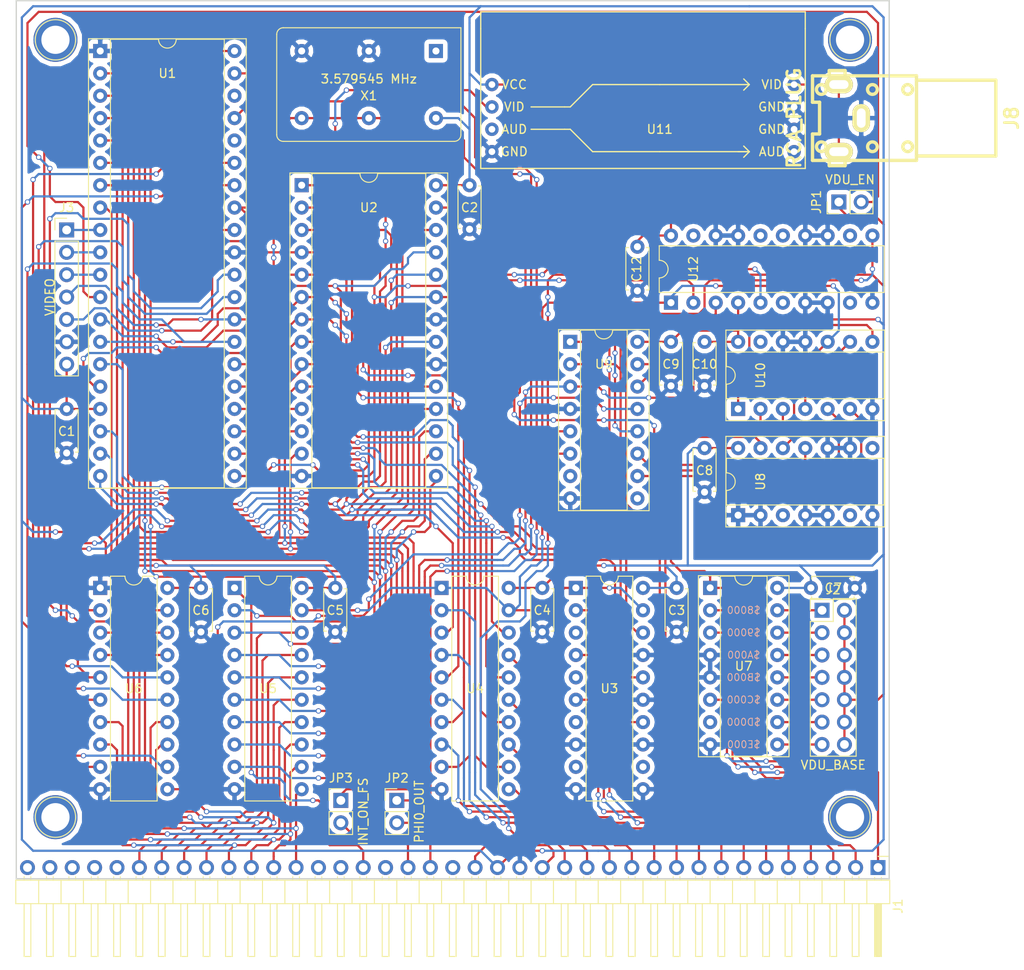
<source format=kicad_pcb>
(kicad_pcb (version 4) (host pcbnew 4.0.7)
  (layers (0 F.Cu signal) (31 B.Cu signal) (34 B.Paste user) (35 F.Paste user) (36 B.SilkS user) (37 F.SilkS user) (38 B.Mask user) (39 F.Mask user) (44 Edge.Cuts user))
  (net 0 "")
  (net 1 VCC)
  (net 2 A15)
  (net 3 A14)
  (net 4 A13)
  (net 5 A12)
  (net 6 A11)
  (net 7 A10)
  (net 8 A9)
  (net 9 A8)
  (net 10 A7)
  (net 11 A6)
  (net 12 A5)
  (net 13 A4)
  (net 14 A3)
  (net 15 A2)
  (net 16 A1)
  (net 17 A0)
  (net 18 PHI2)
  (net 19 PHI0)
  (net 20 "Net-(J1-Pad22)")
  (net 21 R/~W)
  (net 22 D0)
  (net 23 D1)
  (net 24 D2)
  (net 25 D3)
  (net 26 D4)
  (net 27 D5)
  (net 28 D6)
  (net 29 D7)
  (net 30 "Net-(J2-Pad1)")
  (net 31 VDU_BASE)
  (net 32 "Net-(J2-Pad3)")
  (net 33 "Net-(J2-Pad5)")
  (net 34 "Net-(J2-Pad7)")
  (net 35 "Net-(J2-Pad9)")
  (net 36 "Net-(J3-Pad1)")
  (net 37 "Net-(J3-Pad2)")
  (net 38 "Net-(J3-Pad3)")
  (net 39 Y)
  (net 40 VDU_CLK)
  (net 41 "Net-(J8-Pad2)")
  (net 42 ~VDU_DISABLE)
  (net 43 ~FS)
  (net 44 VA12)
  (net 45 VD6)
  (net 46 VA0)
  (net 47 VD0)
  (net 48 VA1)
  (net 49 VD1)
  (net 50 VA2)
  (net 51 VD2)
  (net 52 VA3)
  (net 53 VD3)
  (net 54 VA4)
  (net 55 VD4)
  (net 56 GM2)
  (net 57 VD5)
  (net 58 GM1)
  (net 59 GM0)
  (net 60 VD7)
  (net 61 VA5)
  (net 62 VA6)
  (net 63 S/~A)
  (net 64 VA7)
  (net 65 G/~A)
  (net 66 VA8)
  (net 67 VA9)
  (net 68 VA10)
  (net 69 CSS)
  (net 70 VA11)
  (net 71 VA14)
  (net 72 VA13)
  (net 73 RAM_RW)
  (net 74 ~CS_RAM_EXT)
  (net 75 "Net-(U10-Pad2)")
  (net 76 "Net-(U10-Pad1)")
  (net 77 GND)
  (net 78 ~REG0)
  (net 79 "Net-(U10-Pad6)")
  (net 80 "Net-(U10-Pad5)")
  (net 81 ~REG1)
  (net 82 "Net-(U10-Pad3)")
  (net 83 "Net-(U10-Pad4)")
  (net 84 "Net-(J2-Pad11)")
  (net 85 "Net-(J2-Pad13)")
  (module Capacitors_THT:C_Disc_D4.7mm_W2.5mm_P5.00mm (layer F.Cu) (at 58.42 90.805 270)
    (fp_text reference C1 (at 2.54 0 360) (layer F.SilkS))
    (fp_text value 100nF)
    (pad 1 thru_hole circle (at 0 0 270) (size 1.6 1.6) (drill 0.8) (layers *.Cu *.Mask) (net 1 VCC))
    (pad 2 thru_hole circle (at 5 0 270) (size 1.6 1.6) (drill 0.8) (layers *.Cu *.Mask) (net 77 GND))
  )
  (module Capacitors_THT:C_Disc_D4.7mm_W2.5mm_P5.00mm (layer F.Cu) (at 104.14 65.405 270)
    (fp_text reference C2 (at 2.54 0 360) (layer F.SilkS))
    (fp_text value 100nF)
    (pad 1 thru_hole circle (at 0 0 270) (size 1.6 1.6) (drill 0.8) (layers *.Cu *.Mask) (net 1 VCC))
    (pad 2 thru_hole circle (at 5 0 270) (size 1.6 1.6) (drill 0.8) (layers *.Cu *.Mask) (net 77 GND))
  )
  (module Capacitors_THT:C_Disc_D4.7mm_W2.5mm_P5.00mm (layer F.Cu) (at 127.635 111.125 270)
    (fp_text reference C3 (at 2.54 0 360) (layer F.SilkS))
    (fp_text value 100nF)
    (pad 1 thru_hole circle (at 0 0 270) (size 1.6 1.6) (drill 0.8) (layers *.Cu *.Mask) (net 1 VCC))
    (pad 2 thru_hole circle (at 5 0 270) (size 1.6 1.6) (drill 0.8) (layers *.Cu *.Mask) (net 77 GND))
  )
  (module Capacitors_THT:C_Disc_D4.7mm_W2.5mm_P5.00mm (layer F.Cu) (at 112.395 111.125 270)
    (fp_text reference C4 (at 2.54 0 360) (layer F.SilkS))
    (fp_text value 100nF)
    (pad 1 thru_hole circle (at 0 0 270) (size 1.6 1.6) (drill 0.8) (layers *.Cu *.Mask) (net 1 VCC))
    (pad 2 thru_hole circle (at 5 0 270) (size 1.6 1.6) (drill 0.8) (layers *.Cu *.Mask) (net 77 GND))
  )
  (module Capacitors_THT:C_Disc_D4.7mm_W2.5mm_P5.00mm (layer F.Cu) (at 88.9 111.125 270)
    (fp_text reference C5 (at 2.54 0 360) (layer F.SilkS))
    (fp_text value 100nF)
    (pad 1 thru_hole circle (at 0 0 270) (size 1.6 1.6) (drill 0.8) (layers *.Cu *.Mask) (net 1 VCC))
    (pad 2 thru_hole circle (at 5 0 270) (size 1.6 1.6) (drill 0.8) (layers *.Cu *.Mask) (net 77 GND))
  )
  (module Capacitors_THT:C_Disc_D4.7mm_W2.5mm_P5.00mm (layer F.Cu) (at 73.66 111.125 270)
    (fp_text reference C6 (at 2.54 0 360) (layer F.SilkS))
    (fp_text value 100nF)
    (pad 1 thru_hole circle (at 0 0 270) (size 1.6 1.6) (drill 0.8) (layers *.Cu *.Mask) (net 1 VCC))
    (pad 2 thru_hole circle (at 5 0 270) (size 1.6 1.6) (drill 0.8) (layers *.Cu *.Mask) (net 77 GND))
  )
  (module Capacitors_THT:C_Disc_D4.7mm_W2.5mm_P5.00mm (layer F.Cu) (at 142.875 111.125)
    (fp_text reference C7 (at 2.54 0) (layer F.SilkS))
    (fp_text value 100nF)
    (pad 1 thru_hole circle (at 0 0) (size 1.6 1.6) (drill 0.8) (layers *.Cu *.Mask) (net 1 VCC))
    (pad 2 thru_hole circle (at 5 0) (size 1.6 1.6) (drill 0.8) (layers *.Cu *.Mask) (net 77 GND))
  )
  (module Capacitors_THT:C_Disc_D4.7mm_W2.5mm_P5.00mm (layer F.Cu) (at 130.81 95.25 270)
    (fp_text reference C8 (at 2.54 0 360) (layer F.SilkS))
    (fp_text value 100nF)
    (pad 1 thru_hole circle (at 0 0 270) (size 1.6 1.6) (drill 0.8) (layers *.Cu *.Mask) (net 1 VCC))
    (pad 2 thru_hole circle (at 5 0 270) (size 1.6 1.6) (drill 0.8) (layers *.Cu *.Mask) (net 77 GND))
  )
  (module Capacitors_THT:C_Disc_D4.7mm_W2.5mm_P5.00mm (layer F.Cu) (at 127 83.185 270)
    (fp_text reference C9 (at 2.54 0 360) (layer F.SilkS))
    (fp_text value 100nF)
    (pad 1 thru_hole circle (at 0 0 270) (size 1.6 1.6) (drill 0.8) (layers *.Cu *.Mask) (net 1 VCC))
    (pad 2 thru_hole circle (at 5 0 270) (size 1.6 1.6) (drill 0.8) (layers *.Cu *.Mask) (net 77 GND))
  )
  (module Capacitors_THT:C_Disc_D4.7mm_W2.5mm_P5.00mm (layer F.Cu) (at 130.81 83.185 270)
    (fp_text reference C10 (at 2.54 0 360) (layer F.SilkS))
    (fp_text value 100nF)
    (pad 1 thru_hole circle (at 0 0 270) (size 1.6 1.6) (drill 0.8) (layers *.Cu *.Mask) (net 1 VCC))
    (pad 2 thru_hole circle (at 5 0 270) (size 1.6 1.6) (drill 0.8) (layers *.Cu *.Mask) (net 77 GND))
  )
  (module Pin_Headers:Pin_Header_Angled_1x39_Pitch2.54mm (layer F.Cu) (at 150.495 142.875 270)
    (fp_text reference J1 (at 4.385 -2.27 270) (layer F.SilkS))
    (fp_text value RC6502_Backplane)
    (pad 1 thru_hole rect (at 0 0 270) (size 1.7 1.7) (drill 1) (layers *.Cu *.Mask) (net 2 A15))
    (pad 2 thru_hole oval (at 0 2.54 270) (size 1.7 1.7) (drill 1) (layers *.Cu *.Mask) (net 3 A14))
    (pad 3 thru_hole oval (at 0 5.08 270) (size 1.7 1.7) (drill 1) (layers *.Cu *.Mask) (net 4 A13))
    (pad 4 thru_hole oval (at 0 7.62 270) (size 1.7 1.7) (drill 1) (layers *.Cu *.Mask) (net 5 A12))
    (pad 5 thru_hole oval (at 0 10.16 270) (size 1.7 1.7) (drill 1) (layers *.Cu *.Mask) (net 6 A11))
    (pad 6 thru_hole oval (at 0 12.7 270) (size 1.7 1.7) (drill 1) (layers *.Cu *.Mask) (net 7 A10))
    (pad 7 thru_hole oval (at 0 15.24 270) (size 1.7 1.7) (drill 1) (layers *.Cu *.Mask) (net 8 A9))
    (pad 8 thru_hole oval (at 0 17.78 270) (size 1.7 1.7) (drill 1) (layers *.Cu *.Mask) (net 9 A8))
    (pad 9 thru_hole oval (at 0 20.32 270) (size 1.7 1.7) (drill 1) (layers *.Cu *.Mask) (net 10 A7))
    (pad 10 thru_hole oval (at 0 22.86 270) (size 1.7 1.7) (drill 1) (layers *.Cu *.Mask) (net 11 A6))
    (pad 11 thru_hole oval (at 0 25.4 270) (size 1.7 1.7) (drill 1) (layers *.Cu *.Mask) (net 12 A5))
    (pad 12 thru_hole oval (at 0 27.94 270) (size 1.7 1.7) (drill 1) (layers *.Cu *.Mask) (net 13 A4))
    (pad 13 thru_hole oval (at 0 30.48 270) (size 1.7 1.7) (drill 1) (layers *.Cu *.Mask) (net 14 A3))
    (pad 14 thru_hole oval (at 0 33.02 270) (size 1.7 1.7) (drill 1) (layers *.Cu *.Mask) (net 15 A2))
    (pad 15 thru_hole oval (at 0 35.56 270) (size 1.7 1.7) (drill 1) (layers *.Cu *.Mask) (net 16 A1))
    (pad 16 thru_hole oval (at 0 38.1 270) (size 1.7 1.7) (drill 1) (layers *.Cu *.Mask) (net 17 A0))
    (pad 17 thru_hole oval (at 0 40.64 270) (size 1.7 1.7) (drill 1) (layers *.Cu *.Mask) (net 77 GND))
    (pad 18 thru_hole oval (at 0 43.18 270) (size 1.7 1.7) (drill 1) (layers *.Cu *.Mask) (net 1 VCC))
    (pad 19 thru_hole oval (at 0 45.72 270) (size 1.7 1.7) (drill 1) (layers *.Cu *.Mask) (net 18 PHI2))
    (pad 20 thru_hole oval (at 0 48.26 270) (size 1.7 1.7) (drill 1) (layers *.Cu *.Mask))
    (pad 21 thru_hole oval (at 0 50.8 270) (size 1.7 1.7) (drill 1) (layers *.Cu *.Mask) (net 19 PHI0))
    (pad 22 thru_hole oval (at 0 53.34 270) (size 1.7 1.7) (drill 1) (layers *.Cu *.Mask) (net 20 "Net-(J1-Pad22)"))
    (pad 23 thru_hole oval (at 0 55.88 270) (size 1.7 1.7) (drill 1) (layers *.Cu *.Mask))
    (pad 24 thru_hole oval (at 0 58.42 270) (size 1.7 1.7) (drill 1) (layers *.Cu *.Mask) (net 21 R/~W))
    (pad 25 thru_hole oval (at 0 60.96 270) (size 1.7 1.7) (drill 1) (layers *.Cu *.Mask))
    (pad 26 thru_hole oval (at 0 63.5 270) (size 1.7 1.7) (drill 1) (layers *.Cu *.Mask))
    (pad 27 thru_hole oval (at 0 66.04 270) (size 1.7 1.7) (drill 1) (layers *.Cu *.Mask) (net 22 D0))
    (pad 28 thru_hole oval (at 0 68.58 270) (size 1.7 1.7) (drill 1) (layers *.Cu *.Mask) (net 23 D1))
    (pad 29 thru_hole oval (at 0 71.12 270) (size 1.7 1.7) (drill 1) (layers *.Cu *.Mask) (net 24 D2))
    (pad 30 thru_hole oval (at 0 73.66 270) (size 1.7 1.7) (drill 1) (layers *.Cu *.Mask) (net 25 D3))
    (pad 31 thru_hole oval (at 0 76.2 270) (size 1.7 1.7) (drill 1) (layers *.Cu *.Mask) (net 26 D4))
    (pad 32 thru_hole oval (at 0 78.74 270) (size 1.7 1.7) (drill 1) (layers *.Cu *.Mask) (net 27 D5))
    (pad 33 thru_hole oval (at 0 81.28 270) (size 1.7 1.7) (drill 1) (layers *.Cu *.Mask) (net 28 D6))
    (pad 34 thru_hole oval (at 0 83.82 270) (size 1.7 1.7) (drill 1) (layers *.Cu *.Mask) (net 29 D7))
    (pad 35 thru_hole oval (at 0 86.36 270) (size 1.7 1.7) (drill 1) (layers *.Cu *.Mask))
    (pad 36 thru_hole oval (at 0 88.9 270) (size 1.7 1.7) (drill 1) (layers *.Cu *.Mask))
    (pad 37 thru_hole oval (at 0 91.44 270) (size 1.7 1.7) (drill 1) (layers *.Cu *.Mask))
    (pad 38 thru_hole oval (at 0 93.98 270) (size 1.7 1.7) (drill 1) (layers *.Cu *.Mask))
    (pad 39 thru_hole oval (at 0 96.52 270) (size 1.7 1.7) (drill 1) (layers *.Cu *.Mask))
  )
  (module mounting:Mounting (layer F.Cu) (at 57.15 48.895)
    (fp_text reference J4 hide)
    (fp_text value Hole hide)
    (pad 1 thru_hole circle (at 0 0) (size 5 5) (drill 3.2) (layers *.Cu *.Mask))
  )
  (module mounting:Mounting (layer F.Cu) (at 57.15 137.16)
    (fp_text reference J5 hide)
    (fp_text value Hole hide)
    (pad 1 thru_hole circle (at 0 0) (size 5 5) (drill 3.2) (layers *.Cu *.Mask))
  )
  (module mounting:Mounting (layer F.Cu) (at 147.32 137.16)
    (fp_text reference J6 hide)
    (fp_text value Hole hide)
    (pad 1 thru_hole circle (at 0 0) (size 5 5) (drill 3.2) (layers *.Cu *.Mask))
  )
  (module mounting:Mounting (layer F.Cu) (at 147.32 48.895)
    (fp_text reference J7 hide)
    (fp_text value Hole hide)
    (pad 1 thru_hole circle (at 0 0) (size 5 5) (drill 3.2) (layers *.Cu *.Mask))
  )
  (module rca:rca_yellow (layer F.Cu) (at 149.86 57.785 90)
    (fp_text reference J8 (at 0 15.7988 90) (layer F.SilkS) (effects (font (thickness 0.3048))))
    (fp_text value RCA_PLUG (at 0 -8.89 90) (layer F.SilkS) (effects (font (thickness 0.3048))))
    (pad 2 thru_hole oval (at 3.81 -3.81 90) (size 1.99898 3.19786) (drill oval 0.99568 2.1971) (layers *.Cu *.Mask F.SilkS) (net 41 "Net-(J8-Pad2)"))
    (pad 1 thru_hole oval (at 0 -1.27 90) (size 3.19786 1.99898) (drill oval 2.1971 0.99568) (layers *.Cu *.Mask F.SilkS) (net 77 GND))
    (pad 2 thru_hole oval (at -3.81 -3.81 90) (size 1.99898 3.19786) (drill oval 0.99568 2.1971) (layers *.Cu *.Mask F.SilkS) (net 41 "Net-(J8-Pad2)"))
  )
  (module Pin_Headers:Pin_Header_Straight_1x02_Pitch2.54mm (layer F.Cu) (at 146.05 67.31 90)
    (fp_text reference JP1 (at 0 -2.54 270) (layer F.SilkS))
    (fp_text value VDU_EN (at 2.54 1.27 180) (layer F.SilkS))
    (pad 1 thru_hole rect (at 0 0 90) (size 1.7 1.7) (drill 1) (layers *.Cu *.Mask) (net 31 VDU_BASE))
    (pad 2 thru_hole oval (at 0 2.54 90) (size 1.7 1.7) (drill 1) (layers *.Cu *.Mask) (net 42 ~VDU_DISABLE))
  )
  (module Pin_Headers:Pin_Header_Straight_1x02_Pitch2.54mm (layer F.Cu) (at 95.885 135.255)
    (fp_text reference JP2 (at 0 -2.54 180) (layer F.SilkS))
    (fp_text value PHI0_OUT (at 2.54 1.27 90) (layer F.SilkS))
    (pad 1 thru_hole rect (at 0 0) (size 1.7 1.7) (drill 1) (layers *.Cu *.Mask) (net 40 VDU_CLK))
    (pad 2 thru_hole oval (at 0 2.54) (size 1.7 1.7) (drill 1) (layers *.Cu *.Mask) (net 19 PHI0))
  )
  (module Pin_Headers:Pin_Header_Straight_1x02_Pitch2.54mm (layer F.Cu) (at 89.535 135.255)
    (fp_text reference JP3 (at 0 -2.54 180) (layer F.SilkS))
    (fp_text value INT_ON_FS (at 2.54 1.27 90) (layer F.SilkS))
    (pad 1 thru_hole rect (at 0 0) (size 1.7 1.7) (drill 1) (layers *.Cu *.Mask) (net 43 ~FS))
    (pad 2 thru_hole oval (at 0 2.54) (size 1.7 1.7) (drill 1) (layers *.Cu *.Mask) (net 20 "Net-(J1-Pad22)"))
  )
  (module Housings_DIP:DIP-40_W15.24mm_Socket (layer F.Cu) (at 62.23 50.165)
    (fp_text reference U1 (at 7.62 2.54) (layer F.SilkS))
    (fp_text value MC6847)
    (pad 1 thru_hole rect (at 0 0) (size 1.6 1.6) (drill 0.8) (layers *.Cu *.Mask) (net 77 GND))
    (pad 21 thru_hole oval (at 15.24 48.26) (size 1.6 1.6) (drill 0.8) (layers *.Cu *.Mask) (net 44 VA12))
    (pad 2 thru_hole oval (at 0 2.54) (size 1.6 1.6) (drill 0.8) (layers *.Cu *.Mask) (net 45 VD6))
    (pad 22 thru_hole oval (at 15.24 45.72) (size 1.6 1.6) (drill 0.8) (layers *.Cu *.Mask) (net 46 VA0))
    (pad 3 thru_hole oval (at 0 5.08) (size 1.6 1.6) (drill 0.8) (layers *.Cu *.Mask) (net 47 VD0))
    (pad 23 thru_hole oval (at 15.24 43.18) (size 1.6 1.6) (drill 0.8) (layers *.Cu *.Mask) (net 48 VA1))
    (pad 4 thru_hole oval (at 0 7.62) (size 1.6 1.6) (drill 0.8) (layers *.Cu *.Mask) (net 49 VD1))
    (pad 24 thru_hole oval (at 15.24 40.64) (size 1.6 1.6) (drill 0.8) (layers *.Cu *.Mask) (net 50 VA2))
    (pad 5 thru_hole oval (at 0 10.16) (size 1.6 1.6) (drill 0.8) (layers *.Cu *.Mask) (net 51 VD2))
    (pad 25 thru_hole oval (at 15.24 38.1) (size 1.6 1.6) (drill 0.8) (layers *.Cu *.Mask) (net 52 VA3))
    (pad 6 thru_hole oval (at 0 12.7) (size 1.6 1.6) (drill 0.8) (layers *.Cu *.Mask) (net 53 VD3))
    (pad 26 thru_hole oval (at 15.24 35.56) (size 1.6 1.6) (drill 0.8) (layers *.Cu *.Mask) (net 54 VA4))
    (pad 7 thru_hole oval (at 0 15.24) (size 1.6 1.6) (drill 0.8) (layers *.Cu *.Mask) (net 55 VD4))
    (pad 27 thru_hole oval (at 15.24 33.02) (size 1.6 1.6) (drill 0.8) (layers *.Cu *.Mask) (net 56 GM2))
    (pad 8 thru_hole oval (at 0 17.78) (size 1.6 1.6) (drill 0.8) (layers *.Cu *.Mask) (net 57 VD5))
    (pad 28 thru_hole oval (at 15.24 30.48) (size 1.6 1.6) (drill 0.8) (layers *.Cu *.Mask) (net 39 Y))
    (pad 9 thru_hole oval (at 0 20.32) (size 1.6 1.6) (drill 0.8) (layers *.Cu *.Mask) (net 36 "Net-(J3-Pad1)"))
    (pad 29 thru_hole oval (at 15.24 27.94) (size 1.6 1.6) (drill 0.8) (layers *.Cu *.Mask) (net 58 GM1))
    (pad 10 thru_hole oval (at 0 22.86) (size 1.6 1.6) (drill 0.8) (layers *.Cu *.Mask) (net 37 "Net-(J3-Pad2)"))
    (pad 30 thru_hole oval (at 15.24 25.4) (size 1.6 1.6) (drill 0.8) (layers *.Cu *.Mask) (net 59 GM0))
    (pad 11 thru_hole oval (at 0 25.4) (size 1.6 1.6) (drill 0.8) (layers *.Cu *.Mask) (net 38 "Net-(J3-Pad3)"))
    (pad 31 thru_hole oval (at 15.24 22.86) (size 1.6 1.6) (drill 0.8) (layers *.Cu *.Mask) (net 77 GND))
    (pad 12 thru_hole oval (at 0 27.94) (size 1.6 1.6) (drill 0.8) (layers *.Cu *.Mask) (net 42 ~VDU_DISABLE))
    (pad 32 thru_hole oval (at 15.24 20.32) (size 1.6 1.6) (drill 0.8) (layers *.Cu *.Mask) (net 60 VD7))
    (pad 13 thru_hole oval (at 0 30.48) (size 1.6 1.6) (drill 0.8) (layers *.Cu *.Mask) (net 61 VA5))
    (pad 33 thru_hole oval (at 15.24 17.78) (size 1.6 1.6) (drill 0.8) (layers *.Cu *.Mask) (net 40 VDU_CLK))
    (pad 14 thru_hole oval (at 0 33.02) (size 1.6 1.6) (drill 0.8) (layers *.Cu *.Mask) (net 62 VA6))
    (pad 34 thru_hole oval (at 15.24 15.24) (size 1.6 1.6) (drill 0.8) (layers *.Cu *.Mask) (net 63 S/~A))
    (pad 15 thru_hole oval (at 0 35.56) (size 1.6 1.6) (drill 0.8) (layers *.Cu *.Mask) (net 64 VA7))
    (pad 35 thru_hole oval (at 15.24 12.7) (size 1.6 1.6) (drill 0.8) (layers *.Cu *.Mask) (net 65 G/~A))
    (pad 16 thru_hole oval (at 0 38.1) (size 1.6 1.6) (drill 0.8) (layers *.Cu *.Mask) (net 66 VA8))
    (pad 36 thru_hole oval (at 15.24 10.16) (size 1.6 1.6) (drill 0.8) (layers *.Cu *.Mask))
    (pad 17 thru_hole oval (at 0 40.64) (size 1.6 1.6) (drill 0.8) (layers *.Cu *.Mask) (net 1 VCC))
    (pad 37 thru_hole oval (at 15.24 7.62) (size 1.6 1.6) (drill 0.8) (layers *.Cu *.Mask) (net 43 ~FS))
    (pad 18 thru_hole oval (at 0 43.18) (size 1.6 1.6) (drill 0.8) (layers *.Cu *.Mask) (net 67 VA9))
    (pad 38 thru_hole oval (at 15.24 5.08) (size 1.6 1.6) (drill 0.8) (layers *.Cu *.Mask))
    (pad 19 thru_hole oval (at 0 45.72) (size 1.6 1.6) (drill 0.8) (layers *.Cu *.Mask) (net 68 VA10))
    (pad 39 thru_hole oval (at 15.24 2.54) (size 1.6 1.6) (drill 0.8) (layers *.Cu *.Mask) (net 69 CSS))
    (pad 20 thru_hole oval (at 0 48.26) (size 1.6 1.6) (drill 0.8) (layers *.Cu *.Mask) (net 70 VA11))
    (pad 40 thru_hole oval (at 15.24 0) (size 1.6 1.6) (drill 0.8) (layers *.Cu *.Mask) (net 60 VD7))
  )
  (module Housings_DIP:DIP-28_W15.24mm_Socket (layer F.Cu) (at 85.09 65.405)
    (fp_text reference U2 (at 7.62 2.54) (layer F.SilkS))
    (fp_text value HM62256BLP-7)
    (pad 1 thru_hole rect (at 0 0) (size 1.6 1.6) (drill 0.8) (layers *.Cu *.Mask) (net 71 VA14))
    (pad 15 thru_hole oval (at 15.24 33.02) (size 1.6 1.6) (drill 0.8) (layers *.Cu *.Mask) (net 53 VD3))
    (pad 2 thru_hole oval (at 0 2.54) (size 1.6 1.6) (drill 0.8) (layers *.Cu *.Mask) (net 44 VA12))
    (pad 16 thru_hole oval (at 15.24 30.48) (size 1.6 1.6) (drill 0.8) (layers *.Cu *.Mask) (net 55 VD4))
    (pad 3 thru_hole oval (at 0 5.08) (size 1.6 1.6) (drill 0.8) (layers *.Cu *.Mask) (net 64 VA7))
    (pad 17 thru_hole oval (at 15.24 27.94) (size 1.6 1.6) (drill 0.8) (layers *.Cu *.Mask) (net 57 VD5))
    (pad 4 thru_hole oval (at 0 7.62) (size 1.6 1.6) (drill 0.8) (layers *.Cu *.Mask) (net 62 VA6))
    (pad 18 thru_hole oval (at 15.24 25.4) (size 1.6 1.6) (drill 0.8) (layers *.Cu *.Mask) (net 45 VD6))
    (pad 5 thru_hole oval (at 0 10.16) (size 1.6 1.6) (drill 0.8) (layers *.Cu *.Mask) (net 61 VA5))
    (pad 19 thru_hole oval (at 15.24 22.86) (size 1.6 1.6) (drill 0.8) (layers *.Cu *.Mask) (net 60 VD7))
    (pad 6 thru_hole oval (at 0 12.7) (size 1.6 1.6) (drill 0.8) (layers *.Cu *.Mask) (net 54 VA4))
    (pad 20 thru_hole oval (at 15.24 20.32) (size 1.6 1.6) (drill 0.8) (layers *.Cu *.Mask) (net 77 GND))
    (pad 7 thru_hole oval (at 0 15.24) (size 1.6 1.6) (drill 0.8) (layers *.Cu *.Mask) (net 52 VA3))
    (pad 21 thru_hole oval (at 15.24 17.78) (size 1.6 1.6) (drill 0.8) (layers *.Cu *.Mask) (net 68 VA10))
    (pad 8 thru_hole oval (at 0 17.78) (size 1.6 1.6) (drill 0.8) (layers *.Cu *.Mask) (net 50 VA2))
    (pad 22 thru_hole oval (at 15.24 15.24) (size 1.6 1.6) (drill 0.8) (layers *.Cu *.Mask) (net 77 GND))
    (pad 9 thru_hole oval (at 0 20.32) (size 1.6 1.6) (drill 0.8) (layers *.Cu *.Mask) (net 48 VA1))
    (pad 23 thru_hole oval (at 15.24 12.7) (size 1.6 1.6) (drill 0.8) (layers *.Cu *.Mask) (net 70 VA11))
    (pad 10 thru_hole oval (at 0 22.86) (size 1.6 1.6) (drill 0.8) (layers *.Cu *.Mask) (net 46 VA0))
    (pad 24 thru_hole oval (at 15.24 10.16) (size 1.6 1.6) (drill 0.8) (layers *.Cu *.Mask) (net 67 VA9))
    (pad 11 thru_hole oval (at 0 25.4) (size 1.6 1.6) (drill 0.8) (layers *.Cu *.Mask) (net 47 VD0))
    (pad 25 thru_hole oval (at 15.24 7.62) (size 1.6 1.6) (drill 0.8) (layers *.Cu *.Mask) (net 66 VA8))
    (pad 12 thru_hole oval (at 0 27.94) (size 1.6 1.6) (drill 0.8) (layers *.Cu *.Mask) (net 49 VD1))
    (pad 26 thru_hole oval (at 15.24 5.08) (size 1.6 1.6) (drill 0.8) (layers *.Cu *.Mask) (net 72 VA13))
    (pad 13 thru_hole oval (at 0 30.48) (size 1.6 1.6) (drill 0.8) (layers *.Cu *.Mask) (net 51 VD2))
    (pad 27 thru_hole oval (at 15.24 2.54) (size 1.6 1.6) (drill 0.8) (layers *.Cu *.Mask) (net 73 RAM_RW))
    (pad 14 thru_hole oval (at 0 33.02) (size 1.6 1.6) (drill 0.8) (layers *.Cu *.Mask) (net 77 GND))
    (pad 28 thru_hole oval (at 15.24 0) (size 1.6 1.6) (drill 0.8) (layers *.Cu *.Mask) (net 1 VCC))
  )
  (module Housings_DIP:DIP-20_W7.62mm (layer F.Cu) (at 116.205 111.125)
    (fp_text reference U3 (at 3.81 11.43) (layer F.SilkS))
    (fp_text value 74LS244)
    (pad 1 thru_hole rect (at 0 0) (size 1.6 1.6) (drill 0.8) (layers *.Cu *.Mask) (net 74 ~CS_RAM_EXT))
    (pad 11 thru_hole oval (at 7.62 22.86) (size 1.6 1.6) (drill 0.8) (layers *.Cu *.Mask) (net 77 GND))
    (pad 2 thru_hole oval (at 0 2.54) (size 1.6 1.6) (drill 0.8) (layers *.Cu *.Mask) (net 9 A8))
    (pad 12 thru_hole oval (at 7.62 20.32) (size 1.6 1.6) (drill 0.8) (layers *.Cu *.Mask))
    (pad 3 thru_hole oval (at 0 5.08) (size 1.6 1.6) (drill 0.8) (layers *.Cu *.Mask))
    (pad 13 thru_hole oval (at 7.62 17.78) (size 1.6 1.6) (drill 0.8) (layers *.Cu *.Mask) (net 77 GND))
    (pad 4 thru_hole oval (at 0 7.62) (size 1.6 1.6) (drill 0.8) (layers *.Cu *.Mask) (net 8 A9))
    (pad 14 thru_hole oval (at 7.62 15.24) (size 1.6 1.6) (drill 0.8) (layers *.Cu *.Mask) (net 68 VA10))
    (pad 5 thru_hole oval (at 0 10.16) (size 1.6 1.6) (drill 0.8) (layers *.Cu *.Mask))
    (pad 15 thru_hole oval (at 7.62 12.7) (size 1.6 1.6) (drill 0.8) (layers *.Cu *.Mask) (net 77 GND))
    (pad 6 thru_hole oval (at 0 12.7) (size 1.6 1.6) (drill 0.8) (layers *.Cu *.Mask) (net 7 A10))
    (pad 16 thru_hole oval (at 7.62 10.16) (size 1.6 1.6) (drill 0.8) (layers *.Cu *.Mask) (net 67 VA9))
    (pad 7 thru_hole oval (at 0 15.24) (size 1.6 1.6) (drill 0.8) (layers *.Cu *.Mask))
    (pad 17 thru_hole oval (at 7.62 7.62) (size 1.6 1.6) (drill 0.8) (layers *.Cu *.Mask) (net 77 GND))
    (pad 8 thru_hole oval (at 0 17.78) (size 1.6 1.6) (drill 0.8) (layers *.Cu *.Mask) (net 77 GND))
    (pad 18 thru_hole oval (at 7.62 5.08) (size 1.6 1.6) (drill 0.8) (layers *.Cu *.Mask) (net 66 VA8))
    (pad 9 thru_hole oval (at 0 20.32) (size 1.6 1.6) (drill 0.8) (layers *.Cu *.Mask))
    (pad 19 thru_hole oval (at 7.62 2.54) (size 1.6 1.6) (drill 0.8) (layers *.Cu *.Mask) (net 74 ~CS_RAM_EXT))
    (pad 10 thru_hole oval (at 0 22.86) (size 1.6 1.6) (drill 0.8) (layers *.Cu *.Mask) (net 77 GND))
    (pad 20 thru_hole oval (at 7.62 0) (size 1.6 1.6) (drill 0.8) (layers *.Cu *.Mask) (net 1 VCC))
  )
  (module Housings_DIP:DIP-20_W7.62mm (layer F.Cu) (at 100.965 111.125)
    (fp_text reference U4 (at 3.81 11.43) (layer F.SilkS))
    (fp_text value 74LS244)
    (pad 1 thru_hole rect (at 0 0) (size 1.6 1.6) (drill 0.8) (layers *.Cu *.Mask) (net 74 ~CS_RAM_EXT))
    (pad 11 thru_hole oval (at 7.62 22.86) (size 1.6 1.6) (drill 0.8) (layers *.Cu *.Mask) (net 13 A4))
    (pad 2 thru_hole oval (at 0 2.54) (size 1.6 1.6) (drill 0.8) (layers *.Cu *.Mask) (net 17 A0))
    (pad 12 thru_hole oval (at 7.62 20.32) (size 1.6 1.6) (drill 0.8) (layers *.Cu *.Mask) (net 52 VA3))
    (pad 3 thru_hole oval (at 0 5.08) (size 1.6 1.6) (drill 0.8) (layers *.Cu *.Mask) (net 64 VA7))
    (pad 13 thru_hole oval (at 7.62 17.78) (size 1.6 1.6) (drill 0.8) (layers *.Cu *.Mask) (net 12 A5))
    (pad 4 thru_hole oval (at 0 7.62) (size 1.6 1.6) (drill 0.8) (layers *.Cu *.Mask) (net 16 A1))
    (pad 14 thru_hole oval (at 7.62 15.24) (size 1.6 1.6) (drill 0.8) (layers *.Cu *.Mask) (net 50 VA2))
    (pad 5 thru_hole oval (at 0 10.16) (size 1.6 1.6) (drill 0.8) (layers *.Cu *.Mask) (net 62 VA6))
    (pad 15 thru_hole oval (at 7.62 12.7) (size 1.6 1.6) (drill 0.8) (layers *.Cu *.Mask) (net 11 A6))
    (pad 6 thru_hole oval (at 0 12.7) (size 1.6 1.6) (drill 0.8) (layers *.Cu *.Mask) (net 15 A2))
    (pad 16 thru_hole oval (at 7.62 10.16) (size 1.6 1.6) (drill 0.8) (layers *.Cu *.Mask) (net 48 VA1))
    (pad 7 thru_hole oval (at 0 15.24) (size 1.6 1.6) (drill 0.8) (layers *.Cu *.Mask) (net 61 VA5))
    (pad 17 thru_hole oval (at 7.62 7.62) (size 1.6 1.6) (drill 0.8) (layers *.Cu *.Mask) (net 10 A7))
    (pad 8 thru_hole oval (at 0 17.78) (size 1.6 1.6) (drill 0.8) (layers *.Cu *.Mask) (net 14 A3))
    (pad 18 thru_hole oval (at 7.62 5.08) (size 1.6 1.6) (drill 0.8) (layers *.Cu *.Mask) (net 46 VA0))
    (pad 9 thru_hole oval (at 0 20.32) (size 1.6 1.6) (drill 0.8) (layers *.Cu *.Mask) (net 54 VA4))
    (pad 19 thru_hole oval (at 7.62 2.54) (size 1.6 1.6) (drill 0.8) (layers *.Cu *.Mask) (net 74 ~CS_RAM_EXT))
    (pad 10 thru_hole oval (at 0 22.86) (size 1.6 1.6) (drill 0.8) (layers *.Cu *.Mask) (net 77 GND))
    (pad 20 thru_hole oval (at 7.62 0) (size 1.6 1.6) (drill 0.8) (layers *.Cu *.Mask) (net 1 VCC))
  )
  (module Housings_DIP:DIP-20_W7.62mm (layer F.Cu) (at 77.47 111.125)
    (fp_text reference U5 (at 3.81 11.43) (layer F.SilkS))
    (fp_text value 74LS245)
    (pad 1 thru_hole rect (at 0 0) (size 1.6 1.6) (drill 0.8) (layers *.Cu *.Mask) (net 21 R/~W))
    (pad 11 thru_hole oval (at 7.62 22.86) (size 1.6 1.6) (drill 0.8) (layers *.Cu *.Mask) (net 22 D0))
    (pad 2 thru_hole oval (at 0 2.54) (size 1.6 1.6) (drill 0.8) (layers *.Cu *.Mask) (net 60 VD7))
    (pad 12 thru_hole oval (at 7.62 20.32) (size 1.6 1.6) (drill 0.8) (layers *.Cu *.Mask) (net 23 D1))
    (pad 3 thru_hole oval (at 0 5.08) (size 1.6 1.6) (drill 0.8) (layers *.Cu *.Mask) (net 45 VD6))
    (pad 13 thru_hole oval (at 7.62 17.78) (size 1.6 1.6) (drill 0.8) (layers *.Cu *.Mask) (net 24 D2))
    (pad 4 thru_hole oval (at 0 7.62) (size 1.6 1.6) (drill 0.8) (layers *.Cu *.Mask) (net 57 VD5))
    (pad 14 thru_hole oval (at 7.62 15.24) (size 1.6 1.6) (drill 0.8) (layers *.Cu *.Mask) (net 25 D3))
    (pad 5 thru_hole oval (at 0 10.16) (size 1.6 1.6) (drill 0.8) (layers *.Cu *.Mask) (net 55 VD4))
    (pad 15 thru_hole oval (at 7.62 12.7) (size 1.6 1.6) (drill 0.8) (layers *.Cu *.Mask) (net 26 D4))
    (pad 6 thru_hole oval (at 0 12.7) (size 1.6 1.6) (drill 0.8) (layers *.Cu *.Mask) (net 53 VD3))
    (pad 16 thru_hole oval (at 7.62 10.16) (size 1.6 1.6) (drill 0.8) (layers *.Cu *.Mask) (net 27 D5))
    (pad 7 thru_hole oval (at 0 15.24) (size 1.6 1.6) (drill 0.8) (layers *.Cu *.Mask) (net 51 VD2))
    (pad 17 thru_hole oval (at 7.62 7.62) (size 1.6 1.6) (drill 0.8) (layers *.Cu *.Mask) (net 28 D6))
    (pad 8 thru_hole oval (at 0 17.78) (size 1.6 1.6) (drill 0.8) (layers *.Cu *.Mask) (net 49 VD1))
    (pad 18 thru_hole oval (at 7.62 5.08) (size 1.6 1.6) (drill 0.8) (layers *.Cu *.Mask) (net 29 D7))
    (pad 9 thru_hole oval (at 0 20.32) (size 1.6 1.6) (drill 0.8) (layers *.Cu *.Mask) (net 47 VD0))
    (pad 19 thru_hole oval (at 7.62 2.54) (size 1.6 1.6) (drill 0.8) (layers *.Cu *.Mask) (net 74 ~CS_RAM_EXT))
    (pad 10 thru_hole oval (at 0 22.86) (size 1.6 1.6) (drill 0.8) (layers *.Cu *.Mask) (net 77 GND))
    (pad 20 thru_hole oval (at 7.62 0) (size 1.6 1.6) (drill 0.8) (layers *.Cu *.Mask) (net 1 VCC))
  )
  (module Housings_DIP:DIP-20_W7.62mm (layer F.Cu) (at 62.23 111.125)
    (fp_text reference U6 (at 3.81 11.43) (layer F.SilkS))
    (fp_text value 74LS374)
    (pad 1 thru_hole rect (at 0 0) (size 1.6 1.6) (drill 0.8) (layers *.Cu *.Mask) (net 77 GND))
    (pad 11 thru_hole oval (at 7.62 22.86) (size 1.6 1.6) (drill 0.8) (layers *.Cu *.Mask) (net 78 ~REG0))
    (pad 2 thru_hole oval (at 0 2.54) (size 1.6 1.6) (drill 0.8) (layers *.Cu *.Mask) (net 72 VA13))
    (pad 12 thru_hole oval (at 7.62 20.32) (size 1.6 1.6) (drill 0.8) (layers *.Cu *.Mask) (net 56 GM2))
    (pad 3 thru_hole oval (at 0 5.08) (size 1.6 1.6) (drill 0.8) (layers *.Cu *.Mask) (net 22 D0))
    (pad 13 thru_hole oval (at 7.62 17.78) (size 1.6 1.6) (drill 0.8) (layers *.Cu *.Mask) (net 26 D4))
    (pad 4 thru_hole oval (at 0 7.62) (size 1.6 1.6) (drill 0.8) (layers *.Cu *.Mask) (net 23 D1))
    (pad 14 thru_hole oval (at 7.62 15.24) (size 1.6 1.6) (drill 0.8) (layers *.Cu *.Mask) (net 27 D5))
    (pad 5 thru_hole oval (at 0 10.16) (size 1.6 1.6) (drill 0.8) (layers *.Cu *.Mask) (net 71 VA14))
    (pad 15 thru_hole oval (at 7.62 12.7) (size 1.6 1.6) (drill 0.8) (layers *.Cu *.Mask) (net 58 GM1))
    (pad 6 thru_hole oval (at 0 12.7) (size 1.6 1.6) (drill 0.8) (layers *.Cu *.Mask) (net 65 G/~A))
    (pad 16 thru_hole oval (at 7.62 10.16) (size 1.6 1.6) (drill 0.8) (layers *.Cu *.Mask) (net 59 GM0))
    (pad 7 thru_hole oval (at 0 15.24) (size 1.6 1.6) (drill 0.8) (layers *.Cu *.Mask) (net 24 D2))
    (pad 17 thru_hole oval (at 7.62 7.62) (size 1.6 1.6) (drill 0.8) (layers *.Cu *.Mask) (net 28 D6))
    (pad 8 thru_hole oval (at 0 17.78) (size 1.6 1.6) (drill 0.8) (layers *.Cu *.Mask) (net 25 D3))
    (pad 18 thru_hole oval (at 7.62 5.08) (size 1.6 1.6) (drill 0.8) (layers *.Cu *.Mask) (net 29 D7))
    (pad 9 thru_hole oval (at 0 20.32) (size 1.6 1.6) (drill 0.8) (layers *.Cu *.Mask) (net 63 S/~A))
    (pad 19 thru_hole oval (at 7.62 2.54) (size 1.6 1.6) (drill 0.8) (layers *.Cu *.Mask) (net 69 CSS))
    (pad 10 thru_hole oval (at 0 22.86) (size 1.6 1.6) (drill 0.8) (layers *.Cu *.Mask) (net 77 GND))
    (pad 20 thru_hole oval (at 7.62 0) (size 1.6 1.6) (drill 0.8) (layers *.Cu *.Mask) (net 1 VCC))
  )
  (module Housings_DIP:DIP-16_W7.62mm_Socket (layer F.Cu) (at 131.445 111.125)
    (fp_text reference U7 (at 3.81 8.89) (layer F.SilkS))
    (fp_text value 74HCT138)
    (pad 1 thru_hole rect (at 0 0) (size 1.6 1.6) (drill 0.8) (layers *.Cu *.Mask) (net 5 A12))
    (pad 9 thru_hole oval (at 7.62 17.78) (size 1.6 1.6) (drill 0.8) (layers *.Cu *.Mask) (net 85 "Net-(J2-Pad13)"))
    (pad 2 thru_hole oval (at 0 2.54) (size 1.6 1.6) (drill 0.8) (layers *.Cu *.Mask) (net 4 A13))
    (pad 10 thru_hole oval (at 7.62 15.24) (size 1.6 1.6) (drill 0.8) (layers *.Cu *.Mask) (net 84 "Net-(J2-Pad11)"))
    (pad 3 thru_hole oval (at 0 5.08) (size 1.6 1.6) (drill 0.8) (layers *.Cu *.Mask) (net 3 A14))
    (pad 11 thru_hole oval (at 7.62 12.7) (size 1.6 1.6) (drill 0.8) (layers *.Cu *.Mask) (net 35 "Net-(J2-Pad9)"))
    (pad 4 thru_hole oval (at 0 7.62) (size 1.6 1.6) (drill 0.8) (layers *.Cu *.Mask) (net 77 GND))
    (pad 12 thru_hole oval (at 7.62 10.16) (size 1.6 1.6) (drill 0.8) (layers *.Cu *.Mask) (net 34 "Net-(J2-Pad7)"))
    (pad 5 thru_hole oval (at 0 10.16) (size 1.6 1.6) (drill 0.8) (layers *.Cu *.Mask) (net 77 GND))
    (pad 13 thru_hole oval (at 7.62 7.62) (size 1.6 1.6) (drill 0.8) (layers *.Cu *.Mask) (net 33 "Net-(J2-Pad5)"))
    (pad 6 thru_hole oval (at 0 12.7) (size 1.6 1.6) (drill 0.8) (layers *.Cu *.Mask) (net 2 A15))
    (pad 14 thru_hole oval (at 7.62 5.08) (size 1.6 1.6) (drill 0.8) (layers *.Cu *.Mask) (net 32 "Net-(J2-Pad3)"))
    (pad 7 thru_hole oval (at 0 15.24) (size 1.6 1.6) (drill 0.8) (layers *.Cu *.Mask))
    (pad 15 thru_hole oval (at 7.62 2.54) (size 1.6 1.6) (drill 0.8) (layers *.Cu *.Mask) (net 30 "Net-(J2-Pad1)"))
    (pad 8 thru_hole oval (at 0 17.78) (size 1.6 1.6) (drill 0.8) (layers *.Cu *.Mask) (net 77 GND))
    (pad 16 thru_hole oval (at 7.62 0) (size 1.6 1.6) (drill 0.8) (layers *.Cu *.Mask) (net 1 VCC))
  )
  (module Pin_Headers:Pin_Header_Straight_1x07_Pitch2.54mm (layer F.Cu) (at 58.42 70.485)
    (fp_text reference J3 (at 0 -2.54) (layer F.SilkS))
    (fp_text value VIDEO (at -1.905 7.62 90) (layer F.SilkS))
    (pad 1 thru_hole rect (at 0 0) (size 1.7 1.7) (drill 1) (layers *.Cu *.Mask) (net 36 "Net-(J3-Pad1)"))
    (pad 2 thru_hole oval (at 0 2.54) (size 1.7 1.7) (drill 1) (layers *.Cu *.Mask) (net 37 "Net-(J3-Pad2)"))
    (pad 3 thru_hole oval (at 0 5.08) (size 1.7 1.7) (drill 1) (layers *.Cu *.Mask) (net 38 "Net-(J3-Pad3)"))
    (pad 4 thru_hole oval (at 0 7.62) (size 1.7 1.7) (drill 1) (layers *.Cu *.Mask) (net 39 Y))
    (pad 5 thru_hole oval (at 0 10.16) (size 1.7 1.7) (drill 1) (layers *.Cu *.Mask) (net 40 VDU_CLK))
    (pad 6 thru_hole oval (at 0 12.7) (size 1.7 1.7) (drill 1) (layers *.Cu *.Mask) (net 77 GND))
    (pad 7 thru_hole oval (at 0 15.24) (size 1.7 1.7) (drill 1) (layers *.Cu *.Mask) (net 1 VCC))
  )
  (module Capacitors_THT:C_Disc_D4.7mm_W2.5mm_P5.00mm (layer F.Cu) (at 123.19 72.39 270)
    (fp_text reference C12 (at 2.54 0.084999 270) (layer F.SilkS))
    (fp_text value 100nF)
    (pad 1 thru_hole circle (at 0 0 270) (size 1.6 1.6) (drill 0.8) (layers *.Cu *.Mask) (net 1 VCC))
    (pad 2 thru_hole circle (at 5 0 270) (size 1.6 1.6) (drill 0.8) (layers *.Cu *.Mask) (net 77 GND))
  )
  (module Housings_DIP:DIP-14_W7.62mm_Socket (layer F.Cu) (at 134.62 102.87 90)
    (fp_text reference U8 (at 3.81 2.54 90) (layer F.SilkS))
    (fp_text value 74LS32)
    (pad 1 thru_hole rect (at 0 0 90) (size 1.6 1.6) (drill 0.8) (layers *.Cu *.Mask) (net 77 GND))
    (pad 8 thru_hole oval (at 7.62 15.24 90) (size 1.6 1.6) (drill 0.8) (layers *.Cu *.Mask))
    (pad 2 thru_hole oval (at 0 2.54 90) (size 1.6 1.6) (drill 0.8) (layers *.Cu *.Mask) (net 77 GND))
    (pad 9 thru_hole oval (at 7.62 12.7 90) (size 1.6 1.6) (drill 0.8) (layers *.Cu *.Mask) (net 77 GND))
    (pad 3 thru_hole oval (at 0 5.08 90) (size 1.6 1.6) (drill 0.8) (layers *.Cu *.Mask))
    (pad 10 thru_hole oval (at 7.62 10.16 90) (size 1.6 1.6) (drill 0.8) (layers *.Cu *.Mask) (net 77 GND))
    (pad 4 thru_hole oval (at 0 7.62 90) (size 1.6 1.6) (drill 0.8) (layers *.Cu *.Mask) (net 77 GND))
    (pad 11 thru_hole oval (at 7.62 7.62 90) (size 1.6 1.6) (drill 0.8) (layers *.Cu *.Mask) (net 73 RAM_RW))
    (pad 5 thru_hole oval (at 0 10.16 90) (size 1.6 1.6) (drill 0.8) (layers *.Cu *.Mask) (net 77 GND))
    (pad 12 thru_hole oval (at 7.62 5.08 90) (size 1.6 1.6) (drill 0.8) (layers *.Cu *.Mask) (net 74 ~CS_RAM_EXT))
    (pad 6 thru_hole oval (at 0 12.7 90) (size 1.6 1.6) (drill 0.8) (layers *.Cu *.Mask))
    (pad 13 thru_hole oval (at 7.62 2.54 90) (size 1.6 1.6) (drill 0.8) (layers *.Cu *.Mask) (net 21 R/~W))
    (pad 7 thru_hole oval (at 0 15.24 90) (size 1.6 1.6) (drill 0.8) (layers *.Cu *.Mask) (net 77 GND))
    (pad 14 thru_hole oval (at 7.62 0 90) (size 1.6 1.6) (drill 0.8) (layers *.Cu *.Mask) (net 1 VCC))
  )
  (module Housings_DIP:DIP-16_W7.62mm_Socket (layer F.Cu) (at 115.57 83.185)
    (fp_text reference U9 (at 3.81 2.54) (layer F.SilkS))
    (fp_text value 74HCT138)
    (pad 1 thru_hole rect (at 0 0) (size 1.6 1.6) (drill 0.8) (layers *.Cu *.Mask) (net 7 A10))
    (pad 9 thru_hole oval (at 7.62 17.78) (size 1.6 1.6) (drill 0.8) (layers *.Cu *.Mask))
    (pad 2 thru_hole oval (at 0 2.54) (size 1.6 1.6) (drill 0.8) (layers *.Cu *.Mask) (net 6 A11))
    (pad 10 thru_hole oval (at 7.62 15.24) (size 1.6 1.6) (drill 0.8) (layers *.Cu *.Mask) (net 79 "Net-(U10-Pad6)"))
    (pad 3 thru_hole oval (at 0 5.08) (size 1.6 1.6) (drill 0.8) (layers *.Cu *.Mask) (net 21 R/~W))
    (pad 11 thru_hole oval (at 7.62 12.7) (size 1.6 1.6) (drill 0.8) (layers *.Cu *.Mask) (net 80 "Net-(U10-Pad5)"))
    (pad 4 thru_hole oval (at 0 7.62) (size 1.6 1.6) (drill 0.8) (layers *.Cu *.Mask) (net 77 GND))
    (pad 12 thru_hole oval (at 7.62 10.16) (size 1.6 1.6) (drill 0.8) (layers *.Cu *.Mask) (net 81 ~REG1))
    (pad 5 thru_hole oval (at 0 10.16) (size 1.6 1.6) (drill 0.8) (layers *.Cu *.Mask) (net 31 VDU_BASE))
    (pad 13 thru_hole oval (at 7.62 7.62) (size 1.6 1.6) (drill 0.8) (layers *.Cu *.Mask) (net 78 ~REG0))
    (pad 6 thru_hole oval (at 0 12.7) (size 1.6 1.6) (drill 0.8) (layers *.Cu *.Mask) (net 18 PHI2))
    (pad 14 thru_hole oval (at 7.62 5.08) (size 1.6 1.6) (drill 0.8) (layers *.Cu *.Mask) (net 82 "Net-(U10-Pad3)"))
    (pad 7 thru_hole oval (at 0 15.24) (size 1.6 1.6) (drill 0.8) (layers *.Cu *.Mask))
    (pad 15 thru_hole oval (at 7.62 2.54) (size 1.6 1.6) (drill 0.8) (layers *.Cu *.Mask) (net 75 "Net-(U10-Pad2)"))
    (pad 8 thru_hole oval (at 0 17.78) (size 1.6 1.6) (drill 0.8) (layers *.Cu *.Mask) (net 77 GND))
    (pad 16 thru_hole oval (at 7.62 0) (size 1.6 1.6) (drill 0.8) (layers *.Cu *.Mask) (net 1 VCC))
  )
  (module Housings_DIP:DIP-14_W7.62mm_Socket (layer F.Cu) (at 134.62 90.805 90)
    (fp_text reference U10 (at 3.81 2.54 90) (layer F.SilkS))
    (fp_text value 74LS02)
    (pad 1 thru_hole rect (at 0 0 90) (size 1.6 1.6) (drill 0.8) (layers *.Cu *.Mask) (net 76 "Net-(U10-Pad1)"))
    (pad 8 thru_hole oval (at 7.62 15.24 90) (size 1.6 1.6) (drill 0.8) (layers *.Cu *.Mask) (net 76 "Net-(U10-Pad1)"))
    (pad 2 thru_hole oval (at 0 2.54 90) (size 1.6 1.6) (drill 0.8) (layers *.Cu *.Mask) (net 75 "Net-(U10-Pad2)"))
    (pad 9 thru_hole oval (at 7.62 12.7 90) (size 1.6 1.6) (drill 0.8) (layers *.Cu *.Mask) (net 83 "Net-(U10-Pad4)"))
    (pad 3 thru_hole oval (at 0 5.08 90) (size 1.6 1.6) (drill 0.8) (layers *.Cu *.Mask) (net 82 "Net-(U10-Pad3)"))
    (pad 10 thru_hole oval (at 7.62 10.16 90) (size 1.6 1.6) (drill 0.8) (layers *.Cu *.Mask) (net 74 ~CS_RAM_EXT))
    (pad 4 thru_hole oval (at 0 7.62 90) (size 1.6 1.6) (drill 0.8) (layers *.Cu *.Mask) (net 83 "Net-(U10-Pad4)"))
    (pad 11 thru_hole oval (at 7.62 7.62 90) (size 1.6 1.6) (drill 0.8) (layers *.Cu *.Mask) (net 77 GND))
    (pad 5 thru_hole oval (at 0 10.16 90) (size 1.6 1.6) (drill 0.8) (layers *.Cu *.Mask) (net 80 "Net-(U10-Pad5)"))
    (pad 12 thru_hole oval (at 7.62 5.08 90) (size 1.6 1.6) (drill 0.8) (layers *.Cu *.Mask) (net 77 GND))
    (pad 6 thru_hole oval (at 0 12.7 90) (size 1.6 1.6) (drill 0.8) (layers *.Cu *.Mask) (net 79 "Net-(U10-Pad6)"))
    (pad 13 thru_hole oval (at 7.62 2.54 90) (size 1.6 1.6) (drill 0.8) (layers *.Cu *.Mask))
    (pad 7 thru_hole oval (at 0 15.24 90) (size 1.6 1.6) (drill 0.8) (layers *.Cu *.Mask) (net 77 GND))
    (pad 14 thru_hole oval (at 7.62 0 90) (size 1.6 1.6) (drill 0.8) (layers *.Cu *.Mask) (net 1 VCC))
  )
  (module Housings_DIP:DIP-20_W7.62mm (layer F.Cu) (at 127 78.74 90)
    (fp_text reference U12 (at 3.81 2.54 90) (layer F.SilkS))
    (fp_text value 74LS374)
    (pad 1 thru_hole rect (at 0 0 90) (size 1.6 1.6) (drill 0.8) (layers *.Cu *.Mask) (net 74 ~CS_RAM_EXT))
    (pad 11 thru_hole oval (at 7.62 22.86 90) (size 1.6 1.6) (drill 0.8) (layers *.Cu *.Mask) (net 81 ~REG1))
    (pad 2 thru_hole oval (at 0 2.54 90) (size 1.6 1.6) (drill 0.8) (layers *.Cu *.Mask) (net 70 VA11))
    (pad 12 thru_hole oval (at 7.62 20.32 90) (size 1.6 1.6) (drill 0.8) (layers *.Cu *.Mask))
    (pad 3 thru_hole oval (at 0 5.08 90) (size 1.6 1.6) (drill 0.8) (layers *.Cu *.Mask) (net 6 A11))
    (pad 13 thru_hole oval (at 7.62 17.78 90) (size 1.6 1.6) (drill 0.8) (layers *.Cu *.Mask) (net 77 GND))
    (pad 4 thru_hole oval (at 0 7.62 90) (size 1.6 1.6) (drill 0.8) (layers *.Cu *.Mask) (net 5 A12))
    (pad 14 thru_hole oval (at 7.62 15.24 90) (size 1.6 1.6) (drill 0.8) (layers *.Cu *.Mask) (net 77 GND))
    (pad 5 thru_hole oval (at 0 10.16 90) (size 1.6 1.6) (drill 0.8) (layers *.Cu *.Mask) (net 44 VA12))
    (pad 15 thru_hole oval (at 7.62 12.7 90) (size 1.6 1.6) (drill 0.8) (layers *.Cu *.Mask))
    (pad 6 thru_hole oval (at 0 12.7 90) (size 1.6 1.6) (drill 0.8) (layers *.Cu *.Mask))
    (pad 16 thru_hole oval (at 7.62 10.16 90) (size 1.6 1.6) (drill 0.8) (layers *.Cu *.Mask))
    (pad 7 thru_hole oval (at 0 15.24 90) (size 1.6 1.6) (drill 0.8) (layers *.Cu *.Mask) (net 77 GND))
    (pad 17 thru_hole oval (at 7.62 7.62 90) (size 1.6 1.6) (drill 0.8) (layers *.Cu *.Mask) (net 77 GND))
    (pad 8 thru_hole oval (at 0 17.78 90) (size 1.6 1.6) (drill 0.8) (layers *.Cu *.Mask) (net 77 GND))
    (pad 18 thru_hole oval (at 7.62 5.08 90) (size 1.6 1.6) (drill 0.8) (layers *.Cu *.Mask) (net 77 GND))
    (pad 9 thru_hole oval (at 0 20.32 90) (size 1.6 1.6) (drill 0.8) (layers *.Cu *.Mask))
    (pad 19 thru_hole oval (at 7.62 2.54 90) (size 1.6 1.6) (drill 0.8) (layers *.Cu *.Mask))
    (pad 10 thru_hole oval (at 0 22.86 90) (size 1.6 1.6) (drill 0.8) (layers *.Cu *.Mask) (net 77 GND))
    (pad 20 thru_hole oval (at 7.62 0 90) (size 1.6 1.6) (drill 0.8) (layers *.Cu *.Mask) (net 1 VCC))
  )
  (module Oscillator:Oscillator_DIP-14 (layer F.Cu) (at 100.33 50.165 180)
    (fp_text reference X1 (at 7.62 -5.08 180) (layer F.SilkS))
    (fp_text value "3.579545 MHz" (at 7.62 -3.175 180) (layer F.SilkS))
    (pad 7 thru_hole circle (at 7.62 0 180) (size 1.6 1.6) (drill 0.8) (layers *.Cu *.Mask) (net 77 GND))
    (pad 8 thru_hole circle (at 7.62 -7.62 180) (size 1.6 1.6) (drill 0.8) (layers *.Cu *.Mask) (net 40 VDU_CLK))
    (pad 1 thru_hole rect (at 0 0 180) (size 1.6 1.6) (drill 0.8) (layers *.Cu *.Mask))
    (pad 14 thru_hole circle (at 0 -7.62 180) (size 1.6 1.6) (drill 0.8) (layers *.Cu *.Mask) (net 1 VCC))
    (pad 8 thru_hole circle (at 15.24 -7.62 180) (size 1.6 1.6) (drill 0.8) (layers *.Cu *.Mask) (net 40 VDU_CLK))
    (pad 7 thru_hole circle (at 15.24 0 180) (size 1.6 1.6) (drill 0.8) (layers *.Cu *.Mask) (net 77 GND))
  )
  (module vdu_amplifier:Amplifier (layer F.Cu) (at 125.73 57.785)
    (fp_text reference U11 (at 0 1.27) (layer F.SilkS))
    (fp_text value VDU_Port)
    (fp_text user GND (at 12.7 -1.27) (layer F.SilkS))
    (fp_text user GND (at 12.7 1.27) (layer F.SilkS))
    (fp_text user AUD (at 12.7 3.81) (layer F.SilkS))
    (fp_text user VID (at 12.7 -3.81) (layer F.SilkS))
    (fp_text user AUD (at -16.51 1.27) (layer F.SilkS))
    (fp_text user VID (at -16.51 -1.27) (layer F.SilkS))
    (fp_text user GND (at -16.51 3.81) (layer F.SilkS))
    (fp_text user VCC (at -16.51 -3.81) (layer F.SilkS))
    (pad 1 thru_hole circle (at -19.05 -3.81) (size 1.524 1.524) (drill 0.762) (layers *.Cu *.Mask) (net 1 VCC))
    (pad 2 thru_hole circle (at -19.05 -1.27) (size 1.524 1.524) (drill 0.762) (layers *.Cu *.Mask) (net 39 Y))
    (pad 4 thru_hole circle (at -19.05 1.27) (size 1.524 1.524) (drill 0.762) (layers *.Cu *.Mask))
    (pad 6 thru_hole circle (at -19.05 3.81) (size 1.524 1.524) (drill 0.762) (layers *.Cu *.Mask) (net 77 GND))
    (pad 3 thru_hole circle (at 15.24 -3.81) (size 1.524 1.524) (drill 0.762) (layers *.Cu *.Mask) (net 41 "Net-(J8-Pad2)"))
    (pad 6 thru_hole circle (at 15.24 -1.27) (size 1.524 1.524) (drill 0.762) (layers *.Cu *.Mask) (net 77 GND))
    (pad 6 thru_hole circle (at 15.24 1.27) (size 1.524 1.524) (drill 0.762) (layers *.Cu *.Mask) (net 77 GND))
    (pad 5 thru_hole circle (at 15.24 3.81) (size 1.524 1.524) (drill 0.762) (layers *.Cu *.Mask))
  )
  (module Pin_Headers:Pin_Header_Straight_2x07_Pitch2.54mm (layer F.Cu) (at 144.145 113.665)
    (fp_text reference J2 (at 1.27 -2.33) (layer F.SilkS))
    (fp_text value VDU_BASE (at 1.27 17.57) (layer F.SilkS))
    (pad 1 thru_hole rect (at 0 0) (size 1.7 1.7) (drill 1) (layers *.Cu *.Mask) (net 30 "Net-(J2-Pad1)"))
    (pad 2 thru_hole oval (at 2.54 0) (size 1.7 1.7) (drill 1) (layers *.Cu *.Mask) (net 31 VDU_BASE))
    (pad 3 thru_hole oval (at 0 2.54) (size 1.7 1.7) (drill 1) (layers *.Cu *.Mask) (net 32 "Net-(J2-Pad3)"))
    (pad 4 thru_hole oval (at 2.54 2.54) (size 1.7 1.7) (drill 1) (layers *.Cu *.Mask) (net 31 VDU_BASE))
    (pad 5 thru_hole oval (at 0 5.08) (size 1.7 1.7) (drill 1) (layers *.Cu *.Mask) (net 33 "Net-(J2-Pad5)"))
    (pad 6 thru_hole oval (at 2.54 5.08) (size 1.7 1.7) (drill 1) (layers *.Cu *.Mask) (net 31 VDU_BASE))
    (pad 7 thru_hole oval (at 0 7.62) (size 1.7 1.7) (drill 1) (layers *.Cu *.Mask) (net 34 "Net-(J2-Pad7)"))
    (pad 8 thru_hole oval (at 2.54 7.62) (size 1.7 1.7) (drill 1) (layers *.Cu *.Mask) (net 31 VDU_BASE))
    (pad 9 thru_hole oval (at 0 10.16) (size 1.7 1.7) (drill 1) (layers *.Cu *.Mask) (net 35 "Net-(J2-Pad9)"))
    (pad 10 thru_hole oval (at 2.54 10.16) (size 1.7 1.7) (drill 1) (layers *.Cu *.Mask) (net 31 VDU_BASE))
    (pad 11 thru_hole oval (at 0 12.7) (size 1.7 1.7) (drill 1) (layers *.Cu *.Mask) (net 84 "Net-(J2-Pad11)"))
    (pad 12 thru_hole oval (at 2.54 12.7) (size 1.7 1.7) (drill 1) (layers *.Cu *.Mask) (net 31 VDU_BASE))
    (pad 13 thru_hole oval (at 0 15.24) (size 1.7 1.7) (drill 1) (layers *.Cu *.Mask) (net 85 "Net-(J2-Pad13)"))
    (pad 14 thru_hole oval (at 2.54 15.24) (size 1.7 1.7) (drill 1) (layers *.Cu *.Mask) (net 31 VDU_BASE))
  )
  (gr_text $E000 (at 135.255 128.905) (layer B.SilkS) (effects (font (size 0.8 0.8) (thickness 0.1)) (justify mirror)))
  (gr_text $D000 (at 135.255 126.365) (layer B.SilkS) (effects (font (size 0.8 0.8) (thickness 0.1)) (justify mirror)))
  (gr_text $C000 (at 135.255 123.825) (layer B.SilkS) (effects (font (size 0.8 0.8) (thickness 0.1)) (justify mirror)))
  (gr_text $A000 (at 135.255 118.745) (layer B.SilkS) (effects (font (size 0.8 0.8) (thickness 0.1)) (justify mirror)))
  (gr_text $9000 (at 135.255 116.205) (layer B.SilkS) (effects (font (size 0.8 0.8) (thickness 0.1)) (justify mirror)))
  (gr_text $8000 (at 135.255 113.665) (layer B.SilkS) (effects (font (size 0.8 0.8) (thickness 0.1)) (justify mirror)))
  (gr_text $B000 (at 135.255 121.285) (layer B.SilkS) (effects (font (size 0.8 0.8) (thickness 0.1)) (justify mirror)))
  (gr_line (start 151.765 144.145) (end 52.705 144.145) (angle 90) (layer Edge.Cuts) (width 0.15))
  (gr_line (start 151.765 44.45) (end 52.705 44.45) (angle 90) (layer Edge.Cuts) (width 0.15))
  (gr_line (start 151.765 144.145) (end 151.765 44.45) (angle 90) (layer Edge.Cuts) (width 0.15))
  (gr_line (start 52.705 44.45) (end 52.705 144.145) (angle 90) (layer Edge.Cuts) (width 0.15))
  (segment (start 63.5 108.585) (end 62.865 107.95) (width 0.25) (layer F.Cu) (net 1))
  (segment (start 62.865 107.95) (end 62.865 106.045) (width 0.25) (layer F.Cu) (net 1))
  (segment (start 62.865 106.045) (end 61.595 104.775) (width 0.25) (layer F.Cu) (net 1))
  (segment (start 61.595 104.775) (end 57.15 104.775) (width 0.25) (layer F.Cu) (net 1))
  (via (at 57.15 104.775) (size 0.6) (drill 0.4) (layers F.Cu B.Cu) (net 1))
  (segment (start 57.15 104.775) (end 54.61 104.775) (width 0.25) (layer B.Cu) (net 1))
  (segment (start 54.61 104.775) (end 53.34 103.505) (width 0.25) (layer B.Cu) (net 1))
  (segment (start 134.62 81.915) (end 128.27 81.915) (width 0.25) (layer F.Cu) (net 1))
  (segment (start 128.27 81.915) (end 127 83.185) (width 0.25) (layer F.Cu) (net 1))
  (via (at 150.495 80.645) (size 0.6) (drill 0.4) (layers F.Cu B.Cu) (net 1))
  (segment (start 150.495 80.645) (end 135.89 80.645) (width 0.25) (layer F.Cu) (net 1))
  (segment (start 135.89 80.645) (end 134.62 81.915) (width 0.25) (layer F.Cu) (net 1))
  (segment (start 134.62 81.915) (end 134.62 83.185) (width 0.25) (layer F.Cu) (net 1))
  (segment (start 127 83.185) (end 123.19 83.185) (width 0.25) (layer F.Cu) (net 1))
  (segment (start 130.81 83.185) (end 134.62 83.185) (width 0.25) (layer F.Cu) (net 1))
  (segment (start 119.38 108.585) (end 114.935 108.585) (width 0.25) (layer F.Cu) (net 1))
  (segment (start 114.935 108.585) (end 112.395 111.125) (width 0.25) (layer F.Cu) (net 1))
  (via (at 119.38 108.585) (size 0.6) (drill 0.4) (layers F.Cu B.Cu) (net 1))
  (segment (start 58.42 90.805) (end 62.23 90.805) (width 0.25) (layer F.Cu) (net 1))
  (segment (start 106.68 53.975) (end 124.46 53.975) (width 0.25) (layer F.Cu) (net 1))
  (segment (start 124.46 53.975) (end 127 56.515) (width 0.25) (layer F.Cu) (net 1))
  (segment (start 127 56.515) (end 127 71.12) (width 0.25) (layer F.Cu) (net 1))
  (segment (start 106.68 53.975) (end 105.41 53.975) (width 0.25) (layer B.Cu) (net 1))
  (segment (start 105.41 53.975) (end 104.14 52.705) (width 0.25) (layer B.Cu) (net 1))
  (segment (start 123.19 72.39) (end 123.19 71.755) (width 0.25) (layer F.Cu) (net 1))
  (segment (start 123.19 71.755) (end 123.825 71.12) (width 0.25) (layer F.Cu) (net 1))
  (segment (start 123.825 71.12) (end 127 71.12) (width 0.25) (layer F.Cu) (net 1))
  (segment (start 68.58 108.585) (end 63.5 108.585) (width 0.25) (layer F.Cu) (net 1))
  (via (at 68.58 108.585) (size 0.6) (drill 0.4) (layers F.Cu B.Cu) (net 1))
  (segment (start 58.42 85.725) (end 58.42 90.805) (width 0.25) (layer F.Cu) (net 1))
  (segment (start 128.905 108.585) (end 128.905 95.885) (width 0.25) (layer B.Cu) (net 1))
  (segment (start 128.905 95.885) (end 129.54 95.25) (width 0.25) (layer B.Cu) (net 1))
  (segment (start 129.54 95.25) (end 130.81 95.25) (width 0.25) (layer B.Cu) (net 1))
  (segment (start 139.065 111.125) (end 142.875 111.125) (width 0.25) (layer B.Cu) (net 1))
  (segment (start 123.825 111.125) (end 127.635 111.125) (width 0.25) (layer B.Cu) (net 1))
  (segment (start 150.495 80.645) (end 151.13 81.28) (width 0.25) (layer B.Cu) (net 1))
  (segment (start 130.81 95.25) (end 134.62 95.25) (width 0.25) (layer F.Cu) (net 1))
  (segment (start 118.745 140.97) (end 112.395 140.97) (width 0.25) (layer B.Cu) (net 1))
  (segment (start 151.13 139.7) (end 149.86 140.97) (width 0.25) (layer B.Cu) (net 1))
  (segment (start 149.86 140.97) (end 118.745 140.97) (width 0.25) (layer B.Cu) (net 1))
  (segment (start 151.13 107.315) (end 151.13 139.7) (width 0.25) (layer B.Cu) (net 1))
  (segment (start 112.395 140.97) (end 109.22 140.97) (width 0.25) (layer F.Cu) (net 1))
  (via (at 112.395 140.97) (size 0.6) (drill 0.4) (layers F.Cu B.Cu) (net 1))
  (segment (start 126.365 108.585) (end 119.38 108.585) (width 0.25) (layer B.Cu) (net 1))
  (segment (start 109.22 140.97) (end 107.315 142.875) (width 0.25) (layer F.Cu) (net 1))
  (segment (start 72.39 108.585) (end 73.66 109.855) (width 0.25) (layer B.Cu) (net 1))
  (segment (start 73.66 109.855) (end 73.66 111.125) (width 0.25) (layer B.Cu) (net 1))
  (segment (start 53.34 107.315) (end 53.34 139.7) (width 0.25) (layer B.Cu) (net 1))
  (segment (start 53.34 139.7) (end 54.61 140.97) (width 0.25) (layer B.Cu) (net 1))
  (segment (start 54.61 140.97) (end 99.06 140.97) (width 0.25) (layer B.Cu) (net 1))
  (segment (start 105.41 140.97) (end 107.315 142.875) (width 0.25) (layer B.Cu) (net 1))
  (segment (start 99.06 140.97) (end 105.41 140.97) (width 0.25) (layer B.Cu) (net 1))
  (segment (start 74.93 108.585) (end 72.39 108.585) (width 0.25) (layer B.Cu) (net 1))
  (segment (start 72.39 108.585) (end 68.58 108.585) (width 0.25) (layer B.Cu) (net 1))
  (segment (start 53.34 92.71) (end 53.34 89.535) (width 0.25) (layer B.Cu) (net 1))
  (segment (start 53.34 107.315) (end 53.34 103.505) (width 0.25) (layer B.Cu) (net 1))
  (segment (start 53.34 103.505) (end 53.34 92.71) (width 0.25) (layer B.Cu) (net 1))
  (segment (start 58.42 90.805) (end 54.61 90.805) (width 0.25) (layer B.Cu) (net 1))
  (segment (start 54.61 90.805) (end 53.34 89.535) (width 0.25) (layer B.Cu) (net 1))
  (segment (start 105.41 45.085) (end 54.61 45.085) (width 0.25) (layer B.Cu) (net 1))
  (segment (start 53.34 46.355) (end 53.34 89.535) (width 0.25) (layer B.Cu) (net 1))
  (segment (start 54.61 45.085) (end 53.34 46.355) (width 0.25) (layer B.Cu) (net 1))
  (segment (start 141.605 108.585) (end 149.86 108.585) (width 0.25) (layer B.Cu) (net 1))
  (segment (start 151.13 90.805) (end 151.13 84.455) (width 0.25) (layer B.Cu) (net 1))
  (segment (start 151.13 107.315) (end 151.13 94.615) (width 0.25) (layer B.Cu) (net 1))
  (segment (start 151.13 94.615) (end 151.13 93.345) (width 0.25) (layer B.Cu) (net 1))
  (segment (start 151.13 93.345) (end 151.13 90.805) (width 0.25) (layer B.Cu) (net 1))
  (segment (start 149.86 108.585) (end 151.13 107.315) (width 0.25) (layer B.Cu) (net 1))
  (segment (start 135.89 45.085) (end 149.86 45.085) (width 0.25) (layer B.Cu) (net 1))
  (segment (start 151.13 46.355) (end 151.13 81.28) (width 0.25) (layer B.Cu) (net 1))
  (segment (start 151.13 81.28) (end 151.13 84.455) (width 0.25) (layer B.Cu) (net 1))
  (segment (start 149.86 45.085) (end 151.13 46.355) (width 0.25) (layer B.Cu) (net 1))
  (segment (start 104.14 59.055) (end 104.14 52.705) (width 0.25) (layer B.Cu) (net 1))
  (segment (start 104.14 52.705) (end 104.14 46.99) (width 0.25) (layer B.Cu) (net 1))
  (segment (start 105.41 45.085) (end 135.89 45.085) (width 0.25) (layer B.Cu) (net 1))
  (segment (start 104.14 46.355) (end 105.41 45.085) (width 0.25) (layer B.Cu) (net 1))
  (segment (start 104.14 46.99) (end 104.14 46.355) (width 0.25) (layer B.Cu) (net 1))
  (segment (start 100.33 57.785) (end 102.87 57.785) (width 0.25) (layer B.Cu) (net 1))
  (segment (start 104.14 59.055) (end 104.14 65.405) (width 0.25) (layer B.Cu) (net 1))
  (segment (start 102.87 57.785) (end 104.14 59.055) (width 0.25) (layer B.Cu) (net 1))
  (segment (start 100.33 65.405) (end 104.14 65.405) (width 0.25) (layer F.Cu) (net 1))
  (segment (start 126.365 108.585) (end 128.905 108.585) (width 0.25) (layer B.Cu) (net 1))
  (segment (start 128.905 108.585) (end 141.605 108.585) (width 0.25) (layer B.Cu) (net 1))
  (segment (start 142.875 109.855) (end 142.875 111.125) (width 0.25) (layer B.Cu) (net 1))
  (segment (start 141.605 108.585) (end 142.875 109.855) (width 0.25) (layer B.Cu) (net 1))
  (segment (start 127.635 109.855) (end 127.635 111.125) (width 0.25) (layer B.Cu) (net 1))
  (segment (start 126.365 108.585) (end 127.635 109.855) (width 0.25) (layer B.Cu) (net 1))
  (segment (start 88.9 109.855) (end 88.9 111.125) (width 0.25) (layer B.Cu) (net 1))
  (segment (start 87.63 108.585) (end 88.9 109.855) (width 0.25) (layer B.Cu) (net 1))
  (segment (start 74.93 108.585) (end 87.63 108.585) (width 0.25) (layer B.Cu) (net 1))
  (segment (start 108.585 111.125) (end 112.395 111.125) (width 0.25) (layer F.Cu) (net 1))
  (segment (start 85.09 111.125) (end 88.9 111.125) (width 0.25) (layer F.Cu) (net 1))
  (segment (start 69.85 111.125) (end 73.66 111.125) (width 0.25) (layer F.Cu) (net 1))
  (segment (start 135.89 130.81) (end 133.985 130.81) (width 0.25) (layer B.Cu) (net 2))
  (segment (start 133.985 130.81) (end 133.35 130.175) (width 0.25) (layer B.Cu) (net 2))
  (via (at 133.35 130.175) (size 0.6) (drill 0.4) (layers F.Cu B.Cu) (net 2))
  (segment (start 133.35 130.175) (end 133.35 124.46) (width 0.25) (layer F.Cu) (net 2))
  (segment (start 133.35 124.46) (end 132.715 123.825) (width 0.25) (layer F.Cu) (net 2))
  (segment (start 132.715 123.825) (end 131.445 123.825) (width 0.25) (layer F.Cu) (net 2))
  (segment (start 139.7 130.81) (end 137.795 130.81) (width 0.25) (layer F.Cu) (net 2))
  (via (at 137.795 130.81) (size 0.6) (drill 0.4) (layers F.Cu B.Cu) (net 2))
  (segment (start 137.795 130.81) (end 135.89 130.81) (width 0.25) (layer B.Cu) (net 2))
  (segment (start 149.225 130.81) (end 139.7 130.81) (width 0.25) (layer F.Cu) (net 2))
  (segment (start 150.495 142.875) (end 150.495 132.08) (width 0.25) (layer F.Cu) (net 2))
  (segment (start 150.495 132.08) (end 149.225 130.81) (width 0.25) (layer F.Cu) (net 2))
  (segment (start 131.445 116.205) (end 133.35 116.205) (width 0.25) (layer F.Cu) (net 3))
  (segment (start 133.35 116.205) (end 133.985 116.84) (width 0.25) (layer F.Cu) (net 3))
  (segment (start 133.985 116.84) (end 133.985 130.81) (width 0.25) (layer F.Cu) (net 3))
  (segment (start 133.985 130.81) (end 134.62 131.445) (width 0.25) (layer F.Cu) (net 3))
  (via (at 134.62 131.445) (size 0.6) (drill 0.4) (layers F.Cu B.Cu) (net 3))
  (segment (start 134.62 131.445) (end 135.89 131.445) (width 0.25) (layer B.Cu) (net 3))
  (segment (start 142.875 131.445) (end 138.43 131.445) (width 0.25) (layer F.Cu) (net 3))
  (segment (start 144.145 132.715) (end 142.875 131.445) (width 0.25) (layer F.Cu) (net 3))
  (segment (start 147.955 142.875) (end 147.955 140.97) (width 0.25) (layer F.Cu) (net 3))
  (segment (start 146.05 140.335) (end 144.145 138.43) (width 0.25) (layer F.Cu) (net 3))
  (segment (start 147.32 140.335) (end 146.05 140.335) (width 0.25) (layer F.Cu) (net 3))
  (segment (start 147.955 140.97) (end 147.32 140.335) (width 0.25) (layer F.Cu) (net 3))
  (segment (start 144.145 138.43) (end 144.145 132.715) (width 0.25) (layer F.Cu) (net 3))
  (via (at 138.43 131.445) (size 0.6) (drill 0.4) (layers F.Cu B.Cu) (net 3))
  (segment (start 138.43 131.445) (end 135.89 131.445) (width 0.25) (layer B.Cu) (net 3))
  (segment (start 131.445 113.665) (end 133.985 113.665) (width 0.25) (layer F.Cu) (net 4))
  (segment (start 133.985 113.665) (end 134.62 114.3) (width 0.25) (layer F.Cu) (net 4))
  (segment (start 134.62 114.3) (end 134.62 130.175) (width 0.25) (layer F.Cu) (net 4))
  (segment (start 134.62 130.175) (end 136.525 132.08) (width 0.25) (layer F.Cu) (net 4))
  (via (at 136.525 132.08) (size 0.6) (drill 0.4) (layers F.Cu B.Cu) (net 4))
  (segment (start 136.525 132.08) (end 139.065 132.08) (width 0.25) (layer B.Cu) (net 4))
  (segment (start 142.24 132.08) (end 139.065 132.08) (width 0.25) (layer F.Cu) (net 4))
  (segment (start 142.875 132.715) (end 142.24 132.08) (width 0.25) (layer F.Cu) (net 4))
  (segment (start 145.415 140.97) (end 145.415 142.875) (width 0.25) (layer F.Cu) (net 4))
  (segment (start 145.415 140.97) (end 142.875 138.43) (width 0.25) (layer F.Cu) (net 4))
  (segment (start 142.875 138.43) (end 142.875 132.715) (width 0.25) (layer F.Cu) (net 4))
  (via (at 139.065 132.08) (size 0.6) (drill 0.4) (layers F.Cu B.Cu) (net 4))
  (segment (start 134.62 78.74) (end 134.62 80.645) (width 0.25) (layer F.Cu) (net 5))
  (segment (start 134.62 80.645) (end 133.985 81.28) (width 0.25) (layer F.Cu) (net 5))
  (segment (start 133.985 81.28) (end 122.555 81.28) (width 0.25) (layer F.Cu) (net 5))
  (segment (start 122.555 81.28) (end 121.92 81.915) (width 0.25) (layer F.Cu) (net 5))
  (segment (start 121.92 81.915) (end 121.92 83.82) (width 0.25) (layer F.Cu) (net 5))
  (segment (start 121.92 100.33) (end 121.92 83.82) (width 0.25) (layer F.Cu) (net 5))
  (segment (start 127 106.68) (end 127 103.505) (width 0.25) (layer F.Cu) (net 5))
  (segment (start 127 103.505) (end 126.365 102.87) (width 0.25) (layer F.Cu) (net 5))
  (segment (start 126.365 102.87) (end 123.19 102.87) (width 0.25) (layer F.Cu) (net 5))
  (segment (start 123.19 102.87) (end 121.92 101.6) (width 0.25) (layer F.Cu) (net 5))
  (segment (start 121.92 101.6) (end 121.92 100.33) (width 0.25) (layer F.Cu) (net 5))
  (segment (start 131.445 111.125) (end 131.445 109.855) (width 0.25) (layer F.Cu) (net 5))
  (segment (start 131.445 109.855) (end 130.81 109.22) (width 0.25) (layer F.Cu) (net 5))
  (segment (start 130.81 109.22) (end 128.085002 109.22) (width 0.25) (layer F.Cu) (net 5))
  (segment (start 128.085002 109.22) (end 127 108.134998) (width 0.25) (layer F.Cu) (net 5))
  (segment (start 127 108.134998) (end 127 106.68) (width 0.25) (layer F.Cu) (net 5))
  (segment (start 137.16 131.445) (end 135.255 129.54) (width 0.25) (layer F.Cu) (net 5))
  (segment (start 135.255 129.54) (end 135.255 111.76) (width 0.25) (layer F.Cu) (net 5))
  (segment (start 135.255 111.76) (end 134.62 111.125) (width 0.25) (layer F.Cu) (net 5))
  (segment (start 131.445 111.125) (end 134.62 111.125) (width 0.25) (layer F.Cu) (net 5))
  (segment (start 142.875 139.7) (end 142.875 142.875) (width 0.25) (layer F.Cu) (net 5))
  (segment (start 142.875 139.7) (end 141.605 138.43) (width 0.25) (layer F.Cu) (net 5))
  (segment (start 137.16 131.445) (end 137.16 132.08) (width 0.25) (layer F.Cu) (net 5))
  (segment (start 141.605 133.35) (end 140.97 132.715) (width 0.25) (layer F.Cu) (net 5))
  (segment (start 141.605 138.43) (end 141.605 133.35) (width 0.25) (layer F.Cu) (net 5))
  (segment (start 137.795 132.715) (end 140.97 132.715) (width 0.25) (layer F.Cu) (net 5))
  (segment (start 137.16 132.08) (end 137.795 132.715) (width 0.25) (layer F.Cu) (net 5))
  (segment (start 132.08 78.74) (end 132.08 80.01) (width 0.25) (layer F.Cu) (net 6))
  (segment (start 132.08 80.01) (end 131.445 80.645) (width 0.25) (layer F.Cu) (net 6))
  (segment (start 131.445 80.645) (end 121.92 80.645) (width 0.25) (layer F.Cu) (net 6))
  (segment (start 121.92 80.645) (end 121.285 81.28) (width 0.25) (layer F.Cu) (net 6))
  (segment (start 121.285 81.28) (end 121.285 86.36) (width 0.25) (layer F.Cu) (net 6))
  (segment (start 122.555 103.505) (end 125.73 103.505) (width 0.25) (layer F.Cu) (net 6))
  (segment (start 125.73 103.505) (end 126.365 104.14) (width 0.25) (layer F.Cu) (net 6))
  (segment (start 126.365 104.14) (end 126.365 107.315) (width 0.25) (layer F.Cu) (net 6))
  (segment (start 121.285 101.6) (end 121.285 102.235) (width 0.25) (layer F.Cu) (net 6))
  (segment (start 121.285 102.235) (end 122.555 103.505) (width 0.25) (layer F.Cu) (net 6))
  (segment (start 121.285 101.6) (end 121.285 86.36) (width 0.25) (layer F.Cu) (net 6))
  (segment (start 121.285 86.36) (end 120.65 85.725) (width 0.25) (layer F.Cu) (net 6))
  (segment (start 120.65 85.725) (end 115.57 85.725) (width 0.25) (layer F.Cu) (net 6))
  (segment (start 126.365 113.03) (end 126.365 107.315) (width 0.25) (layer F.Cu) (net 6))
  (segment (start 126.365 131.445) (end 126.365 135.255) (width 0.25) (layer F.Cu) (net 6))
  (segment (start 126.365 135.255) (end 127 135.89) (width 0.25) (layer F.Cu) (net 6))
  (segment (start 127 135.89) (end 130.81 135.89) (width 0.25) (layer F.Cu) (net 6))
  (segment (start 140.335 142.875) (end 140.335 136.525) (width 0.25) (layer F.Cu) (net 6))
  (segment (start 140.335 136.525) (end 139.7 135.89) (width 0.25) (layer F.Cu) (net 6))
  (segment (start 139.7 135.89) (end 130.81 135.89) (width 0.25) (layer F.Cu) (net 6))
  (segment (start 126.365 131.445) (end 126.365 113.03) (width 0.25) (layer F.Cu) (net 6))
  (segment (start 120.015 85.09) (end 120.015 83.82) (width 0.25) (layer F.Cu) (net 7))
  (segment (start 120.015 83.82) (end 119.38 83.185) (width 0.25) (layer F.Cu) (net 7))
  (segment (start 119.38 83.185) (end 115.57 83.185) (width 0.25) (layer F.Cu) (net 7))
  (segment (start 120.65 102.87) (end 120.015 102.235) (width 0.25) (layer F.Cu) (net 7))
  (segment (start 120.015 102.235) (end 120.015 86.36) (width 0.25) (layer F.Cu) (net 7))
  (segment (start 121.92 104.14) (end 125.095 104.14) (width 0.25) (layer F.Cu) (net 7))
  (segment (start 125.095 104.14) (end 125.73 104.775) (width 0.25) (layer F.Cu) (net 7))
  (segment (start 125.73 104.775) (end 125.73 107.95) (width 0.25) (layer F.Cu) (net 7))
  (segment (start 120.65 102.87) (end 121.92 104.14) (width 0.25) (layer F.Cu) (net 7))
  (via (at 120.015 86.36) (size 0.6) (drill 0.4) (layers F.Cu B.Cu) (net 7))
  (segment (start 120.015 86.36) (end 120.015 85.09) (width 0.25) (layer B.Cu) (net 7))
  (via (at 120.015 85.09) (size 0.6) (drill 0.4) (layers F.Cu B.Cu) (net 7))
  (segment (start 126.365 136.525) (end 125.73 135.89) (width 0.25) (layer F.Cu) (net 7))
  (segment (start 125.73 135.89) (end 125.73 107.95) (width 0.25) (layer F.Cu) (net 7))
  (segment (start 116.205 123.825) (end 118.11 123.825) (width 0.25) (layer F.Cu) (net 7))
  (segment (start 118.11 123.825) (end 118.745 124.46) (width 0.25) (layer F.Cu) (net 7))
  (segment (start 118.745 124.46) (end 118.745 134.62) (width 0.25) (layer F.Cu) (net 7))
  (via (at 118.745 134.62) (size 0.6) (drill 0.4) (layers F.Cu B.Cu) (net 7))
  (segment (start 118.745 134.62) (end 118.745 135.89) (width 0.25) (layer B.Cu) (net 7))
  (segment (start 137.795 137.16) (end 137.16 136.525) (width 0.25) (layer F.Cu) (net 7))
  (segment (start 137.16 136.525) (end 126.365 136.525) (width 0.25) (layer F.Cu) (net 7))
  (segment (start 126.365 136.525) (end 123.19 136.525) (width 0.25) (layer F.Cu) (net 7))
  (segment (start 137.795 137.16) (end 137.795 142.875) (width 0.25) (layer F.Cu) (net 7))
  (segment (start 119.38 136.525) (end 123.19 136.525) (width 0.25) (layer F.Cu) (net 7))
  (via (at 119.38 136.525) (size 0.6) (drill 0.4) (layers F.Cu B.Cu) (net 7))
  (segment (start 118.745 135.89) (end 119.38 136.525) (width 0.25) (layer B.Cu) (net 7))
  (segment (start 116.205 118.745) (end 118.11 118.745) (width 0.25) (layer F.Cu) (net 8))
  (segment (start 118.11 118.745) (end 119.38 120.015) (width 0.25) (layer F.Cu) (net 8))
  (segment (start 119.38 120.015) (end 119.38 135.255) (width 0.25) (layer F.Cu) (net 8))
  (via (at 119.38 135.255) (size 0.6) (drill 0.4) (layers F.Cu B.Cu) (net 8))
  (segment (start 135.255 137.795) (end 135.255 142.875) (width 0.25) (layer F.Cu) (net 8))
  (segment (start 135.255 137.795) (end 134.62 137.16) (width 0.25) (layer F.Cu) (net 8))
  (segment (start 123.19 137.16) (end 134.62 137.16) (width 0.25) (layer F.Cu) (net 8))
  (segment (start 121.285 137.16) (end 123.19 137.16) (width 0.25) (layer F.Cu) (net 8))
  (via (at 121.285 137.16) (size 0.6) (drill 0.4) (layers F.Cu B.Cu) (net 8))
  (segment (start 119.38 135.255) (end 121.285 137.16) (width 0.25) (layer B.Cu) (net 8))
  (segment (start 120.015 115.57) (end 120.015 114.3) (width 0.25) (layer F.Cu) (net 9))
  (segment (start 120.015 114.3) (end 119.38 113.665) (width 0.25) (layer F.Cu) (net 9))
  (segment (start 119.38 113.665) (end 116.205 113.665) (width 0.25) (layer F.Cu) (net 9))
  (segment (start 120.015 134.62) (end 120.015 115.57) (width 0.25) (layer F.Cu) (net 9))
  (via (at 120.015 134.62) (size 0.6) (drill 0.4) (layers F.Cu B.Cu) (net 9))
  (segment (start 132.715 138.43) (end 132.08 137.795) (width 0.25) (layer F.Cu) (net 9))
  (segment (start 132.08 137.795) (end 123.19 137.795) (width 0.25) (layer F.Cu) (net 9))
  (segment (start 132.715 142.875) (end 132.715 138.43) (width 0.25) (layer F.Cu) (net 9))
  (segment (start 120.015 134.62) (end 123.19 137.795) (width 0.25) (layer B.Cu) (net 9))
  (via (at 123.19 137.795) (size 0.6) (drill 0.4) (layers F.Cu B.Cu) (net 9))
  (segment (start 114.3 133.985) (end 113.665 133.35) (width 0.25) (layer F.Cu) (net 10))
  (segment (start 113.665 133.35) (end 112.395 133.35) (width 0.25) (layer F.Cu) (net 10))
  (segment (start 112.395 133.35) (end 111.76 132.715) (width 0.25) (layer F.Cu) (net 10))
  (segment (start 111.76 132.715) (end 111.76 121.92) (width 0.25) (layer F.Cu) (net 10))
  (segment (start 111.76 121.92) (end 108.585 118.745) (width 0.25) (layer F.Cu) (net 10))
  (segment (start 130.175 139.065) (end 130.175 142.875) (width 0.25) (layer F.Cu) (net 10))
  (segment (start 118.745 137.16) (end 117.475 135.89) (width 0.25) (layer F.Cu) (net 10))
  (segment (start 120.015 137.16) (end 118.745 137.16) (width 0.25) (layer F.Cu) (net 10))
  (segment (start 120.65 137.795) (end 120.015 137.16) (width 0.25) (layer F.Cu) (net 10))
  (segment (start 121.92 137.795) (end 120.65 137.795) (width 0.25) (layer F.Cu) (net 10))
  (segment (start 122.555 138.43) (end 121.92 137.795) (width 0.25) (layer F.Cu) (net 10))
  (segment (start 129.54 138.43) (end 122.555 138.43) (width 0.25) (layer F.Cu) (net 10))
  (segment (start 130.175 139.065) (end 129.54 138.43) (width 0.25) (layer F.Cu) (net 10))
  (segment (start 116.205 135.89) (end 117.475 135.89) (width 0.25) (layer F.Cu) (net 10))
  (segment (start 114.935 135.89) (end 116.205 135.89) (width 0.25) (layer F.Cu) (net 10))
  (segment (start 114.3 135.255) (end 114.935 135.89) (width 0.25) (layer F.Cu) (net 10))
  (segment (start 114.3 133.985) (end 114.3 135.255) (width 0.25) (layer F.Cu) (net 10))
  (segment (start 113.665 134.62) (end 113.03 133.985) (width 0.25) (layer F.Cu) (net 11))
  (segment (start 113.03 133.985) (end 111.76 133.985) (width 0.25) (layer F.Cu) (net 11))
  (segment (start 111.76 133.985) (end 111.125 133.35) (width 0.25) (layer F.Cu) (net 11))
  (segment (start 111.125 133.35) (end 111.125 126.365) (width 0.25) (layer F.Cu) (net 11))
  (segment (start 111.125 126.365) (end 108.585 123.825) (width 0.25) (layer F.Cu) (net 11))
  (segment (start 115.57 136.525) (end 114.3 136.525) (width 0.25) (layer F.Cu) (net 11))
  (segment (start 127.635 139.7) (end 127 139.065) (width 0.25) (layer F.Cu) (net 11))
  (segment (start 127 139.065) (end 121.92 139.065) (width 0.25) (layer F.Cu) (net 11))
  (segment (start 121.92 139.065) (end 121.285 138.43) (width 0.25) (layer F.Cu) (net 11))
  (segment (start 121.285 138.43) (end 120.015 138.43) (width 0.25) (layer F.Cu) (net 11))
  (segment (start 120.015 138.43) (end 119.38 137.795) (width 0.25) (layer F.Cu) (net 11))
  (segment (start 119.38 137.795) (end 118.11 137.795) (width 0.25) (layer F.Cu) (net 11))
  (segment (start 118.11 137.795) (end 116.84 136.525) (width 0.25) (layer F.Cu) (net 11))
  (segment (start 116.84 136.525) (end 115.57 136.525) (width 0.25) (layer F.Cu) (net 11))
  (segment (start 127.635 142.875) (end 127.635 139.7) (width 0.25) (layer F.Cu) (net 11))
  (segment (start 113.665 135.89) (end 113.665 134.62) (width 0.25) (layer F.Cu) (net 11))
  (segment (start 114.3 136.525) (end 113.665 135.89) (width 0.25) (layer F.Cu) (net 11))
  (segment (start 113.03 135.255) (end 112.395 134.62) (width 0.25) (layer F.Cu) (net 12))
  (segment (start 112.395 134.62) (end 111.125 134.62) (width 0.25) (layer F.Cu) (net 12))
  (segment (start 111.125 134.62) (end 110.49 133.985) (width 0.25) (layer F.Cu) (net 12))
  (segment (start 110.49 133.985) (end 110.49 130.81) (width 0.25) (layer F.Cu) (net 12))
  (segment (start 110.49 130.81) (end 108.585 128.905) (width 0.25) (layer F.Cu) (net 12))
  (segment (start 125.095 140.335) (end 124.46 139.7) (width 0.25) (layer F.Cu) (net 12))
  (segment (start 124.46 139.7) (end 121.285 139.7) (width 0.25) (layer F.Cu) (net 12))
  (segment (start 121.285 139.7) (end 120.65 139.065) (width 0.25) (layer F.Cu) (net 12))
  (segment (start 120.65 139.065) (end 119.38 139.065) (width 0.25) (layer F.Cu) (net 12))
  (segment (start 119.38 139.065) (end 118.745 138.43) (width 0.25) (layer F.Cu) (net 12))
  (segment (start 118.745 138.43) (end 117.475 138.43) (width 0.25) (layer F.Cu) (net 12))
  (segment (start 117.475 138.43) (end 116.205 137.16) (width 0.25) (layer F.Cu) (net 12))
  (segment (start 116.205 137.16) (end 114.935 137.16) (width 0.25) (layer F.Cu) (net 12))
  (segment (start 125.095 141.605) (end 125.095 142.875) (width 0.25) (layer F.Cu) (net 12))
  (segment (start 125.095 141.605) (end 125.095 140.335) (width 0.25) (layer F.Cu) (net 12))
  (segment (start 113.665 137.16) (end 114.935 137.16) (width 0.25) (layer F.Cu) (net 12))
  (segment (start 113.03 136.525) (end 113.665 137.16) (width 0.25) (layer F.Cu) (net 12))
  (segment (start 113.03 135.255) (end 113.03 136.525) (width 0.25) (layer F.Cu) (net 12))
  (segment (start 112.395 135.89) (end 111.76 135.255) (width 0.25) (layer F.Cu) (net 13))
  (segment (start 111.76 135.255) (end 110.49 135.255) (width 0.25) (layer F.Cu) (net 13))
  (segment (start 110.49 135.255) (end 109.22 133.985) (width 0.25) (layer F.Cu) (net 13))
  (segment (start 109.22 133.985) (end 108.585 133.985) (width 0.25) (layer F.Cu) (net 13))
  (segment (start 112.395 137.16) (end 112.395 135.89) (width 0.25) (layer F.Cu) (net 13))
  (segment (start 120.65 140.335) (end 120.015 139.7) (width 0.25) (layer F.Cu) (net 13))
  (segment (start 120.015 139.7) (end 118.745 139.7) (width 0.25) (layer F.Cu) (net 13))
  (segment (start 118.745 139.7) (end 118.11 139.065) (width 0.25) (layer F.Cu) (net 13))
  (segment (start 118.11 139.065) (end 116.84 139.065) (width 0.25) (layer F.Cu) (net 13))
  (segment (start 116.84 139.065) (end 115.57 137.795) (width 0.25) (layer F.Cu) (net 13))
  (segment (start 115.57 137.795) (end 113.03 137.795) (width 0.25) (layer F.Cu) (net 13))
  (segment (start 113.03 137.795) (end 112.395 137.16) (width 0.25) (layer F.Cu) (net 13))
  (segment (start 122.555 142.875) (end 122.555 140.97) (width 0.25) (layer F.Cu) (net 13))
  (segment (start 121.92 140.335) (end 121.285 140.335) (width 0.25) (layer F.Cu) (net 13))
  (segment (start 122.555 140.97) (end 121.92 140.335) (width 0.25) (layer F.Cu) (net 13))
  (segment (start 121.285 140.335) (end 120.65 140.335) (width 0.25) (layer F.Cu) (net 13))
  (segment (start 113.03 138.43) (end 112.395 138.43) (width 0.25) (layer F.Cu) (net 14))
  (via (at 102.87 135.255) (size 0.6) (drill 0.4) (layers F.Cu B.Cu) (net 14))
  (segment (start 102.87 130.175) (end 102.87 135.255) (width 0.25) (layer B.Cu) (net 14))
  (segment (start 101.6 128.905) (end 102.87 130.175) (width 0.25) (layer B.Cu) (net 14))
  (segment (start 102.87 135.255) (end 103.505 135.89) (width 0.25) (layer F.Cu) (net 14))
  (segment (start 120.015 140.97) (end 119.38 140.335) (width 0.25) (layer F.Cu) (net 14))
  (segment (start 119.38 140.335) (end 118.11 140.335) (width 0.25) (layer F.Cu) (net 14))
  (segment (start 118.11 140.335) (end 117.475 139.7) (width 0.25) (layer F.Cu) (net 14))
  (segment (start 117.475 139.7) (end 116.205 139.7) (width 0.25) (layer F.Cu) (net 14))
  (segment (start 116.205 139.7) (end 114.935 138.43) (width 0.25) (layer F.Cu) (net 14))
  (segment (start 114.935 138.43) (end 113.03 138.43) (width 0.25) (layer F.Cu) (net 14))
  (segment (start 120.015 140.97) (end 120.015 142.875) (width 0.25) (layer F.Cu) (net 14))
  (segment (start 111.125 135.89) (end 103.505 135.89) (width 0.25) (layer F.Cu) (net 14))
  (segment (start 111.76 136.525) (end 111.125 135.89) (width 0.25) (layer F.Cu) (net 14))
  (segment (start 111.76 137.795) (end 111.76 136.525) (width 0.25) (layer F.Cu) (net 14))
  (segment (start 112.395 138.43) (end 111.76 137.795) (width 0.25) (layer F.Cu) (net 14))
  (segment (start 100.965 128.905) (end 101.6 128.905) (width 0.25) (layer B.Cu) (net 14))
  (segment (start 104.14 136.525) (end 110.49 136.525) (width 0.25) (layer F.Cu) (net 15))
  (segment (start 103.505 135.89) (end 104.14 136.525) (width 0.25) (layer B.Cu) (net 15))
  (via (at 104.14 136.525) (size 0.6) (drill 0.4) (layers F.Cu B.Cu) (net 15))
  (segment (start 103.505 135.89) (end 103.505 132.715) (width 0.25) (layer B.Cu) (net 15))
  (segment (start 100.965 123.825) (end 102.235 123.825) (width 0.25) (layer B.Cu) (net 15))
  (segment (start 103.505 125.095) (end 103.505 132.715) (width 0.25) (layer B.Cu) (net 15))
  (segment (start 102.235 123.825) (end 103.505 125.095) (width 0.25) (layer B.Cu) (net 15))
  (segment (start 117.475 140.97) (end 116.84 140.335) (width 0.25) (layer F.Cu) (net 15))
  (segment (start 116.84 140.335) (end 115.57 140.335) (width 0.25) (layer F.Cu) (net 15))
  (segment (start 115.57 140.335) (end 114.3 139.065) (width 0.25) (layer F.Cu) (net 15))
  (segment (start 114.3 139.065) (end 112.395 139.065) (width 0.25) (layer F.Cu) (net 15))
  (segment (start 117.475 140.97) (end 117.475 142.875) (width 0.25) (layer F.Cu) (net 15))
  (segment (start 111.76 139.065) (end 112.395 139.065) (width 0.25) (layer F.Cu) (net 15))
  (segment (start 111.125 138.43) (end 111.76 139.065) (width 0.25) (layer F.Cu) (net 15))
  (segment (start 111.125 137.16) (end 111.125 138.43) (width 0.25) (layer F.Cu) (net 15))
  (segment (start 110.49 136.525) (end 111.125 137.16) (width 0.25) (layer F.Cu) (net 15))
  (segment (start 111.76 139.7) (end 111.125 139.7) (width 0.25) (layer F.Cu) (net 16))
  (segment (start 104.14 135.255) (end 106.045 137.16) (width 0.25) (layer B.Cu) (net 16))
  (via (at 106.045 137.16) (size 0.6) (drill 0.4) (layers F.Cu B.Cu) (net 16))
  (segment (start 100.965 118.745) (end 102.87 118.745) (width 0.25) (layer B.Cu) (net 16))
  (segment (start 104.14 120.015) (end 104.14 132.08) (width 0.25) (layer B.Cu) (net 16))
  (segment (start 102.87 118.745) (end 104.14 120.015) (width 0.25) (layer B.Cu) (net 16))
  (segment (start 104.14 132.08) (end 104.14 135.255) (width 0.25) (layer B.Cu) (net 16))
  (segment (start 114.935 140.97) (end 114.935 142.875) (width 0.25) (layer F.Cu) (net 16))
  (segment (start 114.935 140.97) (end 113.665 139.7) (width 0.25) (layer F.Cu) (net 16))
  (segment (start 111.76 139.7) (end 113.665 139.7) (width 0.25) (layer F.Cu) (net 16))
  (segment (start 109.855 137.16) (end 106.045 137.16) (width 0.25) (layer F.Cu) (net 16))
  (segment (start 110.49 137.795) (end 109.855 137.16) (width 0.25) (layer F.Cu) (net 16))
  (segment (start 110.49 139.065) (end 110.49 137.795) (width 0.25) (layer F.Cu) (net 16))
  (segment (start 111.125 139.7) (end 110.49 139.065) (width 0.25) (layer F.Cu) (net 16))
  (segment (start 111.76 140.335) (end 113.03 140.335) (width 0.25) (layer F.Cu) (net 17))
  (segment (start 113.03 140.335) (end 113.665 140.97) (width 0.25) (layer F.Cu) (net 17))
  (segment (start 113.665 140.97) (end 113.665 141.605) (width 0.25) (layer F.Cu) (net 17))
  (segment (start 113.665 141.605) (end 112.395 142.875) (width 0.25) (layer F.Cu) (net 17))
  (segment (start 110.49 140.335) (end 109.855 139.7) (width 0.25) (layer F.Cu) (net 17))
  (via (at 107.95 137.795) (size 0.6) (drill 0.4) (layers F.Cu B.Cu) (net 17))
  (segment (start 107.95 137.795) (end 104.775 134.62) (width 0.25) (layer B.Cu) (net 17))
  (segment (start 100.965 113.665) (end 103.505 113.665) (width 0.25) (layer B.Cu) (net 17))
  (segment (start 104.775 114.935) (end 104.775 132.08) (width 0.25) (layer B.Cu) (net 17))
  (segment (start 103.505 113.665) (end 104.775 114.935) (width 0.25) (layer B.Cu) (net 17))
  (segment (start 104.775 132.08) (end 104.775 134.62) (width 0.25) (layer B.Cu) (net 17))
  (segment (start 111.76 140.335) (end 110.49 140.335) (width 0.25) (layer F.Cu) (net 17))
  (segment (start 109.22 137.795) (end 107.95 137.795) (width 0.25) (layer F.Cu) (net 17))
  (segment (start 109.855 138.43) (end 109.22 137.795) (width 0.25) (layer F.Cu) (net 17))
  (segment (start 109.855 139.7) (end 109.855 138.43) (width 0.25) (layer F.Cu) (net 17))
  (segment (start 113.03 108.585) (end 113.03 106.045) (width 0.25) (layer B.Cu) (net 18))
  (via (at 113.03 106.045) (size 0.6) (drill 0.4) (layers F.Cu B.Cu) (net 18))
  (segment (start 113.03 106.045) (end 113.03 96.52) (width 0.25) (layer F.Cu) (net 18))
  (segment (start 113.03 96.52) (end 113.665 95.885) (width 0.25) (layer F.Cu) (net 18))
  (segment (start 113.665 95.885) (end 115.57 95.885) (width 0.25) (layer F.Cu) (net 18))
  (segment (start 111.76 109.22) (end 112.395 109.22) (width 0.25) (layer B.Cu) (net 18))
  (segment (start 112.395 109.22) (end 113.03 108.585) (width 0.25) (layer B.Cu) (net 18))
  (segment (start 111.125 109.855) (end 111.76 109.22) (width 0.25) (layer B.Cu) (net 18))
  (segment (start 110.49 114.3) (end 110.49 110.49) (width 0.25) (layer B.Cu) (net 18))
  (segment (start 110.49 110.49) (end 111.125 109.855) (width 0.25) (layer B.Cu) (net 18))
  (segment (start 109.855 114.935) (end 110.49 114.3) (width 0.25) (layer B.Cu) (net 18))
  (segment (start 109.22 139.065) (end 108.585 138.43) (width 0.25) (layer F.Cu) (net 18))
  (via (at 108.585 138.43) (size 0.6) (drill 0.4) (layers F.Cu B.Cu) (net 18))
  (segment (start 108.585 138.43) (end 108.585 137.16) (width 0.25) (layer B.Cu) (net 18))
  (segment (start 108.585 137.16) (end 105.41 133.985) (width 0.25) (layer B.Cu) (net 18))
  (segment (start 105.41 133.985) (end 105.41 116.84) (width 0.25) (layer B.Cu) (net 18))
  (segment (start 105.41 116.84) (end 107.315 114.935) (width 0.25) (layer B.Cu) (net 18))
  (segment (start 107.315 114.935) (end 109.855 114.935) (width 0.25) (layer B.Cu) (net 18))
  (segment (start 104.775 142.875) (end 104.775 141.605) (width 0.25) (layer F.Cu) (net 18))
  (segment (start 104.775 141.605) (end 106.045 140.335) (width 0.25) (layer F.Cu) (net 18))
  (segment (start 106.045 140.335) (end 108.585 140.335) (width 0.25) (layer F.Cu) (net 18))
  (segment (start 108.585 140.335) (end 109.22 139.7) (width 0.25) (layer F.Cu) (net 18))
  (segment (start 109.22 139.7) (end 109.22 139.065) (width 0.25) (layer F.Cu) (net 18))
  (segment (start 95.885 137.795) (end 99.06 137.795) (width 0.25) (layer F.Cu) (net 19))
  (segment (start 99.06 137.795) (end 99.695 138.43) (width 0.25) (layer F.Cu) (net 19))
  (segment (start 99.695 138.43) (end 99.695 142.875) (width 0.25) (layer F.Cu) (net 19))
  (segment (start 97.155 142.875) (end 97.155 140.335) (width 0.25) (layer F.Cu) (net 20))
  (segment (start 97.155 140.335) (end 96.52 139.7) (width 0.25) (layer F.Cu) (net 20))
  (segment (start 96.52 139.7) (end 91.44 139.7) (width 0.25) (layer F.Cu) (net 20))
  (segment (start 91.44 139.7) (end 89.535 137.795) (width 0.25) (layer F.Cu) (net 20))
  (segment (start 79.375 113.03) (end 77.47 111.125) (width 0.25) (layer F.Cu) (net 21))
  (segment (start 79.375 114.3) (end 79.375 113.03) (width 0.25) (layer F.Cu) (net 21))
  (segment (start 83.82 135.255) (end 83.185 134.62) (width 0.25) (layer B.Cu) (net 21))
  (segment (start 83.185 134.62) (end 83.185 133.35) (width 0.25) (layer B.Cu) (net 21))
  (segment (start 83.185 133.35) (end 82.55 132.715) (width 0.25) (layer B.Cu) (net 21))
  (segment (start 82.55 132.715) (end 80.01 132.715) (width 0.25) (layer B.Cu) (net 21))
  (segment (start 80.01 132.715) (end 79.375 132.08) (width 0.25) (layer B.Cu) (net 21))
  (via (at 79.375 132.08) (size 0.6) (drill 0.4) (layers F.Cu B.Cu) (net 21))
  (segment (start 124.46 89.535) (end 120.015 89.535) (width 0.25) (layer B.Cu) (net 21))
  (segment (start 120.015 89.535) (end 119.38 88.9) (width 0.25) (layer B.Cu) (net 21))
  (segment (start 110.49 104.775) (end 110.49 103.505) (width 0.25) (layer B.Cu) (net 21))
  (via (at 110.49 103.505) (size 0.6) (drill 0.4) (layers F.Cu B.Cu) (net 21))
  (segment (start 110.49 103.505) (end 110.49 88.9) (width 0.25) (layer F.Cu) (net 21))
  (via (at 110.49 88.9) (size 0.6) (drill 0.4) (layers F.Cu B.Cu) (net 21))
  (segment (start 110.49 88.9) (end 111.125 88.265) (width 0.25) (layer B.Cu) (net 21))
  (segment (start 111.125 88.265) (end 115.57 88.265) (width 0.25) (layer B.Cu) (net 21))
  (segment (start 109.22 106.68) (end 109.855 106.68) (width 0.25) (layer B.Cu) (net 21))
  (segment (start 109.855 106.68) (end 110.49 106.045) (width 0.25) (layer B.Cu) (net 21))
  (segment (start 110.49 106.045) (end 110.49 104.775) (width 0.25) (layer B.Cu) (net 21))
  (segment (start 108.585 107.315) (end 109.22 106.68) (width 0.25) (layer B.Cu) (net 21))
  (segment (start 79.375 132.08) (end 79.375 114.3) (width 0.25) (layer F.Cu) (net 21))
  (segment (start 107.315 107.95) (end 107.95 107.95) (width 0.25) (layer B.Cu) (net 21))
  (segment (start 107.95 107.95) (end 108.585 107.315) (width 0.25) (layer B.Cu) (net 21))
  (segment (start 98.425 110.49) (end 98.425 108.585) (width 0.25) (layer F.Cu) (net 21))
  (segment (start 98.425 108.585) (end 99.06 107.95) (width 0.25) (layer F.Cu) (net 21))
  (segment (start 99.06 107.95) (end 101.6 107.95) (width 0.25) (layer F.Cu) (net 21))
  (via (at 101.6 107.95) (size 0.6) (drill 0.4) (layers F.Cu B.Cu) (net 21))
  (segment (start 101.6 107.95) (end 107.315 107.95) (width 0.25) (layer B.Cu) (net 21))
  (segment (start 137.16 95.25) (end 137.16 94.615) (width 0.25) (layer F.Cu) (net 21))
  (segment (start 137.16 94.615) (end 136.525 93.98) (width 0.25) (layer F.Cu) (net 21))
  (segment (start 136.525 93.98) (end 128.905 93.98) (width 0.25) (layer F.Cu) (net 21))
  (segment (start 128.905 93.98) (end 128.27 93.345) (width 0.25) (layer F.Cu) (net 21))
  (segment (start 128.27 93.345) (end 128.27 90.17) (width 0.25) (layer F.Cu) (net 21))
  (segment (start 128.27 90.17) (end 127.635 89.535) (width 0.25) (layer F.Cu) (net 21))
  (segment (start 127.635 89.535) (end 124.46 89.535) (width 0.25) (layer F.Cu) (net 21))
  (via (at 124.46 89.535) (size 0.6) (drill 0.4) (layers F.Cu B.Cu) (net 21))
  (via (at 119.38 88.9) (size 0.6) (drill 0.4) (layers F.Cu B.Cu) (net 21))
  (segment (start 119.38 88.9) (end 118.745 88.265) (width 0.25) (layer F.Cu) (net 21))
  (segment (start 118.745 88.265) (end 115.57 88.265) (width 0.25) (layer F.Cu) (net 21))
  (segment (start 87.63 135.89) (end 86.995 135.255) (width 0.25) (layer F.Cu) (net 21))
  (segment (start 86.995 135.255) (end 86.36 135.255) (width 0.25) (layer F.Cu) (net 21))
  (via (at 86.36 135.255) (size 0.6) (drill 0.4) (layers F.Cu B.Cu) (net 21))
  (segment (start 86.36 135.255) (end 83.82 135.255) (width 0.25) (layer B.Cu) (net 21))
  (segment (start 92.075 142.875) (end 92.075 140.97) (width 0.25) (layer F.Cu) (net 21))
  (segment (start 92.075 140.97) (end 91.44 140.335) (width 0.25) (layer F.Cu) (net 21))
  (segment (start 91.44 140.335) (end 88.265 140.335) (width 0.25) (layer F.Cu) (net 21))
  (segment (start 88.265 140.335) (end 87.63 139.7) (width 0.25) (layer F.Cu) (net 21))
  (segment (start 87.63 139.7) (end 87.63 135.89) (width 0.25) (layer F.Cu) (net 21))
  (segment (start 87.63 135.89) (end 87.63 133.985) (width 0.25) (layer F.Cu) (net 21))
  (segment (start 87.63 133.985) (end 88.265 133.35) (width 0.25) (layer F.Cu) (net 21))
  (segment (start 88.265 133.35) (end 97.79 133.35) (width 0.25) (layer F.Cu) (net 21))
  (segment (start 97.79 133.35) (end 98.425 132.715) (width 0.25) (layer F.Cu) (net 21))
  (segment (start 98.425 132.715) (end 98.425 110.49) (width 0.25) (layer F.Cu) (net 21))
  (segment (start 66.04 137.16) (end 66.04 137.795) (width 0.25) (layer F.Cu) (net 22))
  (segment (start 65.405 116.205) (end 66.04 116.84) (width 0.25) (layer F.Cu) (net 22))
  (segment (start 66.04 116.84) (end 66.04 137.16) (width 0.25) (layer F.Cu) (net 22))
  (segment (start 62.23 116.205) (end 65.405 116.205) (width 0.25) (layer F.Cu) (net 22))
  (via (at 84.455 138.43) (size 0.6) (drill 0.4) (layers F.Cu B.Cu) (net 22))
  (segment (start 71.755 138.43) (end 84.455 138.43) (width 0.25) (layer B.Cu) (net 22))
  (via (at 71.755 138.43) (size 0.6) (drill 0.4) (layers F.Cu B.Cu) (net 22))
  (segment (start 66.675 138.43) (end 71.755 138.43) (width 0.25) (layer F.Cu) (net 22))
  (segment (start 66.04 137.795) (end 66.675 138.43) (width 0.25) (layer F.Cu) (net 22))
  (segment (start 84.455 142.875) (end 84.455 138.43) (width 0.25) (layer F.Cu) (net 22))
  (segment (start 84.455 138.43) (end 84.455 134.62) (width 0.25) (layer F.Cu) (net 22))
  (segment (start 84.455 134.62) (end 85.09 133.985) (width 0.25) (layer F.Cu) (net 22))
  (segment (start 65.405 136.525) (end 65.405 138.43) (width 0.25) (layer F.Cu) (net 23))
  (segment (start 64.77 118.745) (end 65.405 119.38) (width 0.25) (layer F.Cu) (net 23))
  (segment (start 65.405 119.38) (end 65.405 136.525) (width 0.25) (layer F.Cu) (net 23))
  (segment (start 62.23 118.745) (end 64.77 118.745) (width 0.25) (layer F.Cu) (net 23))
  (via (at 83.82 139.065) (size 0.6) (drill 0.4) (layers F.Cu B.Cu) (net 23))
  (segment (start 69.85 139.065) (end 83.82 139.065) (width 0.25) (layer B.Cu) (net 23))
  (via (at 69.85 139.065) (size 0.6) (drill 0.4) (layers F.Cu B.Cu) (net 23))
  (segment (start 66.04 139.065) (end 69.85 139.065) (width 0.25) (layer F.Cu) (net 23))
  (segment (start 65.405 138.43) (end 66.04 139.065) (width 0.25) (layer F.Cu) (net 23))
  (segment (start 83.82 132.715) (end 83.82 132.08) (width 0.25) (layer F.Cu) (net 23))
  (segment (start 81.915 141.605) (end 81.915 140.97) (width 0.25) (layer F.Cu) (net 23))
  (segment (start 81.915 140.97) (end 82.55 140.335) (width 0.25) (layer F.Cu) (net 23))
  (segment (start 82.55 140.335) (end 83.185 140.335) (width 0.25) (layer F.Cu) (net 23))
  (segment (start 83.185 140.335) (end 83.82 139.7) (width 0.25) (layer F.Cu) (net 23))
  (segment (start 83.82 139.7) (end 83.82 139.065) (width 0.25) (layer F.Cu) (net 23))
  (segment (start 83.82 139.065) (end 83.82 132.715) (width 0.25) (layer F.Cu) (net 23))
  (segment (start 81.915 142.875) (end 81.915 141.605) (width 0.25) (layer F.Cu) (net 23))
  (segment (start 83.82 132.08) (end 84.455 131.445) (width 0.25) (layer F.Cu) (net 23))
  (segment (start 84.455 131.445) (end 85.09 131.445) (width 0.25) (layer F.Cu) (net 23))
  (segment (start 64.77 135.89) (end 64.77 139.065) (width 0.25) (layer F.Cu) (net 24))
  (segment (start 64.319998 126.365) (end 64.77 126.815002) (width 0.25) (layer F.Cu) (net 24))
  (segment (start 64.77 126.815002) (end 64.77 135.89) (width 0.25) (layer F.Cu) (net 24))
  (segment (start 62.23 126.365) (end 64.319998 126.365) (width 0.25) (layer F.Cu) (net 24))
  (via (at 81.915 139.7) (size 0.6) (drill 0.4) (layers F.Cu B.Cu) (net 24))
  (segment (start 67.945 139.7) (end 81.915 139.7) (width 0.25) (layer B.Cu) (net 24))
  (via (at 67.945 139.7) (size 0.6) (drill 0.4) (layers F.Cu B.Cu) (net 24))
  (segment (start 65.405 139.7) (end 67.945 139.7) (width 0.25) (layer F.Cu) (net 24))
  (segment (start 64.77 139.065) (end 65.405 139.7) (width 0.25) (layer F.Cu) (net 24))
  (segment (start 79.375 140.97) (end 80.01 140.335) (width 0.25) (layer F.Cu) (net 24))
  (segment (start 83.185 129.54) (end 83.82 128.905) (width 0.25) (layer F.Cu) (net 24))
  (segment (start 83.185 139.065) (end 83.185 129.54) (width 0.25) (layer F.Cu) (net 24))
  (segment (start 82.55 139.7) (end 83.185 139.065) (width 0.25) (layer F.Cu) (net 24))
  (segment (start 83.82 128.905) (end 85.09 128.905) (width 0.25) (layer F.Cu) (net 24))
  (segment (start 79.375 142.875) (end 79.375 140.97) (width 0.25) (layer F.Cu) (net 24))
  (segment (start 80.01 140.335) (end 81.28 140.335) (width 0.25) (layer F.Cu) (net 24))
  (segment (start 81.28 140.335) (end 81.915 139.7) (width 0.25) (layer F.Cu) (net 24))
  (segment (start 81.915 139.7) (end 82.55 139.7) (width 0.25) (layer F.Cu) (net 24))
  (segment (start 64.135 137.16) (end 64.135 139.7) (width 0.25) (layer F.Cu) (net 25))
  (segment (start 63.5 128.905) (end 64.135 129.54) (width 0.25) (layer F.Cu) (net 25))
  (segment (start 64.135 129.54) (end 64.135 137.16) (width 0.25) (layer F.Cu) (net 25))
  (segment (start 62.23 128.905) (end 63.5 128.905) (width 0.25) (layer F.Cu) (net 25))
  (via (at 77.47 140.335) (size 0.6) (drill 0.4) (layers F.Cu B.Cu) (net 25))
  (segment (start 66.04 140.335) (end 77.47 140.335) (width 0.25) (layer B.Cu) (net 25))
  (via (at 66.04 140.335) (size 0.6) (drill 0.4) (layers F.Cu B.Cu) (net 25))
  (segment (start 64.77 140.335) (end 66.04 140.335) (width 0.25) (layer F.Cu) (net 25))
  (segment (start 64.135 139.7) (end 64.77 140.335) (width 0.25) (layer F.Cu) (net 25))
  (segment (start 79.375 139.7) (end 78.74 140.335) (width 0.25) (layer F.Cu) (net 25))
  (segment (start 81.28 139.065) (end 81.915 139.065) (width 0.25) (layer F.Cu) (net 25))
  (segment (start 81.915 139.065) (end 82.55 138.43) (width 0.25) (layer F.Cu) (net 25))
  (segment (start 82.55 138.43) (end 82.55 127) (width 0.25) (layer F.Cu) (net 25))
  (segment (start 82.55 127) (end 83.185 126.365) (width 0.25) (layer F.Cu) (net 25))
  (segment (start 83.185 126.365) (end 85.09 126.365) (width 0.25) (layer F.Cu) (net 25))
  (segment (start 76.835 142.875) (end 76.835 140.97) (width 0.25) (layer F.Cu) (net 25))
  (segment (start 80.645 139.7) (end 79.375 139.7) (width 0.25) (layer F.Cu) (net 25))
  (segment (start 81.28 139.065) (end 80.645 139.7) (width 0.25) (layer F.Cu) (net 25))
  (segment (start 78.74 140.335) (end 77.47 140.335) (width 0.25) (layer F.Cu) (net 25))
  (segment (start 77.47 140.335) (end 76.835 140.97) (width 0.25) (layer F.Cu) (net 25))
  (segment (start 73.66 135.89) (end 74.295 136.525) (width 0.25) (layer F.Cu) (net 26))
  (via (at 74.295 136.525) (size 0.6) (drill 0.4) (layers F.Cu B.Cu) (net 26))
  (segment (start 74.295 136.525) (end 78.105 136.525) (width 0.25) (layer B.Cu) (net 26))
  (segment (start 78.105 136.525) (end 78.74 137.16) (width 0.25) (layer B.Cu) (net 26))
  (segment (start 78.74 137.16) (end 81.28 137.16) (width 0.25) (layer B.Cu) (net 26))
  (segment (start 81.28 137.16) (end 81.915 137.795) (width 0.25) (layer B.Cu) (net 26))
  (via (at 81.915 137.795) (size 0.6) (drill 0.4) (layers F.Cu B.Cu) (net 26))
  (segment (start 68.58 135.255) (end 69.215 135.89) (width 0.25) (layer F.Cu) (net 26))
  (segment (start 69.215 135.89) (end 73.66 135.89) (width 0.25) (layer F.Cu) (net 26))
  (segment (start 68.58 130.175) (end 68.58 129.54) (width 0.25) (layer F.Cu) (net 26))
  (segment (start 68.58 129.54) (end 69.215 128.905) (width 0.25) (layer F.Cu) (net 26))
  (segment (start 69.215 128.905) (end 69.85 128.905) (width 0.25) (layer F.Cu) (net 26))
  (segment (start 68.58 130.175) (end 68.58 135.255) (width 0.25) (layer F.Cu) (net 26))
  (segment (start 76.835 139.7) (end 76.2 140.335) (width 0.25) (layer F.Cu) (net 26))
  (segment (start 81.915 129.54) (end 81.915 135.89) (width 0.25) (layer F.Cu) (net 26))
  (segment (start 82.55 123.825) (end 81.915 124.46) (width 0.25) (layer F.Cu) (net 26))
  (segment (start 81.915 124.46) (end 81.915 129.54) (width 0.25) (layer F.Cu) (net 26))
  (segment (start 85.09 123.825) (end 82.55 123.825) (width 0.25) (layer F.Cu) (net 26))
  (segment (start 81.915 135.89) (end 81.915 136.525) (width 0.25) (layer F.Cu) (net 26))
  (segment (start 81.915 136.525) (end 81.915 137.795) (width 0.25) (layer F.Cu) (net 26))
  (segment (start 81.915 137.795) (end 81.28 138.43) (width 0.25) (layer F.Cu) (net 26))
  (segment (start 81.28 138.43) (end 80.645 138.43) (width 0.25) (layer F.Cu) (net 26))
  (segment (start 74.295 140.97) (end 74.295 142.875) (width 0.25) (layer F.Cu) (net 26))
  (segment (start 80.01 139.065) (end 78.105 139.065) (width 0.25) (layer F.Cu) (net 26))
  (segment (start 80.645 138.43) (end 80.01 139.065) (width 0.25) (layer F.Cu) (net 26))
  (segment (start 77.47 139.7) (end 76.835 139.7) (width 0.25) (layer F.Cu) (net 26))
  (segment (start 78.105 139.065) (end 77.47 139.7) (width 0.25) (layer F.Cu) (net 26))
  (segment (start 76.2 140.335) (end 74.93 140.335) (width 0.25) (layer F.Cu) (net 26))
  (segment (start 74.93 140.335) (end 74.295 140.97) (width 0.25) (layer F.Cu) (net 26))
  (segment (start 73.025 136.525) (end 73.66 137.16) (width 0.25) (layer F.Cu) (net 27))
  (via (at 73.66 137.16) (size 0.6) (drill 0.4) (layers F.Cu B.Cu) (net 27))
  (segment (start 73.66 137.16) (end 77.47 137.16) (width 0.25) (layer B.Cu) (net 27))
  (segment (start 77.47 137.16) (end 78.105 137.795) (width 0.25) (layer B.Cu) (net 27))
  (segment (start 78.105 137.795) (end 80.01 137.795) (width 0.25) (layer B.Cu) (net 27))
  (via (at 80.01 137.795) (size 0.6) (drill 0.4) (layers F.Cu B.Cu) (net 27))
  (segment (start 81.28 136.525) (end 81.28 137.16) (width 0.25) (layer F.Cu) (net 27))
  (segment (start 81.28 137.16) (end 80.645 137.795) (width 0.25) (layer F.Cu) (net 27))
  (segment (start 67.945 135.255) (end 67.945 135.89) (width 0.25) (layer F.Cu) (net 27))
  (segment (start 68.58 136.525) (end 73.025 136.525) (width 0.25) (layer F.Cu) (net 27))
  (segment (start 67.945 135.89) (end 68.58 136.525) (width 0.25) (layer F.Cu) (net 27))
  (segment (start 69.85 126.365) (end 68.58 126.365) (width 0.25) (layer F.Cu) (net 27))
  (segment (start 67.945 127) (end 67.945 135.255) (width 0.25) (layer F.Cu) (net 27))
  (segment (start 68.58 126.365) (end 67.945 127) (width 0.25) (layer F.Cu) (net 27))
  (segment (start 80.01 137.795) (end 79.375 138.43) (width 0.25) (layer F.Cu) (net 27))
  (segment (start 81.28 127) (end 81.28 136.525) (width 0.25) (layer F.Cu) (net 27))
  (segment (start 81.915 121.285) (end 81.28 121.92) (width 0.25) (layer F.Cu) (net 27))
  (segment (start 81.28 121.92) (end 81.28 127) (width 0.25) (layer F.Cu) (net 27))
  (segment (start 85.09 121.285) (end 81.915 121.285) (width 0.25) (layer F.Cu) (net 27))
  (segment (start 81.28 136.525) (end 81.28 136.709998) (width 0.25) (layer F.Cu) (net 27))
  (segment (start 80.645 137.795) (end 80.01 137.795) (width 0.25) (layer F.Cu) (net 27))
  (segment (start 71.755 140.97) (end 71.755 142.875) (width 0.25) (layer F.Cu) (net 27))
  (segment (start 79.375 138.43) (end 77.47 138.43) (width 0.25) (layer F.Cu) (net 27))
  (segment (start 77.47 138.43) (end 76.835 139.065) (width 0.25) (layer F.Cu) (net 27))
  (segment (start 76.835 139.065) (end 76.2 139.065) (width 0.25) (layer F.Cu) (net 27))
  (segment (start 76.2 139.065) (end 75.565 139.7) (width 0.25) (layer F.Cu) (net 27))
  (segment (start 75.565 139.7) (end 74.295 139.7) (width 0.25) (layer F.Cu) (net 27))
  (segment (start 74.295 139.7) (end 73.66 140.335) (width 0.25) (layer F.Cu) (net 27))
  (segment (start 73.66 140.335) (end 72.39 140.335) (width 0.25) (layer F.Cu) (net 27))
  (segment (start 72.39 140.335) (end 71.755 140.97) (width 0.25) (layer F.Cu) (net 27))
  (segment (start 72.39 137.16) (end 73.025 137.795) (width 0.25) (layer B.Cu) (net 28))
  (segment (start 73.025 137.795) (end 73.66 137.795) (width 0.25) (layer B.Cu) (net 28))
  (via (at 76.835 137.795) (size 0.6) (drill 0.4) (layers F.Cu B.Cu) (net 28))
  (segment (start 76.835 137.795) (end 73.66 137.795) (width 0.25) (layer B.Cu) (net 28))
  (via (at 72.39 137.16) (size 0.6) (drill 0.4) (layers F.Cu B.Cu) (net 28))
  (segment (start 80.645 136.525) (end 80.01 137.16) (width 0.25) (layer F.Cu) (net 28))
  (segment (start 76.835 137.795) (end 78.74 137.795) (width 0.25) (layer F.Cu) (net 28))
  (segment (start 78.74 137.795) (end 79.375 137.16) (width 0.25) (layer F.Cu) (net 28))
  (segment (start 67.31 135.89) (end 67.31 136.525) (width 0.25) (layer F.Cu) (net 28))
  (segment (start 67.31 136.525) (end 67.945 137.16) (width 0.25) (layer F.Cu) (net 28))
  (segment (start 67.945 137.16) (end 72.39 137.16) (width 0.25) (layer F.Cu) (net 28))
  (segment (start 69.85 118.745) (end 67.945 118.745) (width 0.25) (layer F.Cu) (net 28))
  (segment (start 67.31 119.38) (end 67.31 135.89) (width 0.25) (layer F.Cu) (net 28))
  (segment (start 67.945 118.745) (end 67.31 119.38) (width 0.25) (layer F.Cu) (net 28))
  (segment (start 80.01 137.16) (end 79.375 137.16) (width 0.25) (layer F.Cu) (net 28))
  (segment (start 80.645 119.38) (end 80.645 136.525) (width 0.25) (layer F.Cu) (net 28))
  (segment (start 69.215 140.97) (end 69.215 142.875) (width 0.25) (layer F.Cu) (net 28))
  (segment (start 76.835 137.795) (end 76.2 138.43) (width 0.25) (layer F.Cu) (net 28))
  (segment (start 76.2 138.43) (end 75.565 138.43) (width 0.25) (layer F.Cu) (net 28))
  (segment (start 75.565 138.43) (end 74.93 139.065) (width 0.25) (layer F.Cu) (net 28))
  (segment (start 74.93 139.065) (end 73.66 139.065) (width 0.25) (layer F.Cu) (net 28))
  (segment (start 73.66 139.065) (end 73.025 139.7) (width 0.25) (layer F.Cu) (net 28))
  (segment (start 73.025 139.7) (end 71.755 139.7) (width 0.25) (layer F.Cu) (net 28))
  (segment (start 71.755 139.7) (end 71.12 140.335) (width 0.25) (layer F.Cu) (net 28))
  (segment (start 71.12 140.335) (end 69.85 140.335) (width 0.25) (layer F.Cu) (net 28))
  (segment (start 69.85 140.335) (end 69.215 140.97) (width 0.25) (layer F.Cu) (net 28))
  (segment (start 85.09 118.745) (end 81.28 118.745) (width 0.25) (layer F.Cu) (net 28))
  (segment (start 80.645 119.38) (end 80.645 119.38) (width 0.25) (layer F.Cu) (net 28))
  (segment (start 81.28 118.745) (end 80.645 119.38) (width 0.25) (layer F.Cu) (net 28))
  (segment (start 78.105 137.16) (end 76.2 137.16) (width 0.25) (layer F.Cu) (net 29))
  (segment (start 66.675 136.525) (end 66.675 137.16) (width 0.25) (layer F.Cu) (net 29))
  (segment (start 67.31 116.205) (end 66.675 116.84) (width 0.25) (layer F.Cu) (net 29))
  (segment (start 66.675 116.84) (end 66.675 136.525) (width 0.25) (layer F.Cu) (net 29))
  (segment (start 69.85 116.205) (end 67.31 116.205) (width 0.25) (layer F.Cu) (net 29))
  (segment (start 73.66 137.795) (end 74.295 138.43) (width 0.25) (layer F.Cu) (net 29))
  (segment (start 67.31 137.795) (end 73.66 137.795) (width 0.25) (layer F.Cu) (net 29))
  (segment (start 66.675 137.16) (end 67.31 137.795) (width 0.25) (layer F.Cu) (net 29))
  (segment (start 67.31 140.335) (end 66.675 140.97) (width 0.25) (layer F.Cu) (net 29))
  (segment (start 68.58 140.335) (end 67.31 140.335) (width 0.25) (layer F.Cu) (net 29))
  (segment (start 69.215 139.7) (end 68.58 140.335) (width 0.25) (layer F.Cu) (net 29))
  (segment (start 70.485 139.7) (end 69.215 139.7) (width 0.25) (layer F.Cu) (net 29))
  (segment (start 71.12 139.065) (end 70.485 139.7) (width 0.25) (layer F.Cu) (net 29))
  (segment (start 71.755 139.065) (end 71.12 139.065) (width 0.25) (layer F.Cu) (net 29))
  (segment (start 72.39 139.065) (end 71.755 139.065) (width 0.25) (layer F.Cu) (net 29))
  (segment (start 73.025 138.43) (end 72.39 139.065) (width 0.25) (layer F.Cu) (net 29))
  (segment (start 74.295 138.43) (end 73.025 138.43) (width 0.25) (layer F.Cu) (net 29))
  (segment (start 74.93 137.795) (end 74.295 138.43) (width 0.25) (layer F.Cu) (net 29))
  (segment (start 75.565 137.795) (end 74.93 137.795) (width 0.25) (layer F.Cu) (net 29))
  (segment (start 76.2 137.16) (end 75.565 137.795) (width 0.25) (layer F.Cu) (net 29))
  (segment (start 78.74 136.525) (end 78.105 137.16) (width 0.25) (layer F.Cu) (net 29))
  (segment (start 78.74 136.525) (end 79.559998 136.525) (width 0.25) (layer F.Cu) (net 29))
  (segment (start 79.559998 136.525) (end 80.01 136.074998) (width 0.25) (layer F.Cu) (net 29))
  (segment (start 80.01 136.074998) (end 80.01 117.475) (width 0.25) (layer F.Cu) (net 29))
  (segment (start 66.675 142.875) (end 66.675 140.97) (width 0.25) (layer F.Cu) (net 29))
  (segment (start 80.01 117.475) (end 80.01 116.84) (width 0.25) (layer F.Cu) (net 29))
  (segment (start 80.01 116.84) (end 80.645 116.205) (width 0.25) (layer F.Cu) (net 29))
  (segment (start 80.645 116.205) (end 85.09 116.205) (width 0.25) (layer F.Cu) (net 29))
  (segment (start 139.065 113.665) (end 144.145 113.665) (width 0.25) (layer F.Cu) (net 30))
  (segment (start 146.685 126.365) (end 146.685 128.905) (width 0.25) (layer F.Cu) (net 31))
  (segment (start 146.685 123.825) (end 146.685 126.365) (width 0.25) (layer F.Cu) (net 31))
  (segment (start 146.685 116.205) (end 146.685 118.745) (width 0.25) (layer F.Cu) (net 31))
  (segment (start 146.685 113.665) (end 146.685 116.205) (width 0.25) (layer F.Cu) (net 31))
  (segment (start 146.685 121.285) (end 146.685 118.745) (width 0.25) (layer F.Cu) (net 31))
  (segment (start 146.685 123.825) (end 146.685 121.285) (width 0.25) (layer F.Cu) (net 31))
  (segment (start 150.495 123.825) (end 146.685 123.825) (width 0.25) (layer F.Cu) (net 31))
  (segment (start 113.03 91.44) (end 113.03 92.71) (width 0.25) (layer F.Cu) (net 31))
  (segment (start 113.03 92.71) (end 113.665 93.345) (width 0.25) (layer F.Cu) (net 31))
  (segment (start 113.665 93.345) (end 115.57 93.345) (width 0.25) (layer F.Cu) (net 31))
  (segment (start 151.13 76.835) (end 150.495 76.2) (width 0.25) (layer F.Cu) (net 31))
  (segment (start 150.495 76.2) (end 149.86 75.565) (width 0.25) (layer F.Cu) (net 31))
  (segment (start 149.86 75.565) (end 113.665 75.565) (width 0.25) (layer F.Cu) (net 31))
  (segment (start 113.665 75.565) (end 113.03 76.2) (width 0.25) (layer F.Cu) (net 31))
  (segment (start 113.03 76.2) (end 113.03 78.105) (width 0.25) (layer F.Cu) (net 31))
  (via (at 113.03 78.105) (size 0.6) (drill 0.4) (layers F.Cu B.Cu) (net 31))
  (segment (start 113.03 78.105) (end 113.03 80.01) (width 0.25) (layer B.Cu) (net 31))
  (via (at 113.03 80.01) (size 0.6) (drill 0.4) (layers F.Cu B.Cu) (net 31))
  (segment (start 113.03 80.01) (end 113.03 91.44) (width 0.25) (layer F.Cu) (net 31))
  (segment (start 146.05 67.31) (end 146.05 67.945) (width 0.25) (layer F.Cu) (net 31))
  (segment (start 146.05 67.945) (end 147.32 69.215) (width 0.25) (layer F.Cu) (net 31))
  (segment (start 147.32 69.215) (end 150.495 69.215) (width 0.25) (layer F.Cu) (net 31))
  (segment (start 150.495 69.215) (end 151.13 69.85) (width 0.25) (layer F.Cu) (net 31))
  (segment (start 151.13 69.85) (end 151.13 76.835) (width 0.25) (layer F.Cu) (net 31))
  (segment (start 151.13 76.835) (end 151.13 123.19) (width 0.25) (layer F.Cu) (net 31))
  (segment (start 151.13 123.19) (end 150.495 123.825) (width 0.25) (layer F.Cu) (net 31))
  (segment (start 139.065 116.205) (end 144.145 116.205) (width 0.25) (layer F.Cu) (net 32))
  (segment (start 139.065 118.745) (end 144.145 118.745) (width 0.25) (layer F.Cu) (net 33))
  (segment (start 139.065 121.285) (end 144.145 121.285) (width 0.25) (layer F.Cu) (net 34))
  (segment (start 139.065 123.825) (end 144.145 123.825) (width 0.25) (layer F.Cu) (net 35))
  (segment (start 58.42 70.485) (end 62.23 70.485) (width 0.25) (layer B.Cu) (net 36))
  (segment (start 58.42 73.025) (end 62.23 73.025) (width 0.25) (layer B.Cu) (net 37))
  (segment (start 58.42 75.565) (end 62.23 75.565) (width 0.25) (layer B.Cu) (net 38))
  (segment (start 80.645 76.835) (end 80.645 76.2) (width 0.25) (layer F.Cu) (net 39))
  (segment (start 80.645 76.2) (end 81.915 74.93) (width 0.25) (layer F.Cu) (net 39))
  (segment (start 81.915 74.93) (end 81.915 73.66) (width 0.25) (layer F.Cu) (net 39))
  (via (at 81.915 73.66) (size 0.6) (drill 0.4) (layers F.Cu B.Cu) (net 39))
  (segment (start 81.915 73.66) (end 81.915 72.39) (width 0.25) (layer B.Cu) (net 39))
  (via (at 81.915 72.39) (size 0.6) (drill 0.4) (layers F.Cu B.Cu) (net 39))
  (segment (start 81.915 72.39) (end 81.915 68.58) (width 0.25) (layer F.Cu) (net 39))
  (segment (start 81.915 68.58) (end 83.185 67.31) (width 0.25) (layer F.Cu) (net 39))
  (segment (start 83.185 67.31) (end 83.185 62.865) (width 0.25) (layer F.Cu) (net 39))
  (segment (start 83.185 62.865) (end 84.455 61.595) (width 0.25) (layer F.Cu) (net 39))
  (segment (start 84.455 61.595) (end 87.63 61.595) (width 0.25) (layer F.Cu) (net 39))
  (segment (start 87.63 61.595) (end 88.9 60.325) (width 0.25) (layer F.Cu) (net 39))
  (segment (start 88.9 60.325) (end 88.9 58.42) (width 0.25) (layer F.Cu) (net 39))
  (via (at 88.9 58.42) (size 0.6) (drill 0.4) (layers F.Cu B.Cu) (net 39))
  (segment (start 88.9 58.42) (end 88.9 55.88) (width 0.25) (layer B.Cu) (net 39))
  (segment (start 88.9 55.88) (end 89.535 55.245) (width 0.25) (layer B.Cu) (net 39))
  (segment (start 89.535 55.245) (end 90.17 54.61) (width 0.25) (layer B.Cu) (net 39))
  (via (at 90.17 54.61) (size 0.6) (drill 0.4) (layers F.Cu B.Cu) (net 39))
  (segment (start 90.17 54.61) (end 104.14 54.61) (width 0.25) (layer F.Cu) (net 39))
  (segment (start 104.14 54.61) (end 106.045 56.515) (width 0.25) (layer F.Cu) (net 39))
  (segment (start 106.045 56.515) (end 106.68 56.515) (width 0.25) (layer F.Cu) (net 39))
  (segment (start 77.47 80.645) (end 79.375 80.645) (width 0.25) (layer F.Cu) (net 39))
  (segment (start 79.375 80.645) (end 80.645 79.375) (width 0.25) (layer F.Cu) (net 39))
  (segment (start 80.645 79.375) (end 80.645 76.835) (width 0.25) (layer F.Cu) (net 39))
  (segment (start 69.85 81.28) (end 70.485 80.645) (width 0.25) (layer F.Cu) (net 39))
  (segment (start 70.485 80.645) (end 73.66 80.645) (width 0.25) (layer F.Cu) (net 39))
  (segment (start 63.5 77.47) (end 64.135 78.105) (width 0.25) (layer B.Cu) (net 39))
  (segment (start 64.135 78.105) (end 64.135 79.375) (width 0.25) (layer B.Cu) (net 39))
  (segment (start 64.135 79.375) (end 66.04 81.28) (width 0.25) (layer B.Cu) (net 39))
  (segment (start 66.04 81.28) (end 68.58 81.28) (width 0.25) (layer B.Cu) (net 39))
  (via (at 68.58 81.28) (size 0.6) (drill 0.4) (layers F.Cu B.Cu) (net 39))
  (segment (start 68.58 81.28) (end 69.85 81.28) (width 0.25) (layer F.Cu) (net 39))
  (via (at 73.66 80.645) (size 0.6) (drill 0.4) (layers F.Cu B.Cu) (net 39))
  (segment (start 73.66 80.645) (end 74.295 80.645) (width 0.25) (layer B.Cu) (net 39))
  (segment (start 74.295 80.645) (end 77.47 80.645) (width 0.25) (layer B.Cu) (net 39))
  (segment (start 62.865 76.835) (end 63.5 77.47) (width 0.25) (layer B.Cu) (net 39))
  (segment (start 58.42 78.105) (end 59.69 76.835) (width 0.25) (layer B.Cu) (net 39))
  (segment (start 59.69 76.835) (end 62.865 76.835) (width 0.25) (layer B.Cu) (net 39))
  (segment (start 82.55 59.055) (end 81.915 59.69) (width 0.25) (layer F.Cu) (net 40))
  (segment (start 81.915 59.69) (end 81.915 66.04) (width 0.25) (layer F.Cu) (net 40))
  (segment (start 81.915 66.04) (end 80.01 67.945) (width 0.25) (layer F.Cu) (net 40))
  (segment (start 82.55 59.055) (end 83.82 57.785) (width 0.25) (layer F.Cu) (net 40))
  (segment (start 83.82 57.785) (end 85.09 57.785) (width 0.25) (layer F.Cu) (net 40))
  (segment (start 74.93 77.47) (end 74.93 73.025) (width 0.25) (layer F.Cu) (net 40))
  (segment (start 74.93 73.025) (end 76.2 71.755) (width 0.25) (layer F.Cu) (net 40))
  (segment (start 76.2 71.755) (end 78.74 71.755) (width 0.25) (layer F.Cu) (net 40))
  (segment (start 78.74 71.755) (end 79.375 71.12) (width 0.25) (layer F.Cu) (net 40))
  (segment (start 79.375 71.12) (end 79.375 69.215) (width 0.25) (layer F.Cu) (net 40))
  (segment (start 79.375 69.215) (end 78.105 67.945) (width 0.25) (layer F.Cu) (net 40))
  (segment (start 78.105 67.945) (end 77.47 67.945) (width 0.25) (layer F.Cu) (net 40))
  (segment (start 92.71 57.785) (end 93.98 57.785) (width 0.25) (layer F.Cu) (net 40))
  (segment (start 93.98 57.785) (end 95.885 59.69) (width 0.25) (layer F.Cu) (net 40))
  (segment (start 111.76 67.945) (end 111.76 64.77) (width 0.25) (layer F.Cu) (net 40))
  (via (at 111.76 64.77) (size 0.6) (drill 0.4) (layers F.Cu B.Cu) (net 40))
  (segment (start 111.76 64.77) (end 111.125 64.135) (width 0.25) (layer B.Cu) (net 40))
  (segment (start 111.125 64.135) (end 109.855 64.135) (width 0.25) (layer B.Cu) (net 40))
  (via (at 109.855 64.135) (size 0.6) (drill 0.4) (layers F.Cu B.Cu) (net 40))
  (segment (start 109.855 64.135) (end 105.41 64.135) (width 0.25) (layer F.Cu) (net 40))
  (segment (start 105.41 64.135) (end 103.505 62.23) (width 0.25) (layer F.Cu) (net 40))
  (segment (start 103.505 62.23) (end 103.505 60.325) (width 0.25) (layer F.Cu) (net 40))
  (segment (start 103.505 60.325) (end 102.87 59.69) (width 0.25) (layer F.Cu) (net 40))
  (segment (start 102.87 59.69) (end 95.885 59.69) (width 0.25) (layer F.Cu) (net 40))
  (segment (start 111.76 73.66) (end 111.76 67.945) (width 0.25) (layer F.Cu) (net 40))
  (via (at 111.76 104.775) (size 0.6) (drill 0.4) (layers F.Cu B.Cu) (net 40))
  (segment (start 111.76 104.775) (end 111.76 73.66) (width 0.25) (layer F.Cu) (net 40))
  (segment (start 110.49 107.95) (end 111.125 107.95) (width 0.25) (layer B.Cu) (net 40))
  (segment (start 111.125 107.95) (end 111.76 107.315) (width 0.25) (layer B.Cu) (net 40))
  (segment (start 111.76 107.315) (end 111.76 104.775) (width 0.25) (layer B.Cu) (net 40))
  (segment (start 109.855 108.585) (end 110.49 107.95) (width 0.25) (layer B.Cu) (net 40))
  (segment (start 107.315 109.22) (end 109.22 109.22) (width 0.25) (layer B.Cu) (net 40))
  (segment (start 109.22 109.22) (end 109.855 108.585) (width 0.25) (layer B.Cu) (net 40))
  (segment (start 69.215 81.915) (end 73.66 81.915) (width 0.25) (layer F.Cu) (net 40))
  (segment (start 73.66 81.915) (end 74.295 81.28) (width 0.25) (layer F.Cu) (net 40))
  (segment (start 61.595 79.375) (end 62.865 79.375) (width 0.25) (layer B.Cu) (net 40))
  (segment (start 58.42 80.645) (end 60.325 80.645) (width 0.25) (layer B.Cu) (net 40))
  (via (at 69.215 81.915) (size 0.6) (drill 0.4) (layers F.Cu B.Cu) (net 40))
  (segment (start 65.405 81.915) (end 69.215 81.915) (width 0.25) (layer B.Cu) (net 40))
  (segment (start 62.865 79.375) (end 65.405 81.915) (width 0.25) (layer B.Cu) (net 40))
  (segment (start 74.93 79.375) (end 74.93 77.47) (width 0.25) (layer F.Cu) (net 40))
  (segment (start 74.93 80.645) (end 74.93 79.375) (width 0.25) (layer F.Cu) (net 40))
  (segment (start 74.295 81.28) (end 74.93 80.645) (width 0.25) (layer F.Cu) (net 40))
  (segment (start 60.325 80.645) (end 61.595 79.375) (width 0.25) (layer B.Cu) (net 40))
  (segment (start 77.47 67.945) (end 80.01 67.945) (width 0.25) (layer F.Cu) (net 40))
  (segment (start 84.455 57.785) (end 85.09 57.785) (width 0.25) (layer F.Cu) (net 40))
  (segment (start 99.695 110.49) (end 99.695 109.855) (width 0.25) (layer F.Cu) (net 40))
  (segment (start 99.695 109.855) (end 100.33 109.22) (width 0.25) (layer F.Cu) (net 40))
  (segment (start 100.33 109.22) (end 101.6 109.22) (width 0.25) (layer F.Cu) (net 40))
  (via (at 101.6 109.22) (size 0.6) (drill 0.4) (layers F.Cu B.Cu) (net 40))
  (segment (start 101.6 109.22) (end 107.315 109.22) (width 0.25) (layer B.Cu) (net 40))
  (segment (start 95.885 135.255) (end 99.06 135.255) (width 0.25) (layer F.Cu) (net 40))
  (segment (start 99.06 135.255) (end 99.695 134.62) (width 0.25) (layer F.Cu) (net 40))
  (segment (start 99.695 134.62) (end 99.695 110.49) (width 0.25) (layer F.Cu) (net 40))
  (segment (start 92.71 57.785) (end 85.09 57.785) (width 0.25) (layer F.Cu) (net 40))
  (segment (start 146.05 53.975) (end 146.05 61.595) (width 0.25) (layer F.Cu) (net 41))
  (segment (start 140.97 53.975) (end 146.05 53.975) (width 0.25) (layer F.Cu) (net 41))
  (segment (start 60.325 68.58) (end 60.325 67.945) (width 0.25) (layer F.Cu) (net 42))
  (segment (start 60.325 67.945) (end 59.69 67.31) (width 0.25) (layer F.Cu) (net 42))
  (segment (start 59.69 67.31) (end 57.15 67.31) (width 0.25) (layer F.Cu) (net 42))
  (segment (start 57.15 67.31) (end 56.515 66.675) (width 0.25) (layer F.Cu) (net 42))
  (segment (start 56.515 66.675) (end 56.515 63.5) (width 0.25) (layer F.Cu) (net 42))
  (via (at 56.515 63.5) (size 0.6) (drill 0.4) (layers F.Cu B.Cu) (net 42))
  (segment (start 56.515 63.5) (end 55.245 62.23) (width 0.25) (layer B.Cu) (net 42))
  (via (at 55.245 62.23) (size 0.6) (drill 0.4) (layers F.Cu B.Cu) (net 42))
  (segment (start 55.245 62.23) (end 53.975 60.96) (width 0.25) (layer F.Cu) (net 42))
  (segment (start 53.975 60.96) (end 53.975 46.99) (width 0.25) (layer F.Cu) (net 42))
  (segment (start 53.975 46.99) (end 55.245 45.72) (width 0.25) (layer F.Cu) (net 42))
  (segment (start 55.245 45.72) (end 149.225 45.72) (width 0.25) (layer F.Cu) (net 42))
  (segment (start 149.225 45.72) (end 150.495 46.99) (width 0.25) (layer F.Cu) (net 42))
  (segment (start 150.495 46.99) (end 150.495 66.675) (width 0.25) (layer F.Cu) (net 42))
  (segment (start 150.495 66.675) (end 149.86 67.31) (width 0.25) (layer F.Cu) (net 42))
  (segment (start 149.86 67.31) (end 148.59 67.31) (width 0.25) (layer F.Cu) (net 42))
  (segment (start 62.23 78.105) (end 60.96 78.105) (width 0.25) (layer F.Cu) (net 42))
  (segment (start 60.96 78.105) (end 60.325 77.47) (width 0.25) (layer F.Cu) (net 42))
  (segment (start 60.325 77.47) (end 60.325 68.58) (width 0.25) (layer F.Cu) (net 42))
  (segment (start 62.23 78.105) (end 62.865 78.105) (width 0.25) (layer B.Cu) (net 42))
  (segment (start 83.82 55.88) (end 79.375 55.88) (width 0.25) (layer F.Cu) (net 43))
  (segment (start 79.375 55.88) (end 77.47 57.785) (width 0.25) (layer F.Cu) (net 43))
  (segment (start 83.82 55.88) (end 102.87 55.88) (width 0.25) (layer F.Cu) (net 43))
  (segment (start 102.87 55.88) (end 104.775 57.785) (width 0.25) (layer F.Cu) (net 43))
  (segment (start 104.775 57.785) (end 104.775 62.23) (width 0.25) (layer F.Cu) (net 43))
  (segment (start 104.775 62.23) (end 106.045 63.5) (width 0.25) (layer F.Cu) (net 43))
  (segment (start 106.045 63.5) (end 110.49 63.5) (width 0.25) (layer F.Cu) (net 43))
  (segment (start 110.49 63.5) (end 111.125 64.135) (width 0.25) (layer F.Cu) (net 43))
  (segment (start 111.125 64.135) (end 111.125 74.93) (width 0.25) (layer F.Cu) (net 43))
  (segment (start 111.125 104.775) (end 111.125 104.14) (width 0.25) (layer B.Cu) (net 43))
  (via (at 111.125 104.14) (size 0.6) (drill 0.4) (layers F.Cu B.Cu) (net 43))
  (segment (start 111.125 104.14) (end 111.125 74.93) (width 0.25) (layer F.Cu) (net 43))
  (segment (start 109.855 107.315) (end 110.49 107.315) (width 0.25) (layer B.Cu) (net 43))
  (segment (start 110.49 107.315) (end 111.125 106.68) (width 0.25) (layer B.Cu) (net 43))
  (segment (start 111.125 106.68) (end 111.125 104.775) (width 0.25) (layer B.Cu) (net 43))
  (segment (start 109.22 107.95) (end 109.855 107.315) (width 0.25) (layer B.Cu) (net 43))
  (segment (start 107.95 108.585) (end 108.585 108.585) (width 0.25) (layer B.Cu) (net 43))
  (segment (start 108.585 108.585) (end 109.22 107.95) (width 0.25) (layer B.Cu) (net 43))
  (segment (start 99.06 109.855) (end 99.06 109.22) (width 0.25) (layer F.Cu) (net 43))
  (segment (start 99.06 109.22) (end 99.695 108.585) (width 0.25) (layer F.Cu) (net 43))
  (segment (start 99.695 108.585) (end 100.965 108.585) (width 0.25) (layer F.Cu) (net 43))
  (via (at 100.965 108.585) (size 0.6) (drill 0.4) (layers F.Cu B.Cu) (net 43))
  (segment (start 100.965 108.585) (end 107.95 108.585) (width 0.25) (layer B.Cu) (net 43))
  (segment (start 99.06 110.49) (end 99.06 109.855) (width 0.25) (layer F.Cu) (net 43))
  (segment (start 89.535 135.255) (end 89.535 134.62) (width 0.25) (layer F.Cu) (net 43))
  (segment (start 89.535 134.62) (end 90.17 133.985) (width 0.25) (layer F.Cu) (net 43))
  (segment (start 90.17 133.985) (end 98.425 133.985) (width 0.25) (layer F.Cu) (net 43))
  (segment (start 98.425 133.985) (end 99.06 133.35) (width 0.25) (layer F.Cu) (net 43))
  (segment (start 99.06 133.35) (end 99.06 110.49) (width 0.25) (layer F.Cu) (net 43))
  (segment (start 137.16 78.74) (end 137.16 75.565) (width 0.25) (layer B.Cu) (net 44))
  (segment (start 137.16 75.565) (end 136.525 74.93) (width 0.25) (layer B.Cu) (net 44))
  (via (at 136.525 74.93) (size 0.6) (drill 0.4) (layers F.Cu B.Cu) (net 44))
  (segment (start 136.525 74.93) (end 114.935 74.93) (width 0.25) (layer F.Cu) (net 44))
  (segment (start 114.935 74.93) (end 113.03 74.93) (width 0.25) (layer F.Cu) (net 44))
  (segment (start 113.03 74.93) (end 112.395 75.565) (width 0.25) (layer F.Cu) (net 44))
  (via (at 112.395 75.565) (size 0.6) (drill 0.4) (layers F.Cu B.Cu) (net 44))
  (segment (start 112.395 75.565) (end 109.22 75.565) (width 0.25) (layer B.Cu) (net 44))
  (via (at 109.22 75.565) (size 0.6) (drill 0.4) (layers F.Cu B.Cu) (net 44))
  (segment (start 109.22 75.565) (end 104.14 75.565) (width 0.25) (layer F.Cu) (net 44))
  (segment (start 104.14 75.565) (end 102.87 76.835) (width 0.25) (layer F.Cu) (net 44))
  (segment (start 102.87 76.835) (end 97.155 76.835) (width 0.25) (layer F.Cu) (net 44))
  (via (at 97.155 76.835) (size 0.6) (drill 0.4) (layers F.Cu B.Cu) (net 44))
  (segment (start 97.155 76.835) (end 96.52 76.835) (width 0.25) (layer B.Cu) (net 44))
  (segment (start 96.52 76.835) (end 95.885 76.835) (width 0.25) (layer B.Cu) (net 44))
  (segment (start 95.885 76.835) (end 94.615 78.105) (width 0.25) (layer B.Cu) (net 44))
  (segment (start 94.615 78.105) (end 93.345 78.105) (width 0.25) (layer B.Cu) (net 44))
  (via (at 93.345 78.105) (size 0.6) (drill 0.4) (layers F.Cu B.Cu) (net 44))
  (segment (start 92.71 96.52) (end 92.71 97.155) (width 0.25) (layer F.Cu) (net 44))
  (segment (start 92.71 97.155) (end 92.075 97.79) (width 0.25) (layer F.Cu) (net 44))
  (segment (start 92.075 97.79) (end 86.995 97.79) (width 0.25) (layer F.Cu) (net 44))
  (segment (start 86.995 97.79) (end 86.36 97.155) (width 0.25) (layer F.Cu) (net 44))
  (segment (start 77.47 98.425) (end 80.645 98.425) (width 0.25) (layer F.Cu) (net 44))
  (segment (start 80.645 98.425) (end 81.915 97.155) (width 0.25) (layer F.Cu) (net 44))
  (via (at 81.915 97.155) (size 0.6) (drill 0.4) (layers F.Cu B.Cu) (net 44))
  (segment (start 81.915 97.155) (end 86.36 97.155) (width 0.25) (layer B.Cu) (net 44))
  (via (at 86.36 97.155) (size 0.6) (drill 0.4) (layers F.Cu B.Cu) (net 44))
  (segment (start 92.71 96.52) (end 92.71 81.915) (width 0.25) (layer F.Cu) (net 44))
  (segment (start 92.71 81.915) (end 93.345 81.28) (width 0.25) (layer F.Cu) (net 44))
  (segment (start 93.345 81.28) (end 93.345 78.105) (width 0.25) (layer F.Cu) (net 44))
  (segment (start 93.345 78.105) (end 93.345 76.835) (width 0.25) (layer F.Cu) (net 44))
  (segment (start 93.345 76.835) (end 93.98 76.2) (width 0.25) (layer F.Cu) (net 44))
  (segment (start 93.98 76.2) (end 93.98 74.93) (width 0.25) (layer F.Cu) (net 44))
  (segment (start 93.98 74.93) (end 94.615 74.295) (width 0.25) (layer F.Cu) (net 44))
  (segment (start 94.615 74.295) (end 94.615 71.755) (width 0.25) (layer F.Cu) (net 44))
  (via (at 94.615 71.755) (size 0.6) (drill 0.4) (layers F.Cu B.Cu) (net 44))
  (segment (start 94.615 71.755) (end 94.615 69.85) (width 0.25) (layer B.Cu) (net 44))
  (via (at 94.615 69.85) (size 0.6) (drill 0.4) (layers F.Cu B.Cu) (net 44))
  (segment (start 94.615 69.85) (end 94.615 68.58) (width 0.25) (layer F.Cu) (net 44))
  (segment (start 94.615 68.58) (end 93.98 67.945) (width 0.25) (layer F.Cu) (net 44))
  (segment (start 93.98 67.945) (end 85.09 67.945) (width 0.25) (layer F.Cu) (net 44))
  (segment (start 67.31 109.22) (end 67.31 103.505) (width 0.25) (layer B.Cu) (net 45))
  (segment (start 100.33 90.805) (end 98.425 90.805) (width 0.25) (layer F.Cu) (net 45))
  (segment (start 98.425 90.805) (end 97.79 91.44) (width 0.25) (layer F.Cu) (net 45))
  (segment (start 97.79 91.44) (end 97.79 102.235) (width 0.25) (layer F.Cu) (net 45))
  (segment (start 97.79 102.235) (end 97.155 102.87) (width 0.25) (layer F.Cu) (net 45))
  (segment (start 97.155 102.87) (end 95.885 102.87) (width 0.25) (layer F.Cu) (net 45))
  (segment (start 95.885 102.87) (end 93.98 104.775) (width 0.25) (layer F.Cu) (net 45))
  (via (at 93.98 104.775) (size 0.6) (drill 0.4) (layers F.Cu B.Cu) (net 45))
  (segment (start 93.98 104.775) (end 93.98 109.855) (width 0.25) (layer B.Cu) (net 45))
  (via (at 93.98 109.855) (size 0.6) (drill 0.4) (layers F.Cu B.Cu) (net 45))
  (segment (start 69.215 109.22) (end 67.31 109.22) (width 0.25) (layer F.Cu) (net 45))
  (via (at 67.31 109.22) (size 0.6) (drill 0.4) (layers F.Cu B.Cu) (net 45))
  (via (at 67.31 103.505) (size 0.6) (drill 0.4) (layers F.Cu B.Cu) (net 45))
  (segment (start 93.98 109.855) (end 93.345 109.22) (width 0.25) (layer F.Cu) (net 45))
  (segment (start 93.345 109.22) (end 69.215 109.22) (width 0.25) (layer F.Cu) (net 45))
  (segment (start 67.31 103.505) (end 67.31 100.965) (width 0.25) (layer F.Cu) (net 45))
  (segment (start 62.23 52.705) (end 66.675 52.705) (width 0.25) (layer F.Cu) (net 45))
  (segment (start 66.675 52.705) (end 67.31 53.34) (width 0.25) (layer F.Cu) (net 45))
  (segment (start 67.31 53.34) (end 67.31 100.965) (width 0.25) (layer F.Cu) (net 45))
  (segment (start 93.345 117.475) (end 93.98 116.84) (width 0.25) (layer F.Cu) (net 45))
  (segment (start 93.98 116.84) (end 93.98 109.855) (width 0.25) (layer F.Cu) (net 45))
  (segment (start 92.075 117.475) (end 93.345 117.475) (width 0.25) (layer F.Cu) (net 45))
  (segment (start 77.47 116.205) (end 82.55 116.205) (width 0.25) (layer B.Cu) (net 45))
  (via (at 83.82 117.475) (size 0.6) (drill 0.4) (layers F.Cu B.Cu) (net 45))
  (segment (start 83.82 117.475) (end 83.82 117.475) (width 0.25) (layer B.Cu) (net 45))
  (segment (start 82.55 116.205) (end 83.82 117.475) (width 0.25) (layer B.Cu) (net 45))
  (segment (start 83.82 117.475) (end 92.075 117.475) (width 0.25) (layer F.Cu) (net 45))
  (segment (start 104.775 104.14) (end 106.045 104.14) (width 0.25) (layer B.Cu) (net 46))
  (segment (start 106.045 104.14) (end 106.68 104.14) (width 0.25) (layer B.Cu) (net 46))
  (segment (start 102.235 102.235) (end 104.14 104.14) (width 0.25) (layer B.Cu) (net 46))
  (segment (start 104.14 104.14) (end 104.775 104.14) (width 0.25) (layer B.Cu) (net 46))
  (via (at 106.68 104.14) (size 0.6) (drill 0.4) (layers F.Cu B.Cu) (net 46))
  (segment (start 106.68 104.14) (end 106.68 106.68) (width 0.25) (layer F.Cu) (net 46))
  (segment (start 85.09 88.265) (end 86.995 88.265) (width 0.25) (layer F.Cu) (net 46))
  (segment (start 86.995 88.265) (end 87.63 88.9) (width 0.25) (layer F.Cu) (net 46))
  (segment (start 87.63 88.9) (end 87.63 96.52) (width 0.25) (layer F.Cu) (net 46))
  (segment (start 87.63 96.52) (end 88.265 97.155) (width 0.25) (layer F.Cu) (net 46))
  (segment (start 88.265 97.155) (end 91.44 97.155) (width 0.25) (layer F.Cu) (net 46))
  (via (at 91.44 97.155) (size 0.6) (drill 0.4) (layers F.Cu B.Cu) (net 46))
  (segment (start 91.44 97.155) (end 92.075 97.79) (width 0.25) (layer B.Cu) (net 46))
  (segment (start 92.075 97.79) (end 92.075 100.33) (width 0.25) (layer B.Cu) (net 46))
  (segment (start 92.075 100.33) (end 92.71 100.965) (width 0.25) (layer B.Cu) (net 46))
  (segment (start 92.71 100.965) (end 100.965 100.965) (width 0.25) (layer B.Cu) (net 46))
  (segment (start 100.965 100.965) (end 102.235 102.235) (width 0.25) (layer B.Cu) (net 46))
  (segment (start 106.68 109.22) (end 106.68 106.68) (width 0.25) (layer F.Cu) (net 46))
  (segment (start 77.47 95.885) (end 81.28 95.885) (width 0.25) (layer F.Cu) (net 46))
  (segment (start 81.28 95.885) (end 81.915 95.25) (width 0.25) (layer F.Cu) (net 46))
  (segment (start 81.915 95.25) (end 81.915 90.805) (width 0.25) (layer F.Cu) (net 46))
  (segment (start 81.915 90.805) (end 84.455 88.265) (width 0.25) (layer F.Cu) (net 46))
  (segment (start 84.455 88.265) (end 85.09 88.265) (width 0.25) (layer F.Cu) (net 46))
  (segment (start 108.585 116.205) (end 107.95 116.205) (width 0.25) (layer F.Cu) (net 46))
  (segment (start 107.95 116.205) (end 106.68 114.935) (width 0.25) (layer F.Cu) (net 46))
  (segment (start 106.68 114.935) (end 106.68 109.22) (width 0.25) (layer F.Cu) (net 46))
  (segment (start 85.09 90.805) (end 83.185 90.805) (width 0.25) (layer F.Cu) (net 47))
  (segment (start 83.185 90.805) (end 82.55 91.44) (width 0.25) (layer F.Cu) (net 47))
  (segment (start 82.55 91.44) (end 82.55 105.41) (width 0.25) (layer F.Cu) (net 47))
  (segment (start 68.58 104.775) (end 67.31 104.775) (width 0.25) (layer F.Cu) (net 47))
  (segment (start 67.31 104.775) (end 66.675 104.14) (width 0.25) (layer F.Cu) (net 47))
  (segment (start 66.675 104.14) (end 66.675 100.965) (width 0.25) (layer F.Cu) (net 47))
  (segment (start 97.79 109.22) (end 97.79 106.045) (width 0.25) (layer F.Cu) (net 47))
  (segment (start 97.79 106.045) (end 97.155 105.41) (width 0.25) (layer F.Cu) (net 47))
  (segment (start 97.155 105.41) (end 82.55 105.41) (width 0.25) (layer F.Cu) (net 47))
  (segment (start 82.55 105.41) (end 73.025 105.41) (width 0.25) (layer F.Cu) (net 47))
  (segment (start 73.025 105.41) (end 72.39 104.775) (width 0.25) (layer F.Cu) (net 47))
  (segment (start 72.39 104.775) (end 68.58 104.775) (width 0.25) (layer F.Cu) (net 47))
  (segment (start 62.23 55.245) (end 66.04 55.245) (width 0.25) (layer F.Cu) (net 47))
  (segment (start 66.04 55.245) (end 66.675 55.88) (width 0.25) (layer F.Cu) (net 47))
  (segment (start 66.675 55.88) (end 66.675 100.965) (width 0.25) (layer F.Cu) (net 47))
  (segment (start 97.155 132.715) (end 97.79 132.08) (width 0.25) (layer F.Cu) (net 47))
  (segment (start 97.79 132.08) (end 97.79 109.22) (width 0.25) (layer F.Cu) (net 47))
  (segment (start 95.885 132.715) (end 97.155 132.715) (width 0.25) (layer F.Cu) (net 47))
  (segment (start 77.47 131.445) (end 82.55 131.445) (width 0.25) (layer B.Cu) (net 47))
  (via (at 86.995 132.715) (size 0.6) (drill 0.4) (layers F.Cu B.Cu) (net 47))
  (segment (start 83.82 132.715) (end 86.995 132.715) (width 0.25) (layer B.Cu) (net 47))
  (segment (start 82.55 131.445) (end 83.82 132.715) (width 0.25) (layer B.Cu) (net 47))
  (segment (start 86.995 132.715) (end 95.885 132.715) (width 0.25) (layer F.Cu) (net 47))
  (segment (start 105.41 103.505) (end 106.045 103.505) (width 0.25) (layer B.Cu) (net 48))
  (segment (start 104.775 103.505) (end 105.41 103.505) (width 0.25) (layer B.Cu) (net 48))
  (segment (start 104.775 103.505) (end 102.87 101.6) (width 0.25) (layer B.Cu) (net 48))
  (via (at 106.045 103.505) (size 0.6) (drill 0.4) (layers F.Cu B.Cu) (net 48))
  (segment (start 106.045 103.505) (end 106.045 106.045) (width 0.25) (layer F.Cu) (net 48))
  (segment (start 85.09 85.725) (end 87.63 85.725) (width 0.25) (layer F.Cu) (net 48))
  (segment (start 87.63 85.725) (end 88.265 86.36) (width 0.25) (layer F.Cu) (net 48))
  (segment (start 88.265 86.36) (end 88.265 95.885) (width 0.25) (layer F.Cu) (net 48))
  (segment (start 88.265 95.885) (end 88.9 96.52) (width 0.25) (layer F.Cu) (net 48))
  (segment (start 88.9 96.52) (end 92.075 96.52) (width 0.25) (layer F.Cu) (net 48))
  (via (at 92.075 96.52) (size 0.6) (drill 0.4) (layers F.Cu B.Cu) (net 48))
  (segment (start 92.075 96.52) (end 92.71 97.155) (width 0.25) (layer B.Cu) (net 48))
  (segment (start 92.71 97.155) (end 92.71 99.695) (width 0.25) (layer B.Cu) (net 48))
  (segment (start 92.71 99.695) (end 93.345 100.33) (width 0.25) (layer B.Cu) (net 48))
  (segment (start 93.345 100.33) (end 101.6 100.33) (width 0.25) (layer B.Cu) (net 48))
  (segment (start 101.6 100.33) (end 102.87 101.6) (width 0.25) (layer B.Cu) (net 48))
  (segment (start 106.045 108.585) (end 106.045 106.045) (width 0.25) (layer F.Cu) (net 48))
  (segment (start 85.09 85.725) (end 85.09 86.36) (width 0.25) (layer F.Cu) (net 48))
  (segment (start 85.09 86.36) (end 81.28 90.17) (width 0.25) (layer F.Cu) (net 48))
  (segment (start 81.28 90.17) (end 81.28 92.71) (width 0.25) (layer F.Cu) (net 48))
  (segment (start 81.28 92.71) (end 80.645 93.345) (width 0.25) (layer F.Cu) (net 48))
  (segment (start 80.645 93.345) (end 77.47 93.345) (width 0.25) (layer F.Cu) (net 48))
  (segment (start 108.585 121.285) (end 107.315 121.285) (width 0.25) (layer F.Cu) (net 48))
  (segment (start 106.045 120.015) (end 106.045 108.585) (width 0.25) (layer F.Cu) (net 48))
  (segment (start 107.315 121.285) (end 106.045 120.015) (width 0.25) (layer F.Cu) (net 48))
  (segment (start 85.09 93.345) (end 83.82 93.345) (width 0.25) (layer F.Cu) (net 49))
  (segment (start 83.82 93.345) (end 83.185 93.98) (width 0.25) (layer F.Cu) (net 49))
  (segment (start 83.185 93.98) (end 83.185 104.14) (width 0.25) (layer F.Cu) (net 49))
  (via (at 83.185 104.14) (size 0.6) (drill 0.4) (layers F.Cu B.Cu) (net 49))
  (segment (start 83.185 104.14) (end 83.185 106.045) (width 0.25) (layer B.Cu) (net 49))
  (via (at 83.185 106.045) (size 0.6) (drill 0.4) (layers F.Cu B.Cu) (net 49))
  (segment (start 71.12 105.41) (end 71.755 105.41) (width 0.25) (layer F.Cu) (net 49))
  (segment (start 71.755 105.41) (end 72.39 106.045) (width 0.25) (layer F.Cu) (net 49))
  (segment (start 68.58 105.41) (end 66.675 105.41) (width 0.25) (layer F.Cu) (net 49))
  (segment (start 97.155 109.22) (end 97.155 106.68) (width 0.25) (layer F.Cu) (net 49))
  (segment (start 97.155 106.68) (end 96.52 106.045) (width 0.25) (layer F.Cu) (net 49))
  (segment (start 96.52 106.045) (end 83.185 106.045) (width 0.25) (layer F.Cu) (net 49))
  (segment (start 83.185 106.045) (end 72.39 106.045) (width 0.25) (layer F.Cu) (net 49))
  (segment (start 71.12 105.41) (end 68.58 105.41) (width 0.25) (layer F.Cu) (net 49))
  (segment (start 66.675 105.41) (end 66.04 104.775) (width 0.25) (layer F.Cu) (net 49))
  (segment (start 66.04 104.775) (end 66.04 100.965) (width 0.25) (layer F.Cu) (net 49))
  (segment (start 62.23 57.785) (end 65.405 57.785) (width 0.25) (layer F.Cu) (net 49))
  (segment (start 65.405 57.785) (end 66.04 58.42) (width 0.25) (layer F.Cu) (net 49))
  (segment (start 66.04 58.42) (end 66.04 100.965) (width 0.25) (layer F.Cu) (net 49))
  (segment (start 96.52 130.175) (end 97.155 129.54) (width 0.25) (layer F.Cu) (net 49))
  (segment (start 97.155 129.54) (end 97.155 109.22) (width 0.25) (layer F.Cu) (net 49))
  (segment (start 82.55 128.905) (end 77.47 128.905) (width 0.25) (layer B.Cu) (net 49))
  (via (at 86.995 130.175) (size 0.6) (drill 0.4) (layers F.Cu B.Cu) (net 49))
  (segment (start 83.82 130.175) (end 86.995 130.175) (width 0.25) (layer B.Cu) (net 49))
  (segment (start 82.55 128.905) (end 83.82 130.175) (width 0.25) (layer B.Cu) (net 49))
  (segment (start 86.995 130.175) (end 95.25 130.175) (width 0.25) (layer F.Cu) (net 49))
  (segment (start 95.25 130.175) (end 96.52 130.175) (width 0.25) (layer F.Cu) (net 49))
  (segment (start 105.41 102.87) (end 105.41 102.87) (width 0.25) (layer B.Cu) (net 50))
  (segment (start 105.41 102.87) (end 103.505 100.965) (width 0.25) (layer B.Cu) (net 50))
  (segment (start 88.9 85.09) (end 88.9 83.82) (width 0.25) (layer F.Cu) (net 50))
  (segment (start 88.9 83.82) (end 88.265 83.185) (width 0.25) (layer F.Cu) (net 50))
  (segment (start 88.265 83.185) (end 86.995 83.185) (width 0.25) (layer F.Cu) (net 50))
  (segment (start 85.09 83.185) (end 86.995 83.185) (width 0.25) (layer F.Cu) (net 50))
  (segment (start 88.9 85.09) (end 88.9 95.25) (width 0.25) (layer F.Cu) (net 50))
  (segment (start 88.9 95.25) (end 89.535 95.885) (width 0.25) (layer F.Cu) (net 50))
  (segment (start 89.535 95.885) (end 91.44 95.885) (width 0.25) (layer F.Cu) (net 50))
  (via (at 91.44 95.885) (size 0.6) (drill 0.4) (layers F.Cu B.Cu) (net 50))
  (segment (start 91.44 95.885) (end 92.71 95.885) (width 0.25) (layer B.Cu) (net 50))
  (segment (start 92.71 95.885) (end 93.345 96.52) (width 0.25) (layer B.Cu) (net 50))
  (segment (start 93.345 96.52) (end 93.345 99.06) (width 0.25) (layer B.Cu) (net 50))
  (segment (start 93.345 99.06) (end 93.98 99.695) (width 0.25) (layer B.Cu) (net 50))
  (segment (start 93.98 99.695) (end 102.235 99.695) (width 0.25) (layer B.Cu) (net 50))
  (segment (start 102.235 99.695) (end 103.505 100.965) (width 0.25) (layer B.Cu) (net 50))
  (via (at 105.41 102.87) (size 0.6) (drill 0.4) (layers F.Cu B.Cu) (net 50))
  (segment (start 105.41 108.585) (end 105.41 102.87) (width 0.25) (layer F.Cu) (net 50))
  (segment (start 85.09 83.185) (end 84.455 83.185) (width 0.25) (layer F.Cu) (net 50))
  (segment (start 84.455 83.185) (end 83.82 83.82) (width 0.25) (layer F.Cu) (net 50))
  (segment (start 83.82 83.82) (end 83.82 86.36) (width 0.25) (layer F.Cu) (net 50))
  (segment (start 83.82 86.36) (end 80.645 89.535) (width 0.25) (layer F.Cu) (net 50))
  (segment (start 80.645 89.535) (end 80.645 90.17) (width 0.25) (layer F.Cu) (net 50))
  (segment (start 80.645 90.17) (end 80.01 90.805) (width 0.25) (layer F.Cu) (net 50))
  (segment (start 80.01 90.805) (end 77.47 90.805) (width 0.25) (layer F.Cu) (net 50))
  (segment (start 108.585 126.365) (end 106.68 126.365) (width 0.25) (layer F.Cu) (net 50))
  (segment (start 105.41 125.095) (end 105.41 108.585) (width 0.25) (layer F.Cu) (net 50))
  (segment (start 106.68 126.365) (end 105.41 125.095) (width 0.25) (layer F.Cu) (net 50))
  (segment (start 85.09 95.885) (end 84.455 95.885) (width 0.25) (layer F.Cu) (net 51))
  (segment (start 84.455 95.885) (end 83.82 96.52) (width 0.25) (layer F.Cu) (net 51))
  (segment (start 83.82 96.52) (end 83.82 104.775) (width 0.25) (layer F.Cu) (net 51))
  (via (at 83.82 104.775) (size 0.6) (drill 0.4) (layers F.Cu B.Cu) (net 51))
  (segment (start 83.82 104.775) (end 83.82 106.68) (width 0.25) (layer B.Cu) (net 51))
  (via (at 83.82 106.68) (size 0.6) (drill 0.4) (layers F.Cu B.Cu) (net 51))
  (segment (start 70.485 106.045) (end 71.12 106.045) (width 0.25) (layer F.Cu) (net 51))
  (segment (start 71.12 106.045) (end 71.755 106.68) (width 0.25) (layer F.Cu) (net 51))
  (segment (start 66.04 106.045) (end 69.215 106.045) (width 0.25) (layer F.Cu) (net 51))
  (segment (start 96.52 109.22) (end 96.52 107.315) (width 0.25) (layer F.Cu) (net 51))
  (segment (start 96.52 107.315) (end 95.885 106.68) (width 0.25) (layer F.Cu) (net 51))
  (segment (start 95.885 106.68) (end 83.82 106.68) (width 0.25) (layer F.Cu) (net 51))
  (segment (start 83.82 106.68) (end 71.755 106.68) (width 0.25) (layer F.Cu) (net 51))
  (segment (start 70.485 106.045) (end 69.215 106.045) (width 0.25) (layer F.Cu) (net 51))
  (segment (start 66.04 106.045) (end 65.405 105.41) (width 0.25) (layer F.Cu) (net 51))
  (segment (start 65.405 105.41) (end 65.405 100.965) (width 0.25) (layer F.Cu) (net 51))
  (segment (start 62.23 60.325) (end 64.77 60.325) (width 0.25) (layer F.Cu) (net 51))
  (segment (start 64.77 60.325) (end 65.405 60.96) (width 0.25) (layer F.Cu) (net 51))
  (segment (start 65.405 60.96) (end 65.405 100.965) (width 0.25) (layer F.Cu) (net 51))
  (segment (start 95.885 127.635) (end 96.52 127) (width 0.25) (layer F.Cu) (net 51))
  (segment (start 96.52 127) (end 96.52 109.22) (width 0.25) (layer F.Cu) (net 51))
  (segment (start 82.55 126.365) (end 77.47 126.365) (width 0.25) (layer B.Cu) (net 51))
  (via (at 86.995 127.635) (size 0.6) (drill 0.4) (layers F.Cu B.Cu) (net 51))
  (segment (start 83.82 127.635) (end 86.995 127.635) (width 0.25) (layer B.Cu) (net 51))
  (segment (start 82.55 126.365) (end 83.82 127.635) (width 0.25) (layer B.Cu) (net 51))
  (segment (start 86.995 127.635) (end 94.615 127.635) (width 0.25) (layer F.Cu) (net 51))
  (segment (start 94.615 127.635) (end 95.885 127.635) (width 0.25) (layer F.Cu) (net 51))
  (segment (start 104.775 104.775) (end 104.775 99.695) (width 0.25) (layer F.Cu) (net 52))
  (via (at 104.775 99.695) (size 0.6) (drill 0.4) (layers F.Cu B.Cu) (net 52))
  (segment (start 85.09 80.645) (end 88.265 80.645) (width 0.25) (layer F.Cu) (net 52))
  (segment (start 88.265 80.645) (end 88.9 81.28) (width 0.25) (layer F.Cu) (net 52))
  (via (at 88.9 81.28) (size 0.6) (drill 0.4) (layers F.Cu B.Cu) (net 52))
  (segment (start 88.9 81.28) (end 90.17 82.55) (width 0.25) (layer B.Cu) (net 52))
  (via (at 90.17 82.55) (size 0.6) (drill 0.4) (layers F.Cu B.Cu) (net 52))
  (segment (start 90.17 82.55) (end 90.17 93.98) (width 0.25) (layer F.Cu) (net 52))
  (segment (start 90.17 93.98) (end 90.805 94.615) (width 0.25) (layer F.Cu) (net 52))
  (segment (start 90.805 94.615) (end 91.44 94.615) (width 0.25) (layer F.Cu) (net 52))
  (via (at 91.44 94.615) (size 0.6) (drill 0.4) (layers F.Cu B.Cu) (net 52))
  (segment (start 91.44 94.615) (end 93.98 94.615) (width 0.25) (layer B.Cu) (net 52))
  (segment (start 93.98 94.615) (end 101.6 94.615) (width 0.25) (layer B.Cu) (net 52))
  (segment (start 101.6 94.615) (end 102.235 95.25) (width 0.25) (layer B.Cu) (net 52))
  (segment (start 102.235 95.25) (end 102.235 97.155) (width 0.25) (layer B.Cu) (net 52))
  (segment (start 102.235 97.155) (end 104.775 99.695) (width 0.25) (layer B.Cu) (net 52))
  (segment (start 104.775 108.585) (end 104.775 104.775) (width 0.25) (layer F.Cu) (net 52))
  (segment (start 85.09 80.645) (end 84.455 80.645) (width 0.25) (layer F.Cu) (net 52))
  (segment (start 84.455 80.645) (end 83.185 81.915) (width 0.25) (layer F.Cu) (net 52))
  (segment (start 83.185 81.915) (end 83.185 85.725) (width 0.25) (layer F.Cu) (net 52))
  (segment (start 83.185 85.725) (end 80.645 88.265) (width 0.25) (layer F.Cu) (net 52))
  (segment (start 80.645 88.265) (end 77.47 88.265) (width 0.25) (layer F.Cu) (net 52))
  (segment (start 108.585 131.445) (end 106.045 131.445) (width 0.25) (layer F.Cu) (net 52))
  (segment (start 104.775 130.175) (end 104.775 108.585) (width 0.25) (layer F.Cu) (net 52))
  (segment (start 106.045 131.445) (end 104.775 130.175) (width 0.25) (layer F.Cu) (net 52))
  (segment (start 100.33 98.425) (end 100.33 99.06) (width 0.25) (layer F.Cu) (net 53))
  (segment (start 100.33 99.06) (end 99.695 99.695) (width 0.25) (layer F.Cu) (net 53))
  (segment (start 99.695 99.695) (end 99.695 104.14) (width 0.25) (layer F.Cu) (net 53))
  (segment (start 99.695 104.14) (end 99.06 104.775) (width 0.25) (layer F.Cu) (net 53))
  (segment (start 99.06 104.775) (end 97.79 104.775) (width 0.25) (layer F.Cu) (net 53))
  (via (at 97.79 104.775) (size 0.6) (drill 0.4) (layers F.Cu B.Cu) (net 53))
  (segment (start 97.79 104.775) (end 95.885 106.68) (width 0.25) (layer B.Cu) (net 53))
  (segment (start 95.885 106.68) (end 95.885 107.95) (width 0.25) (layer B.Cu) (net 53))
  (via (at 95.885 107.95) (size 0.6) (drill 0.4) (layers F.Cu B.Cu) (net 53))
  (segment (start 69.85 106.68) (end 70.485 106.68) (width 0.25) (layer F.Cu) (net 53))
  (segment (start 70.485 106.68) (end 71.12 107.315) (width 0.25) (layer F.Cu) (net 53))
  (segment (start 69.85 106.68) (end 66.675 106.68) (width 0.25) (layer F.Cu) (net 53))
  (segment (start 95.885 109.22) (end 95.885 107.95) (width 0.25) (layer F.Cu) (net 53))
  (segment (start 95.885 107.95) (end 95.25 107.315) (width 0.25) (layer F.Cu) (net 53))
  (segment (start 95.25 107.315) (end 71.12 107.315) (width 0.25) (layer F.Cu) (net 53))
  (segment (start 66.675 106.68) (end 65.405 106.68) (width 0.25) (layer F.Cu) (net 53))
  (segment (start 65.405 106.68) (end 64.77 106.045) (width 0.25) (layer F.Cu) (net 53))
  (segment (start 64.77 106.045) (end 64.77 100.965) (width 0.25) (layer F.Cu) (net 53))
  (segment (start 62.23 62.865) (end 64.135 62.865) (width 0.25) (layer F.Cu) (net 53))
  (segment (start 64.135 62.865) (end 64.77 63.5) (width 0.25) (layer F.Cu) (net 53))
  (segment (start 64.77 63.5) (end 64.77 100.965) (width 0.25) (layer F.Cu) (net 53))
  (segment (start 95.25 125.095) (end 95.885 124.46) (width 0.25) (layer F.Cu) (net 53))
  (segment (start 95.885 124.46) (end 95.885 109.22) (width 0.25) (layer F.Cu) (net 53))
  (segment (start 93.98 125.095) (end 95.25 125.095) (width 0.25) (layer F.Cu) (net 53))
  (segment (start 86.995 125.095) (end 93.98 125.095) (width 0.25) (layer F.Cu) (net 53))
  (segment (start 82.55 123.825) (end 83.82 125.095) (width 0.25) (layer B.Cu) (net 53))
  (segment (start 83.82 125.095) (end 86.995 125.095) (width 0.25) (layer B.Cu) (net 53))
  (via (at 86.995 125.095) (size 0.6) (drill 0.4) (layers F.Cu B.Cu) (net 53))
  (segment (start 77.47 123.825) (end 82.55 123.825) (width 0.25) (layer B.Cu) (net 53))
  (segment (start 104.14 104.14) (end 104.14 97.79) (width 0.25) (layer F.Cu) (net 54))
  (via (at 104.14 97.79) (size 0.6) (drill 0.4) (layers F.Cu B.Cu) (net 54))
  (segment (start 104.14 108.585) (end 104.14 104.14) (width 0.25) (layer F.Cu) (net 54))
  (segment (start 85.09 78.105) (end 88.265 78.105) (width 0.25) (layer F.Cu) (net 54))
  (segment (start 88.265 78.105) (end 88.9 78.74) (width 0.25) (layer F.Cu) (net 54))
  (via (at 88.9 78.74) (size 0.6) (drill 0.4) (layers F.Cu B.Cu) (net 54))
  (segment (start 88.9 78.74) (end 90.17 80.01) (width 0.25) (layer B.Cu) (net 54))
  (via (at 90.17 80.01) (size 0.6) (drill 0.4) (layers F.Cu B.Cu) (net 54))
  (segment (start 90.17 80.01) (end 90.17 81.28) (width 0.25) (layer F.Cu) (net 54))
  (segment (start 90.17 81.28) (end 90.805 81.915) (width 0.25) (layer F.Cu) (net 54))
  (segment (start 90.805 81.915) (end 90.805 93.345) (width 0.25) (layer F.Cu) (net 54))
  (segment (start 90.805 93.345) (end 91.44 93.98) (width 0.25) (layer F.Cu) (net 54))
  (segment (start 91.44 93.98) (end 92.075 93.98) (width 0.25) (layer F.Cu) (net 54))
  (via (at 92.075 93.98) (size 0.6) (drill 0.4) (layers F.Cu B.Cu) (net 54))
  (segment (start 92.075 93.98) (end 97.79 93.98) (width 0.25) (layer B.Cu) (net 54))
  (segment (start 97.79 93.98) (end 99.695 92.075) (width 0.25) (layer B.Cu) (net 54))
  (segment (start 99.695 92.075) (end 101.6 92.075) (width 0.25) (layer B.Cu) (net 54))
  (segment (start 101.6 92.075) (end 102.235 92.71) (width 0.25) (layer B.Cu) (net 54))
  (segment (start 102.235 92.71) (end 102.235 93.98) (width 0.25) (layer B.Cu) (net 54))
  (segment (start 102.235 93.98) (end 102.87 94.615) (width 0.25) (layer B.Cu) (net 54))
  (segment (start 102.87 94.615) (end 102.87 96.52) (width 0.25) (layer B.Cu) (net 54))
  (segment (start 102.87 96.52) (end 104.14 97.79) (width 0.25) (layer B.Cu) (net 54))
  (segment (start 81.28 85.725) (end 81.915 85.725) (width 0.25) (layer F.Cu) (net 54))
  (segment (start 81.915 85.725) (end 82.55 85.09) (width 0.25) (layer F.Cu) (net 54))
  (segment (start 82.55 85.09) (end 82.55 84.455) (width 0.25) (layer F.Cu) (net 54))
  (segment (start 77.47 85.725) (end 81.28 85.725) (width 0.25) (layer F.Cu) (net 54))
  (segment (start 82.55 84.455) (end 82.55 81.28) (width 0.25) (layer F.Cu) (net 54))
  (segment (start 82.55 81.28) (end 83.82 80.01) (width 0.25) (layer F.Cu) (net 54))
  (segment (start 83.82 80.01) (end 83.82 79.375) (width 0.25) (layer F.Cu) (net 54))
  (segment (start 83.82 79.375) (end 85.09 78.105) (width 0.25) (layer F.Cu) (net 54))
  (segment (start 100.965 131.445) (end 102.87 131.445) (width 0.25) (layer F.Cu) (net 54))
  (segment (start 104.14 130.175) (end 104.14 108.585) (width 0.25) (layer F.Cu) (net 54))
  (segment (start 102.87 131.445) (end 104.14 130.175) (width 0.25) (layer F.Cu) (net 54))
  (segment (start 100.33 95.885) (end 99.695 95.885) (width 0.25) (layer F.Cu) (net 55))
  (segment (start 99.695 95.885) (end 99.06 96.52) (width 0.25) (layer F.Cu) (net 55))
  (segment (start 99.06 96.52) (end 99.06 103.505) (width 0.25) (layer F.Cu) (net 55))
  (segment (start 99.06 103.505) (end 98.425 104.14) (width 0.25) (layer F.Cu) (net 55))
  (segment (start 98.425 104.14) (end 97.155 104.14) (width 0.25) (layer F.Cu) (net 55))
  (segment (start 97.155 104.14) (end 96.52 104.775) (width 0.25) (layer F.Cu) (net 55))
  (via (at 96.52 104.775) (size 0.6) (drill 0.4) (layers F.Cu B.Cu) (net 55))
  (segment (start 96.52 104.775) (end 95.25 106.045) (width 0.25) (layer B.Cu) (net 55))
  (segment (start 95.25 106.045) (end 95.25 108.585) (width 0.25) (layer B.Cu) (net 55))
  (via (at 95.25 108.585) (size 0.6) (drill 0.4) (layers F.Cu B.Cu) (net 55))
  (segment (start 69.215 107.315) (end 69.85 107.315) (width 0.25) (layer F.Cu) (net 55))
  (segment (start 69.85 107.315) (end 70.485 107.95) (width 0.25) (layer F.Cu) (net 55))
  (segment (start 66.04 107.315) (end 69.215 107.315) (width 0.25) (layer F.Cu) (net 55))
  (segment (start 95.25 109.22) (end 95.25 108.585) (width 0.25) (layer F.Cu) (net 55))
  (segment (start 95.25 108.585) (end 94.615 107.95) (width 0.25) (layer F.Cu) (net 55))
  (segment (start 94.615 107.95) (end 70.485 107.95) (width 0.25) (layer F.Cu) (net 55))
  (segment (start 66.04 107.315) (end 64.77 107.315) (width 0.25) (layer F.Cu) (net 55))
  (segment (start 64.77 107.315) (end 64.135 106.68) (width 0.25) (layer F.Cu) (net 55))
  (segment (start 64.135 106.68) (end 64.135 100.965) (width 0.25) (layer F.Cu) (net 55))
  (segment (start 62.23 65.405) (end 63.5 65.405) (width 0.25) (layer F.Cu) (net 55))
  (segment (start 63.5 65.405) (end 64.135 66.04) (width 0.25) (layer F.Cu) (net 55))
  (segment (start 64.135 66.04) (end 64.135 100.965) (width 0.25) (layer F.Cu) (net 55))
  (segment (start 94.615 122.555) (end 95.25 121.92) (width 0.25) (layer F.Cu) (net 55))
  (segment (start 95.25 121.92) (end 95.25 109.22) (width 0.25) (layer F.Cu) (net 55))
  (segment (start 93.345 122.555) (end 94.615 122.555) (width 0.25) (layer F.Cu) (net 55))
  (segment (start 77.47 121.285) (end 82.55 121.285) (width 0.25) (layer B.Cu) (net 55))
  (via (at 86.995 122.555) (size 0.6) (drill 0.4) (layers F.Cu B.Cu) (net 55))
  (segment (start 83.82 122.555) (end 86.995 122.555) (width 0.25) (layer B.Cu) (net 55))
  (segment (start 82.55 121.285) (end 83.82 122.555) (width 0.25) (layer B.Cu) (net 55))
  (segment (start 86.995 122.555) (end 93.345 122.555) (width 0.25) (layer F.Cu) (net 55))
  (segment (start 64.77 77.47) (end 64.77 78.74) (width 0.25) (layer B.Cu) (net 56))
  (segment (start 64.77 78.74) (end 66.675 80.645) (width 0.25) (layer B.Cu) (net 56))
  (segment (start 66.675 80.645) (end 69.215 80.645) (width 0.25) (layer B.Cu) (net 56))
  (segment (start 69.215 80.645) (end 69.85 81.28) (width 0.25) (layer B.Cu) (net 56))
  (segment (start 70.485 81.915) (end 69.85 81.28) (width 0.25) (layer B.Cu) (net 56))
  (segment (start 63.5 74.295) (end 64.135 74.93) (width 0.25) (layer B.Cu) (net 56))
  (segment (start 64.135 74.93) (end 64.135 76.835) (width 0.25) (layer B.Cu) (net 56))
  (segment (start 64.135 76.835) (end 64.77 77.47) (width 0.25) (layer B.Cu) (net 56))
  (segment (start 77.47 83.185) (end 71.755 83.185) (width 0.25) (layer B.Cu) (net 56))
  (segment (start 71.755 83.185) (end 70.485 81.915) (width 0.25) (layer B.Cu) (net 56))
  (segment (start 63.5 74.295) (end 54.61 74.295) (width 0.25) (layer B.Cu) (net 56))
  (segment (start 54.61 74.295) (end 53.975 74.93) (width 0.25) (layer B.Cu) (net 56))
  (via (at 53.975 74.93) (size 0.6) (drill 0.4) (layers F.Cu B.Cu) (net 56))
  (segment (start 53.975 74.93) (end 53.975 85.725) (width 0.25) (layer F.Cu) (net 56))
  (segment (start 55.245 117.475) (end 55.245 115.57) (width 0.25) (layer F.Cu) (net 56))
  (segment (start 55.245 115.57) (end 53.975 114.3) (width 0.25) (layer F.Cu) (net 56))
  (segment (start 53.975 114.3) (end 53.975 85.725) (width 0.25) (layer F.Cu) (net 56))
  (segment (start 57.785 130.175) (end 56.515 130.175) (width 0.25) (layer F.Cu) (net 56))
  (segment (start 60.325 130.175) (end 57.785 130.175) (width 0.25) (layer F.Cu) (net 56))
  (via (at 60.325 130.175) (size 0.6) (drill 0.4) (layers F.Cu B.Cu) (net 56))
  (segment (start 67.945 130.175) (end 60.325 130.175) (width 0.25) (layer B.Cu) (net 56))
  (segment (start 69.215 131.445) (end 67.945 130.175) (width 0.25) (layer B.Cu) (net 56))
  (segment (start 55.245 128.905) (end 55.245 117.475) (width 0.25) (layer F.Cu) (net 56))
  (segment (start 56.515 130.175) (end 55.245 128.905) (width 0.25) (layer F.Cu) (net 56))
  (segment (start 69.85 131.445) (end 69.215 131.445) (width 0.25) (layer B.Cu) (net 56))
  (segment (start 100.33 93.345) (end 99.06 93.345) (width 0.25) (layer F.Cu) (net 57))
  (segment (start 99.06 93.345) (end 98.425 93.98) (width 0.25) (layer F.Cu) (net 57))
  (segment (start 98.425 93.98) (end 98.425 102.87) (width 0.25) (layer F.Cu) (net 57))
  (segment (start 98.425 102.87) (end 97.79 103.505) (width 0.25) (layer F.Cu) (net 57))
  (segment (start 97.79 103.505) (end 96.52 103.505) (width 0.25) (layer F.Cu) (net 57))
  (segment (start 96.52 103.505) (end 95.25 104.775) (width 0.25) (layer F.Cu) (net 57))
  (via (at 95.25 104.775) (size 0.6) (drill 0.4) (layers F.Cu B.Cu) (net 57))
  (segment (start 95.25 104.775) (end 94.615 105.41) (width 0.25) (layer B.Cu) (net 57))
  (segment (start 94.615 105.41) (end 94.615 109.22) (width 0.25) (layer B.Cu) (net 57))
  (via (at 94.615 109.22) (size 0.6) (drill 0.4) (layers F.Cu B.Cu) (net 57))
  (segment (start 68.58 107.95) (end 69.215 107.95) (width 0.25) (layer F.Cu) (net 57))
  (segment (start 69.215 107.95) (end 69.85 108.585) (width 0.25) (layer F.Cu) (net 57))
  (segment (start 68.58 107.95) (end 66.675 107.95) (width 0.25) (layer F.Cu) (net 57))
  (segment (start 94.615 109.22) (end 93.98 108.585) (width 0.25) (layer F.Cu) (net 57))
  (segment (start 93.98 108.585) (end 69.85 108.585) (width 0.25) (layer F.Cu) (net 57))
  (segment (start 66.675 107.95) (end 64.135 107.95) (width 0.25) (layer F.Cu) (net 57))
  (segment (start 64.135 107.95) (end 63.5 107.315) (width 0.25) (layer F.Cu) (net 57))
  (segment (start 63.5 107.315) (end 63.5 100.965) (width 0.25) (layer F.Cu) (net 57))
  (segment (start 62.23 67.945) (end 62.865 67.945) (width 0.25) (layer F.Cu) (net 57))
  (segment (start 62.865 67.945) (end 63.5 68.58) (width 0.25) (layer F.Cu) (net 57))
  (segment (start 63.5 68.58) (end 63.5 100.965) (width 0.25) (layer F.Cu) (net 57))
  (segment (start 93.98 120.015) (end 94.615 119.38) (width 0.25) (layer F.Cu) (net 57))
  (segment (start 94.615 119.38) (end 94.615 109.22) (width 0.25) (layer F.Cu) (net 57))
  (segment (start 92.71 120.015) (end 93.98 120.015) (width 0.25) (layer F.Cu) (net 57))
  (segment (start 77.47 118.745) (end 82.55 118.745) (width 0.25) (layer B.Cu) (net 57))
  (via (at 86.995 120.015) (size 0.6) (drill 0.4) (layers F.Cu B.Cu) (net 57))
  (segment (start 83.82 120.015) (end 86.995 120.015) (width 0.25) (layer B.Cu) (net 57))
  (segment (start 82.55 118.745) (end 83.82 120.015) (width 0.25) (layer B.Cu) (net 57))
  (segment (start 86.995 120.015) (end 92.71 120.015) (width 0.25) (layer F.Cu) (net 57))
  (segment (start 69.85 80.01) (end 73.025 80.01) (width 0.25) (layer B.Cu) (net 58))
  (segment (start 77.47 78.105) (end 76.2 78.105) (width 0.25) (layer B.Cu) (net 58))
  (segment (start 76.2 78.105) (end 74.295 80.01) (width 0.25) (layer B.Cu) (net 58))
  (segment (start 74.295 80.01) (end 73.025 80.01) (width 0.25) (layer B.Cu) (net 58))
  (segment (start 69.85 80.01) (end 67.31 80.01) (width 0.25) (layer B.Cu) (net 58))
  (segment (start 67.31 80.01) (end 65.405 78.105) (width 0.25) (layer B.Cu) (net 58))
  (segment (start 65.405 78.105) (end 65.405 76.835) (width 0.25) (layer B.Cu) (net 58))
  (segment (start 65.405 76.835) (end 64.77 76.2) (width 0.25) (layer B.Cu) (net 58))
  (segment (start 64.77 76.2) (end 64.77 72.39) (width 0.25) (layer B.Cu) (net 58))
  (segment (start 64.77 72.39) (end 64.135 71.755) (width 0.25) (layer B.Cu) (net 58))
  (segment (start 64.135 71.755) (end 55.88 71.755) (width 0.25) (layer B.Cu) (net 58))
  (segment (start 55.88 71.755) (end 55.245 72.39) (width 0.25) (layer B.Cu) (net 58))
  (via (at 55.245 72.39) (size 0.6) (drill 0.4) (layers F.Cu B.Cu) (net 58))
  (segment (start 55.245 72.39) (end 55.245 81.28) (width 0.25) (layer F.Cu) (net 58))
  (segment (start 56.515 115.57) (end 56.515 114.3) (width 0.25) (layer F.Cu) (net 58))
  (segment (start 56.515 114.3) (end 55.245 113.03) (width 0.25) (layer F.Cu) (net 58))
  (segment (start 55.245 113.03) (end 55.245 81.28) (width 0.25) (layer F.Cu) (net 58))
  (segment (start 60.325 122.555) (end 57.15 122.555) (width 0.25) (layer F.Cu) (net 58))
  (segment (start 64.77 123.825) (end 63.5 122.555) (width 0.25) (layer B.Cu) (net 58))
  (segment (start 63.5 122.555) (end 60.325 122.555) (width 0.25) (layer B.Cu) (net 58))
  (via (at 60.325 122.555) (size 0.6) (drill 0.4) (layers F.Cu B.Cu) (net 58))
  (segment (start 69.85 123.825) (end 64.77 123.825) (width 0.25) (layer B.Cu) (net 58))
  (segment (start 56.515 121.92) (end 56.515 115.57) (width 0.25) (layer F.Cu) (net 58))
  (segment (start 57.15 122.555) (end 56.515 121.92) (width 0.25) (layer F.Cu) (net 58))
  (segment (start 77.47 75.565) (end 76.2 75.565) (width 0.25) (layer B.Cu) (net 59))
  (segment (start 76.2 75.565) (end 75.565 76.2) (width 0.25) (layer B.Cu) (net 59))
  (segment (start 75.565 76.2) (end 75.565 77.47) (width 0.25) (layer B.Cu) (net 59))
  (segment (start 75.565 77.47) (end 73.66 79.375) (width 0.25) (layer B.Cu) (net 59))
  (segment (start 73.66 79.375) (end 67.945 79.375) (width 0.25) (layer B.Cu) (net 59))
  (segment (start 67.945 79.375) (end 66.04 77.47) (width 0.25) (layer B.Cu) (net 59))
  (segment (start 66.04 77.47) (end 66.04 76.2) (width 0.25) (layer B.Cu) (net 59))
  (segment (start 66.04 76.2) (end 65.405 75.565) (width 0.25) (layer B.Cu) (net 59))
  (segment (start 65.405 75.565) (end 65.405 69.85) (width 0.25) (layer B.Cu) (net 59))
  (segment (start 65.405 69.85) (end 64.77 69.215) (width 0.25) (layer B.Cu) (net 59))
  (segment (start 64.77 69.215) (end 60.325 69.215) (width 0.25) (layer B.Cu) (net 59))
  (segment (start 60.325 69.215) (end 59.69 68.58) (width 0.25) (layer B.Cu) (net 59))
  (segment (start 59.69 68.58) (end 57.15 68.58) (width 0.25) (layer B.Cu) (net 59))
  (segment (start 57.15 68.58) (end 56.515 69.215) (width 0.25) (layer B.Cu) (net 59))
  (via (at 56.515 69.215) (size 0.6) (drill 0.4) (layers F.Cu B.Cu) (net 59))
  (segment (start 56.515 69.215) (end 56.515 80.645) (width 0.25) (layer F.Cu) (net 59))
  (segment (start 57.785 114.935) (end 57.785 113.03) (width 0.25) (layer F.Cu) (net 59))
  (segment (start 57.785 113.03) (end 56.515 111.76) (width 0.25) (layer F.Cu) (net 59))
  (segment (start 56.515 111.76) (end 56.515 80.645) (width 0.25) (layer F.Cu) (net 59))
  (segment (start 59.055 120.015) (end 58.42 120.015) (width 0.25) (layer F.Cu) (net 59))
  (segment (start 64.77 121.285) (end 63.5 120.015) (width 0.25) (layer B.Cu) (net 59))
  (segment (start 63.5 120.015) (end 59.055 120.015) (width 0.25) (layer B.Cu) (net 59))
  (via (at 59.055 120.015) (size 0.6) (drill 0.4) (layers F.Cu B.Cu) (net 59))
  (segment (start 69.85 121.285) (end 64.77 121.285) (width 0.25) (layer B.Cu) (net 59))
  (segment (start 57.785 119.38) (end 57.785 114.935) (width 0.25) (layer F.Cu) (net 59))
  (segment (start 58.42 120.015) (end 57.785 119.38) (width 0.25) (layer F.Cu) (net 59))
  (segment (start 79.375 113.665) (end 77.47 113.665) (width 0.25) (layer B.Cu) (net 60))
  (segment (start 80.01 114.3) (end 79.375 113.665) (width 0.25) (layer B.Cu) (net 60))
  (segment (start 67.945 109.22) (end 67.945 104.14) (width 0.25) (layer B.Cu) (net 60))
  (segment (start 68.58 109.855) (end 67.945 109.22) (width 0.25) (layer B.Cu) (net 60))
  (via (at 68.58 109.855) (size 0.6) (drill 0.4) (layers F.Cu B.Cu) (net 60))
  (segment (start 83.82 114.3) (end 80.01 114.3) (width 0.25) (layer F.Cu) (net 60))
  (via (at 80.01 114.3) (size 0.6) (drill 0.4) (layers F.Cu B.Cu) (net 60))
  (segment (start 77.47 70.485) (end 68.58 70.485) (width 0.25) (layer F.Cu) (net 60))
  (segment (start 68.58 70.485) (end 67.945 71.12) (width 0.25) (layer F.Cu) (net 60))
  (segment (start 93.345 104.14) (end 95.25 102.235) (width 0.25) (layer F.Cu) (net 60))
  (segment (start 93.345 105.41) (end 93.345 104.14) (width 0.25) (layer B.Cu) (net 60))
  (segment (start 100.33 88.265) (end 97.79 88.265) (width 0.25) (layer F.Cu) (net 60))
  (segment (start 97.79 88.265) (end 97.155 88.9) (width 0.25) (layer F.Cu) (net 60))
  (segment (start 97.155 88.9) (end 97.155 101.6) (width 0.25) (layer F.Cu) (net 60))
  (segment (start 97.155 101.6) (end 96.52 102.235) (width 0.25) (layer F.Cu) (net 60))
  (segment (start 96.52 102.235) (end 95.25 102.235) (width 0.25) (layer F.Cu) (net 60))
  (via (at 93.345 104.14) (size 0.6) (drill 0.4) (layers F.Cu B.Cu) (net 60))
  (segment (start 93.345 105.41) (end 93.345 110.49) (width 0.25) (layer B.Cu) (net 60))
  (via (at 93.345 110.49) (size 0.6) (drill 0.4) (layers F.Cu B.Cu) (net 60))
  (segment (start 67.945 104.14) (end 67.945 104.14) (width 0.25) (layer F.Cu) (net 60))
  (via (at 67.945 104.14) (size 0.6) (drill 0.4) (layers F.Cu B.Cu) (net 60))
  (segment (start 93.345 110.49) (end 92.71 109.855) (width 0.25) (layer F.Cu) (net 60))
  (segment (start 92.71 109.855) (end 68.58 109.855) (width 0.25) (layer F.Cu) (net 60))
  (segment (start 67.945 104.14) (end 67.945 100.965) (width 0.25) (layer F.Cu) (net 60))
  (segment (start 77.47 50.165) (end 68.58 50.165) (width 0.25) (layer F.Cu) (net 60))
  (segment (start 68.58 50.165) (end 67.945 50.8) (width 0.25) (layer F.Cu) (net 60))
  (segment (start 67.945 50.8) (end 67.945 70.485) (width 0.25) (layer F.Cu) (net 60))
  (segment (start 67.945 70.485) (end 67.945 71.12) (width 0.25) (layer F.Cu) (net 60))
  (segment (start 67.945 71.12) (end 67.945 100.965) (width 0.25) (layer F.Cu) (net 60))
  (segment (start 92.71 114.935) (end 93.345 114.3) (width 0.25) (layer F.Cu) (net 60))
  (segment (start 93.345 114.3) (end 93.345 110.49) (width 0.25) (layer F.Cu) (net 60))
  (segment (start 91.44 114.935) (end 92.71 114.935) (width 0.25) (layer F.Cu) (net 60))
  (segment (start 84.455 114.935) (end 91.44 114.935) (width 0.25) (layer F.Cu) (net 60))
  (segment (start 83.82 114.3) (end 84.455 114.935) (width 0.25) (layer F.Cu) (net 60))
  (segment (start 81.28 80.01) (end 82.55 78.74) (width 0.25) (layer F.Cu) (net 61))
  (segment (start 82.55 78.74) (end 82.55 76.2) (width 0.25) (layer F.Cu) (net 61))
  (segment (start 75.565 82.55) (end 74.295 83.82) (width 0.25) (layer F.Cu) (net 61))
  (segment (start 103.505 103.505) (end 103.505 92.71) (width 0.25) (layer F.Cu) (net 61))
  (segment (start 103.505 92.71) (end 103.505 91.44) (width 0.25) (layer F.Cu) (net 61))
  (segment (start 103.505 91.44) (end 102.87 90.805) (width 0.25) (layer F.Cu) (net 61))
  (segment (start 102.87 90.805) (end 102.87 90.17) (width 0.25) (layer F.Cu) (net 61))
  (via (at 102.87 90.17) (size 0.6) (drill 0.4) (layers F.Cu B.Cu) (net 61))
  (segment (start 102.87 90.17) (end 102.235 89.535) (width 0.25) (layer B.Cu) (net 61))
  (segment (start 85.09 75.565) (end 89.535 75.565) (width 0.25) (layer F.Cu) (net 61))
  (segment (start 89.535 75.565) (end 90.17 76.2) (width 0.25) (layer F.Cu) (net 61))
  (segment (start 90.17 76.2) (end 90.17 78.74) (width 0.25) (layer F.Cu) (net 61))
  (segment (start 90.17 78.74) (end 90.805 79.375) (width 0.25) (layer F.Cu) (net 61))
  (segment (start 90.805 79.375) (end 90.805 80.645) (width 0.25) (layer F.Cu) (net 61))
  (segment (start 90.805 80.645) (end 91.44 81.28) (width 0.25) (layer F.Cu) (net 61))
  (segment (start 91.44 81.28) (end 91.44 88.9) (width 0.25) (layer F.Cu) (net 61))
  (segment (start 91.44 88.9) (end 92.075 89.535) (width 0.25) (layer F.Cu) (net 61))
  (via (at 92.075 89.535) (size 0.6) (drill 0.4) (layers F.Cu B.Cu) (net 61))
  (segment (start 92.075 89.535) (end 102.235 89.535) (width 0.25) (layer B.Cu) (net 61))
  (segment (start 103.505 121.285) (end 103.505 103.505) (width 0.25) (layer F.Cu) (net 61))
  (segment (start 103.505 125.095) (end 103.505 121.285) (width 0.25) (layer F.Cu) (net 61))
  (segment (start 68.58 82.55) (end 69.85 83.82) (width 0.25) (layer F.Cu) (net 61))
  (segment (start 69.85 83.82) (end 74.295 83.82) (width 0.25) (layer F.Cu) (net 61))
  (segment (start 75.565 82.55) (end 76.2 81.915) (width 0.25) (layer F.Cu) (net 61))
  (segment (start 76.2 81.915) (end 80.829998 81.915) (width 0.25) (layer F.Cu) (net 61))
  (segment (start 80.829998 81.915) (end 81.28 81.464998) (width 0.25) (layer F.Cu) (net 61))
  (segment (start 81.28 81.464998) (end 81.28 80.01) (width 0.25) (layer F.Cu) (net 61))
  (segment (start 82.55 76.2) (end 83.185 75.565) (width 0.25) (layer F.Cu) (net 61))
  (segment (start 83.185 75.565) (end 85.09 75.565) (width 0.25) (layer F.Cu) (net 61))
  (segment (start 62.23 80.645) (end 62.865 80.645) (width 0.25) (layer B.Cu) (net 61))
  (segment (start 62.865 80.645) (end 64.77 82.55) (width 0.25) (layer B.Cu) (net 61))
  (segment (start 64.77 82.55) (end 68.58 82.55) (width 0.25) (layer B.Cu) (net 61))
  (via (at 68.58 82.55) (size 0.6) (drill 0.4) (layers F.Cu B.Cu) (net 61))
  (segment (start 100.965 126.365) (end 102.235 126.365) (width 0.25) (layer F.Cu) (net 61))
  (segment (start 102.235 126.365) (end 103.505 125.095) (width 0.25) (layer F.Cu) (net 61))
  (segment (start 85.09 73.025) (end 80.01 73.025) (width 0.25) (layer F.Cu) (net 62))
  (segment (start 80.01 73.025) (end 79.375 73.66) (width 0.25) (layer F.Cu) (net 62))
  (segment (start 79.375 73.66) (end 79.375 78.74) (width 0.25) (layer F.Cu) (net 62))
  (segment (start 79.375 78.74) (end 78.74 79.375) (width 0.25) (layer F.Cu) (net 62))
  (segment (start 74.93 81.915) (end 73.66 83.185) (width 0.25) (layer F.Cu) (net 62))
  (segment (start 102.87 102.87) (end 102.87 93.345) (width 0.25) (layer F.Cu) (net 62))
  (segment (start 97.155 86.995) (end 101.6 86.995) (width 0.25) (layer F.Cu) (net 62))
  (segment (start 101.6 86.995) (end 102.235 87.63) (width 0.25) (layer F.Cu) (net 62))
  (segment (start 102.235 87.63) (end 102.235 91.44) (width 0.25) (layer F.Cu) (net 62))
  (segment (start 102.235 91.44) (end 102.87 92.075) (width 0.25) (layer F.Cu) (net 62))
  (segment (start 102.87 92.075) (end 102.87 93.345) (width 0.25) (layer F.Cu) (net 62))
  (segment (start 92.71 86.995) (end 97.155 86.995) (width 0.25) (layer B.Cu) (net 62))
  (via (at 97.155 86.995) (size 0.6) (drill 0.4) (layers F.Cu B.Cu) (net 62))
  (segment (start 85.09 73.025) (end 90.17 73.025) (width 0.25) (layer F.Cu) (net 62))
  (segment (start 90.17 73.025) (end 90.805 73.66) (width 0.25) (layer F.Cu) (net 62))
  (segment (start 90.805 73.66) (end 90.805 78.105) (width 0.25) (layer F.Cu) (net 62))
  (segment (start 90.805 78.105) (end 91.44 78.74) (width 0.25) (layer F.Cu) (net 62))
  (segment (start 91.44 78.74) (end 91.44 80.01) (width 0.25) (layer F.Cu) (net 62))
  (segment (start 91.44 80.01) (end 92.075 80.645) (width 0.25) (layer F.Cu) (net 62))
  (segment (start 92.075 80.645) (end 92.075 86.36) (width 0.25) (layer F.Cu) (net 62))
  (via (at 92.075 86.36) (size 0.6) (drill 0.4) (layers F.Cu B.Cu) (net 62))
  (segment (start 92.075 86.36) (end 92.71 86.995) (width 0.25) (layer B.Cu) (net 62))
  (segment (start 102.87 108.585) (end 102.87 102.87) (width 0.25) (layer F.Cu) (net 62))
  (segment (start 76.2 79.375) (end 75.565 80.01) (width 0.25) (layer F.Cu) (net 62))
  (segment (start 75.565 80.01) (end 75.565 81.28) (width 0.25) (layer F.Cu) (net 62))
  (segment (start 75.565 81.28) (end 74.93 81.915) (width 0.25) (layer F.Cu) (net 62))
  (segment (start 73.66 83.185) (end 70.485 83.185) (width 0.25) (layer F.Cu) (net 62))
  (segment (start 84.455 73.025) (end 85.09 73.025) (width 0.25) (layer F.Cu) (net 62))
  (segment (start 68.58 83.185) (end 70.485 83.185) (width 0.25) (layer B.Cu) (net 62))
  (via (at 70.485 83.185) (size 0.6) (drill 0.4) (layers F.Cu B.Cu) (net 62))
  (segment (start 76.2 79.375) (end 78.74 79.375) (width 0.25) (layer F.Cu) (net 62))
  (segment (start 62.23 83.185) (end 68.58 83.185) (width 0.25) (layer B.Cu) (net 62))
  (segment (start 100.965 121.285) (end 101.6 121.285) (width 0.25) (layer F.Cu) (net 62))
  (segment (start 101.6 121.285) (end 102.87 120.015) (width 0.25) (layer F.Cu) (net 62))
  (segment (start 102.87 120.015) (end 102.87 108.585) (width 0.25) (layer F.Cu) (net 62))
  (segment (start 77.47 65.405) (end 70.485 65.405) (width 0.25) (layer F.Cu) (net 63))
  (segment (start 70.485 65.405) (end 69.215 66.675) (width 0.25) (layer F.Cu) (net 63))
  (segment (start 69.215 66.675) (end 68.58 66.675) (width 0.25) (layer F.Cu) (net 63))
  (via (at 68.58 66.675) (size 0.6) (drill 0.4) (layers F.Cu B.Cu) (net 63))
  (segment (start 68.58 66.675) (end 54.61 66.675) (width 0.25) (layer B.Cu) (net 63))
  (segment (start 54.61 66.675) (end 53.975 67.31) (width 0.25) (layer B.Cu) (net 63))
  (via (at 53.975 67.31) (size 0.6) (drill 0.4) (layers F.Cu B.Cu) (net 63))
  (segment (start 53.975 67.31) (end 53.34 67.945) (width 0.25) (layer F.Cu) (net 63))
  (segment (start 54.61 120.015) (end 54.61 116.205) (width 0.25) (layer F.Cu) (net 63))
  (segment (start 54.61 116.205) (end 53.34 114.935) (width 0.25) (layer F.Cu) (net 63))
  (segment (start 53.34 114.935) (end 53.34 67.945) (width 0.25) (layer F.Cu) (net 63))
  (segment (start 54.61 120.015) (end 54.61 130.175) (width 0.25) (layer F.Cu) (net 63))
  (segment (start 55.88 131.445) (end 62.23 131.445) (width 0.25) (layer F.Cu) (net 63))
  (segment (start 55.88 131.445) (end 54.61 130.175) (width 0.25) (layer F.Cu) (net 63))
  (segment (start 102.235 107.95) (end 102.235 106.045) (width 0.25) (layer F.Cu) (net 64))
  (segment (start 102.235 106.045) (end 100.33 104.14) (width 0.25) (layer F.Cu) (net 64))
  (via (at 100.33 104.14) (size 0.6) (drill 0.4) (layers F.Cu B.Cu) (net 64))
  (segment (start 100.33 104.14) (end 99.06 102.87) (width 0.25) (layer B.Cu) (net 64))
  (segment (start 99.06 102.87) (end 90.17 102.87) (width 0.25) (layer B.Cu) (net 64))
  (segment (start 90.17 102.87) (end 88.9 101.6) (width 0.25) (layer B.Cu) (net 64))
  (via (at 88.9 101.6) (size 0.6) (drill 0.4) (layers F.Cu B.Cu) (net 64))
  (segment (start 90.805 99.06) (end 91.44 98.425) (width 0.25) (layer F.Cu) (net 64))
  (segment (start 91.44 98.425) (end 92.71 98.425) (width 0.25) (layer F.Cu) (net 64))
  (segment (start 92.71 98.425) (end 93.345 97.79) (width 0.25) (layer F.Cu) (net 64))
  (segment (start 93.345 97.79) (end 93.345 82.55) (width 0.25) (layer F.Cu) (net 64))
  (segment (start 93.345 82.55) (end 93.98 81.915) (width 0.25) (layer F.Cu) (net 64))
  (segment (start 93.98 81.915) (end 93.98 77.47) (width 0.25) (layer F.Cu) (net 64))
  (segment (start 93.98 77.47) (end 94.615 76.835) (width 0.25) (layer F.Cu) (net 64))
  (segment (start 94.615 76.835) (end 94.615 75.565) (width 0.25) (layer F.Cu) (net 64))
  (segment (start 94.615 75.565) (end 95.25 74.93) (width 0.25) (layer F.Cu) (net 64))
  (segment (start 95.25 74.93) (end 95.25 71.12) (width 0.25) (layer F.Cu) (net 64))
  (segment (start 95.25 71.12) (end 94.615 70.485) (width 0.25) (layer F.Cu) (net 64))
  (segment (start 94.615 70.485) (end 85.09 70.485) (width 0.25) (layer F.Cu) (net 64))
  (segment (start 84.455 100.33) (end 85.09 100.33) (width 0.25) (layer B.Cu) (net 64))
  (via (at 85.09 100.33) (size 0.6) (drill 0.4) (layers F.Cu B.Cu) (net 64))
  (segment (start 85.09 100.33) (end 86.995 100.33) (width 0.25) (layer F.Cu) (net 64))
  (segment (start 86.995 100.33) (end 88.265 101.6) (width 0.25) (layer F.Cu) (net 64))
  (segment (start 88.265 101.6) (end 88.9 101.6) (width 0.25) (layer F.Cu) (net 64))
  (segment (start 88.9 101.6) (end 89.535 100.965) (width 0.25) (layer F.Cu) (net 64))
  (segment (start 89.535 100.965) (end 89.535 100.33) (width 0.25) (layer F.Cu) (net 64))
  (segment (start 89.535 100.33) (end 90.805 99.06) (width 0.25) (layer F.Cu) (net 64))
  (segment (start 69.215 99.695) (end 71.12 99.695) (width 0.25) (layer F.Cu) (net 64))
  (segment (start 71.12 99.695) (end 72.39 100.965) (width 0.25) (layer F.Cu) (net 64))
  (segment (start 72.39 100.965) (end 76.2 100.965) (width 0.25) (layer F.Cu) (net 64))
  (segment (start 76.2 100.965) (end 76.835 101.6) (width 0.25) (layer F.Cu) (net 64))
  (segment (start 76.835 101.6) (end 78.105 101.6) (width 0.25) (layer F.Cu) (net 64))
  (via (at 78.105 101.6) (size 0.6) (drill 0.4) (layers F.Cu B.Cu) (net 64))
  (segment (start 78.105 101.6) (end 79.375 100.33) (width 0.25) (layer B.Cu) (net 64))
  (segment (start 79.375 100.33) (end 84.455 100.33) (width 0.25) (layer B.Cu) (net 64))
  (segment (start 62.23 85.725) (end 64.135 85.725) (width 0.25) (layer B.Cu) (net 64))
  (segment (start 64.135 85.725) (end 64.77 86.36) (width 0.25) (layer B.Cu) (net 64))
  (segment (start 64.77 86.36) (end 64.77 98.425) (width 0.25) (layer B.Cu) (net 64))
  (segment (start 64.77 98.425) (end 66.04 99.695) (width 0.25) (layer B.Cu) (net 64))
  (segment (start 66.04 99.695) (end 69.215 99.695) (width 0.25) (layer B.Cu) (net 64))
  (via (at 69.215 99.695) (size 0.6) (drill 0.4) (layers F.Cu B.Cu) (net 64))
  (segment (start 100.965 116.205) (end 101.6 116.205) (width 0.25) (layer F.Cu) (net 64))
  (segment (start 101.6 116.205) (end 102.235 115.57) (width 0.25) (layer F.Cu) (net 64))
  (segment (start 102.235 115.57) (end 102.235 107.95) (width 0.25) (layer F.Cu) (net 64))
  (segment (start 77.47 62.865) (end 69.85 62.865) (width 0.25) (layer F.Cu) (net 65))
  (segment (start 69.85 62.865) (end 68.58 64.135) (width 0.25) (layer F.Cu) (net 65))
  (via (at 68.58 64.135) (size 0.6) (drill 0.4) (layers F.Cu B.Cu) (net 65))
  (segment (start 68.58 64.135) (end 55.88 64.135) (width 0.25) (layer B.Cu) (net 65))
  (segment (start 55.88 64.135) (end 55.245 64.135) (width 0.25) (layer B.Cu) (net 65))
  (segment (start 55.245 64.135) (end 54.61 64.77) (width 0.25) (layer B.Cu) (net 65))
  (via (at 54.61 64.77) (size 0.6) (drill 0.4) (layers F.Cu B.Cu) (net 65))
  (segment (start 54.61 64.77) (end 54.61 65.405) (width 0.25) (layer F.Cu) (net 65))
  (segment (start 55.88 116.84) (end 55.88 114.935) (width 0.25) (layer F.Cu) (net 65))
  (segment (start 55.88 114.935) (end 54.61 113.665) (width 0.25) (layer F.Cu) (net 65))
  (segment (start 54.61 113.665) (end 54.61 65.405) (width 0.25) (layer F.Cu) (net 65))
  (segment (start 57.785 123.825) (end 56.330002 123.825) (width 0.25) (layer F.Cu) (net 65))
  (segment (start 62.23 123.825) (end 57.785 123.825) (width 0.25) (layer F.Cu) (net 65))
  (segment (start 56.330002 123.825) (end 55.88 123.374998) (width 0.25) (layer F.Cu) (net 65))
  (segment (start 55.88 123.374998) (end 55.88 116.84) (width 0.25) (layer F.Cu) (net 65))
  (segment (start 81.915 80.645) (end 83.185 79.375) (width 0.25) (layer F.Cu) (net 66))
  (segment (start 83.185 79.375) (end 83.185 77.47) (width 0.25) (layer F.Cu) (net 66))
  (segment (start 83.185 77.47) (end 83.82 76.835) (width 0.25) (layer F.Cu) (net 66))
  (segment (start 110.49 104.775) (end 109.855 104.14) (width 0.25) (layer F.Cu) (net 66))
  (segment (start 109.855 104.14) (end 107.95 104.14) (width 0.25) (layer F.Cu) (net 66))
  (segment (start 107.95 104.14) (end 106.045 102.235) (width 0.25) (layer F.Cu) (net 66))
  (segment (start 111.125 106.045) (end 111.125 105.41) (width 0.25) (layer F.Cu) (net 66))
  (segment (start 111.125 105.41) (end 110.49 104.775) (width 0.25) (layer F.Cu) (net 66))
  (segment (start 106.045 102.235) (end 105.41 101.6) (width 0.25) (layer F.Cu) (net 66))
  (via (at 105.41 101.6) (size 0.6) (drill 0.4) (layers F.Cu B.Cu) (net 66))
  (segment (start 112.395 106.68) (end 111.76 106.68) (width 0.25) (layer F.Cu) (net 66))
  (segment (start 111.76 106.68) (end 111.125 106.045) (width 0.25) (layer F.Cu) (net 66))
  (segment (start 104.14 100.33) (end 105.41 101.6) (width 0.25) (layer B.Cu) (net 66))
  (segment (start 100.33 73.025) (end 97.79 73.025) (width 0.25) (layer B.Cu) (net 66))
  (segment (start 97.79 73.025) (end 97.155 73.66) (width 0.25) (layer B.Cu) (net 66))
  (segment (start 97.155 73.66) (end 97.155 74.295) (width 0.25) (layer B.Cu) (net 66))
  (segment (start 97.155 74.295) (end 96.52 74.93) (width 0.25) (layer B.Cu) (net 66))
  (segment (start 96.52 74.93) (end 95.25 74.93) (width 0.25) (layer B.Cu) (net 66))
  (segment (start 95.25 74.93) (end 93.345 76.835) (width 0.25) (layer B.Cu) (net 66))
  (segment (start 93.345 76.835) (end 88.9 76.835) (width 0.25) (layer B.Cu) (net 66))
  (via (at 88.9 76.835) (size 0.6) (drill 0.4) (layers F.Cu B.Cu) (net 66))
  (segment (start 88.265 76.835) (end 88.9 76.835) (width 0.25) (layer F.Cu) (net 66))
  (segment (start 88.9 76.835) (end 89.535 77.47) (width 0.25) (layer F.Cu) (net 66))
  (segment (start 89.535 77.47) (end 89.535 94.615) (width 0.25) (layer F.Cu) (net 66))
  (segment (start 89.535 94.615) (end 90.17 95.25) (width 0.25) (layer F.Cu) (net 66))
  (segment (start 90.17 95.25) (end 92.075 95.25) (width 0.25) (layer F.Cu) (net 66))
  (via (at 92.075 95.25) (size 0.6) (drill 0.4) (layers F.Cu B.Cu) (net 66))
  (segment (start 92.075 95.25) (end 93.345 95.25) (width 0.25) (layer B.Cu) (net 66))
  (segment (start 93.345 95.25) (end 93.98 95.885) (width 0.25) (layer B.Cu) (net 66))
  (segment (start 93.98 95.885) (end 93.98 96.52) (width 0.25) (layer B.Cu) (net 66))
  (segment (start 93.98 96.52) (end 94.615 97.155) (width 0.25) (layer B.Cu) (net 66))
  (segment (start 94.615 97.155) (end 100.965 97.155) (width 0.25) (layer B.Cu) (net 66))
  (segment (start 100.965 97.155) (end 104.14 100.33) (width 0.25) (layer B.Cu) (net 66))
  (segment (start 113.665 106.68) (end 112.395 106.68) (width 0.25) (layer F.Cu) (net 66))
  (segment (start 121.92 109.22) (end 121.92 107.315) (width 0.25) (layer F.Cu) (net 66))
  (segment (start 121.92 107.315) (end 121.285 106.68) (width 0.25) (layer F.Cu) (net 66))
  (segment (start 121.285 106.68) (end 113.665 106.68) (width 0.25) (layer F.Cu) (net 66))
  (segment (start 69.215 84.455) (end 68.58 83.82) (width 0.25) (layer F.Cu) (net 66))
  (via (at 68.58 83.82) (size 0.6) (drill 0.4) (layers F.Cu B.Cu) (net 66))
  (segment (start 68.58 83.82) (end 64.135 83.82) (width 0.25) (layer B.Cu) (net 66))
  (segment (start 64.135 83.82) (end 63.5 84.455) (width 0.25) (layer B.Cu) (net 66))
  (segment (start 63.5 84.455) (end 60.96 84.455) (width 0.25) (layer B.Cu) (net 66))
  (segment (start 83.82 76.835) (end 88.265 76.835) (width 0.25) (layer F.Cu) (net 66))
  (segment (start 62.23 88.265) (end 61.595 88.265) (width 0.25) (layer F.Cu) (net 66))
  (segment (start 61.595 88.265) (end 60.325 86.995) (width 0.25) (layer F.Cu) (net 66))
  (segment (start 60.325 86.995) (end 60.325 85.09) (width 0.25) (layer F.Cu) (net 66))
  (via (at 60.325 85.09) (size 0.6) (drill 0.4) (layers F.Cu B.Cu) (net 66))
  (segment (start 60.325 85.09) (end 60.96 84.455) (width 0.25) (layer B.Cu) (net 66))
  (segment (start 69.215 84.455) (end 81.28 84.455) (width 0.25) (layer F.Cu) (net 66))
  (segment (start 81.28 84.455) (end 81.915 83.82) (width 0.25) (layer F.Cu) (net 66))
  (segment (start 81.915 83.82) (end 81.915 80.645) (width 0.25) (layer F.Cu) (net 66))
  (segment (start 121.92 113.03) (end 121.92 109.22) (width 0.25) (layer F.Cu) (net 66))
  (segment (start 121.92 114.935) (end 121.92 113.03) (width 0.25) (layer F.Cu) (net 66))
  (segment (start 121.92 114.935) (end 123.19 116.205) (width 0.25) (layer F.Cu) (net 66))
  (segment (start 123.825 116.205) (end 123.19 116.205) (width 0.25) (layer F.Cu) (net 66))
  (segment (start 109.855 105.41) (end 109.22 104.775) (width 0.25) (layer F.Cu) (net 67))
  (segment (start 109.22 104.775) (end 107.315 104.775) (width 0.25) (layer F.Cu) (net 67))
  (segment (start 104.14 104.775) (end 107.315 104.775) (width 0.25) (layer B.Cu) (net 67))
  (via (at 107.315 104.775) (size 0.6) (drill 0.4) (layers F.Cu B.Cu) (net 67))
  (segment (start 112.395 107.315) (end 111.76 107.315) (width 0.25) (layer F.Cu) (net 67))
  (segment (start 111.76 107.315) (end 111.125 107.315) (width 0.25) (layer F.Cu) (net 67))
  (segment (start 111.125 107.315) (end 110.49 106.68) (width 0.25) (layer F.Cu) (net 67))
  (segment (start 110.49 106.68) (end 110.49 106.045) (width 0.25) (layer F.Cu) (net 67))
  (segment (start 110.49 106.045) (end 109.855 105.41) (width 0.25) (layer F.Cu) (net 67))
  (segment (start 101.6 102.87) (end 103.505 104.775) (width 0.25) (layer B.Cu) (net 67))
  (segment (start 103.505 104.775) (end 104.14 104.775) (width 0.25) (layer B.Cu) (net 67))
  (segment (start 113.03 107.315) (end 112.395 107.315) (width 0.25) (layer F.Cu) (net 67))
  (segment (start 101.6 102.87) (end 100.33 101.6) (width 0.25) (layer B.Cu) (net 67))
  (segment (start 100.33 101.6) (end 90.17 101.6) (width 0.25) (layer B.Cu) (net 67))
  (via (at 90.17 101.6) (size 0.6) (drill 0.4) (layers F.Cu B.Cu) (net 67))
  (segment (start 121.285 109.855) (end 121.285 107.95) (width 0.25) (layer F.Cu) (net 67))
  (segment (start 121.285 107.95) (end 120.65 107.315) (width 0.25) (layer F.Cu) (net 67))
  (segment (start 120.65 107.315) (end 113.03 107.315) (width 0.25) (layer F.Cu) (net 67))
  (segment (start 91.44 99.695) (end 92.075 99.06) (width 0.25) (layer F.Cu) (net 67))
  (segment (start 92.075 99.06) (end 93.345 99.06) (width 0.25) (layer F.Cu) (net 67))
  (segment (start 93.345 99.06) (end 93.98 98.425) (width 0.25) (layer F.Cu) (net 67))
  (segment (start 93.98 98.425) (end 93.98 83.185) (width 0.25) (layer F.Cu) (net 67))
  (segment (start 93.98 83.185) (end 94.615 82.55) (width 0.25) (layer F.Cu) (net 67))
  (segment (start 94.615 82.55) (end 94.615 78.105) (width 0.25) (layer F.Cu) (net 67))
  (segment (start 94.615 78.105) (end 95.25 77.47) (width 0.25) (layer F.Cu) (net 67))
  (segment (start 95.25 77.47) (end 95.25 76.2) (width 0.25) (layer F.Cu) (net 67))
  (via (at 95.25 76.2) (size 0.6) (drill 0.4) (layers F.Cu B.Cu) (net 67))
  (segment (start 95.25 76.2) (end 95.885 75.565) (width 0.25) (layer B.Cu) (net 67))
  (segment (start 95.885 75.565) (end 100.33 75.565) (width 0.25) (layer B.Cu) (net 67))
  (via (at 84.455 100.965) (size 0.6) (drill 0.4) (layers F.Cu B.Cu) (net 67))
  (segment (start 84.455 100.965) (end 86.36 100.965) (width 0.25) (layer F.Cu) (net 67))
  (segment (start 86.36 100.965) (end 87.63 102.235) (width 0.25) (layer F.Cu) (net 67))
  (segment (start 87.63 102.235) (end 89.535 102.235) (width 0.25) (layer F.Cu) (net 67))
  (segment (start 89.535 102.235) (end 90.17 101.6) (width 0.25) (layer F.Cu) (net 67))
  (segment (start 90.17 101.6) (end 90.17 100.965) (width 0.25) (layer F.Cu) (net 67))
  (segment (start 90.17 100.965) (end 91.44 99.695) (width 0.25) (layer F.Cu) (net 67))
  (segment (start 68.58 100.33) (end 70.485 100.33) (width 0.25) (layer F.Cu) (net 67))
  (segment (start 70.485 100.33) (end 71.755 101.6) (width 0.25) (layer F.Cu) (net 67))
  (segment (start 71.755 101.6) (end 75.565 101.6) (width 0.25) (layer F.Cu) (net 67))
  (segment (start 75.565 101.6) (end 76.2 102.235) (width 0.25) (layer F.Cu) (net 67))
  (segment (start 76.2 102.235) (end 78.74 102.235) (width 0.25) (layer F.Cu) (net 67))
  (via (at 78.74 102.235) (size 0.6) (drill 0.4) (layers F.Cu B.Cu) (net 67))
  (segment (start 78.74 102.235) (end 80.01 100.965) (width 0.25) (layer B.Cu) (net 67))
  (segment (start 80.01 100.965) (end 84.455 100.965) (width 0.25) (layer B.Cu) (net 67))
  (segment (start 62.23 93.345) (end 63.5 93.345) (width 0.25) (layer B.Cu) (net 67))
  (segment (start 63.5 93.345) (end 64.135 93.98) (width 0.25) (layer B.Cu) (net 67))
  (segment (start 64.135 93.98) (end 64.135 99.06) (width 0.25) (layer B.Cu) (net 67))
  (segment (start 64.135 99.06) (end 65.405 100.33) (width 0.25) (layer B.Cu) (net 67))
  (segment (start 65.405 100.33) (end 68.58 100.33) (width 0.25) (layer B.Cu) (net 67))
  (via (at 68.58 100.33) (size 0.6) (drill 0.4) (layers F.Cu B.Cu) (net 67))
  (segment (start 121.285 112.395) (end 121.285 109.855) (width 0.25) (layer F.Cu) (net 67))
  (segment (start 122.555 121.285) (end 121.285 120.015) (width 0.25) (layer F.Cu) (net 67))
  (segment (start 121.285 120.015) (end 121.285 112.395) (width 0.25) (layer F.Cu) (net 67))
  (segment (start 122.555 121.285) (end 123.825 121.285) (width 0.25) (layer F.Cu) (net 67))
  (segment (start 103.505 105.41) (end 107.95 105.41) (width 0.25) (layer B.Cu) (net 68))
  (via (at 107.95 105.41) (size 0.6) (drill 0.4) (layers F.Cu B.Cu) (net 68))
  (segment (start 107.95 105.41) (end 108.585 105.41) (width 0.25) (layer F.Cu) (net 68))
  (segment (start 108.585 105.41) (end 109.22 106.045) (width 0.25) (layer F.Cu) (net 68))
  (segment (start 109.22 106.045) (end 109.855 106.68) (width 0.25) (layer F.Cu) (net 68))
  (segment (start 109.855 106.68) (end 109.855 107.315) (width 0.25) (layer F.Cu) (net 68))
  (segment (start 109.855 107.315) (end 110.49 107.95) (width 0.25) (layer F.Cu) (net 68))
  (segment (start 110.49 107.95) (end 112.395 107.95) (width 0.25) (layer F.Cu) (net 68))
  (segment (start 100.965 103.505) (end 102.87 105.41) (width 0.25) (layer B.Cu) (net 68))
  (segment (start 102.87 105.41) (end 103.505 105.41) (width 0.25) (layer B.Cu) (net 68))
  (segment (start 100.965 103.505) (end 99.695 102.235) (width 0.25) (layer B.Cu) (net 68))
  (segment (start 99.695 102.235) (end 90.805 102.235) (width 0.25) (layer B.Cu) (net 68))
  (via (at 90.805 102.235) (size 0.6) (drill 0.4) (layers F.Cu B.Cu) (net 68))
  (segment (start 120.65 111.76) (end 120.65 108.585) (width 0.25) (layer F.Cu) (net 68))
  (segment (start 120.65 108.585) (end 120.015 107.95) (width 0.25) (layer F.Cu) (net 68))
  (segment (start 120.015 107.95) (end 113.03 107.95) (width 0.25) (layer F.Cu) (net 68))
  (segment (start 113.03 107.95) (end 112.395 107.95) (width 0.25) (layer F.Cu) (net 68))
  (segment (start 92.075 100.33) (end 92.71 99.695) (width 0.25) (layer F.Cu) (net 68))
  (segment (start 92.71 99.695) (end 93.98 99.695) (width 0.25) (layer F.Cu) (net 68))
  (segment (start 93.98 99.695) (end 94.615 99.06) (width 0.25) (layer F.Cu) (net 68))
  (segment (start 94.615 99.06) (end 94.615 83.82) (width 0.25) (layer F.Cu) (net 68))
  (via (at 94.615 83.82) (size 0.6) (drill 0.4) (layers F.Cu B.Cu) (net 68))
  (segment (start 94.615 83.82) (end 95.25 83.185) (width 0.25) (layer B.Cu) (net 68))
  (segment (start 95.25 83.185) (end 100.33 83.185) (width 0.25) (layer B.Cu) (net 68))
  (segment (start 84.455 101.6) (end 85.09 101.6) (width 0.25) (layer B.Cu) (net 68))
  (via (at 85.09 101.6) (size 0.6) (drill 0.4) (layers F.Cu B.Cu) (net 68))
  (segment (start 85.09 101.6) (end 85.725 101.6) (width 0.25) (layer F.Cu) (net 68))
  (segment (start 85.725 101.6) (end 86.995 102.87) (width 0.25) (layer F.Cu) (net 68))
  (segment (start 86.995 102.87) (end 90.17 102.87) (width 0.25) (layer F.Cu) (net 68))
  (segment (start 90.17 102.87) (end 90.805 102.235) (width 0.25) (layer F.Cu) (net 68))
  (segment (start 90.805 102.235) (end 90.805 101.6) (width 0.25) (layer F.Cu) (net 68))
  (segment (start 90.805 101.6) (end 92.075 100.33) (width 0.25) (layer F.Cu) (net 68))
  (segment (start 69.215 100.965) (end 69.85 100.965) (width 0.25) (layer F.Cu) (net 68))
  (segment (start 69.85 100.965) (end 71.12 102.235) (width 0.25) (layer F.Cu) (net 68))
  (segment (start 71.12 102.235) (end 74.93 102.235) (width 0.25) (layer F.Cu) (net 68))
  (segment (start 74.93 102.235) (end 75.565 102.87) (width 0.25) (layer F.Cu) (net 68))
  (segment (start 75.565 102.87) (end 79.375 102.87) (width 0.25) (layer F.Cu) (net 68))
  (via (at 79.375 102.87) (size 0.6) (drill 0.4) (layers F.Cu B.Cu) (net 68))
  (segment (start 79.375 102.87) (end 80.645 101.6) (width 0.25) (layer B.Cu) (net 68))
  (segment (start 80.645 101.6) (end 84.455 101.6) (width 0.25) (layer B.Cu) (net 68))
  (segment (start 62.23 95.885) (end 62.865 95.885) (width 0.25) (layer B.Cu) (net 68))
  (segment (start 62.865 95.885) (end 63.5 96.52) (width 0.25) (layer B.Cu) (net 68))
  (segment (start 63.5 96.52) (end 63.5 99.695) (width 0.25) (layer B.Cu) (net 68))
  (segment (start 63.5 99.695) (end 64.77 100.965) (width 0.25) (layer B.Cu) (net 68))
  (segment (start 64.77 100.965) (end 69.215 100.965) (width 0.25) (layer B.Cu) (net 68))
  (via (at 69.215 100.965) (size 0.6) (drill 0.4) (layers F.Cu B.Cu) (net 68))
  (segment (start 121.92 126.365) (end 120.65 125.095) (width 0.25) (layer F.Cu) (net 68))
  (segment (start 120.65 125.095) (end 120.65 111.76) (width 0.25) (layer F.Cu) (net 68))
  (segment (start 121.92 126.365) (end 123.825 126.365) (width 0.25) (layer F.Cu) (net 68))
  (segment (start 60.325 114.935) (end 59.69 114.935) (width 0.25) (layer F.Cu) (net 69))
  (segment (start 59.69 114.935) (end 59.055 114.3) (width 0.25) (layer F.Cu) (net 69))
  (via (at 59.055 114.3) (size 0.6) (drill 0.4) (layers F.Cu B.Cu) (net 69))
  (segment (start 59.055 114.3) (end 58.42 113.665) (width 0.25) (layer B.Cu) (net 69))
  (segment (start 58.42 113.665) (end 57.15 113.665) (width 0.25) (layer B.Cu) (net 69))
  (via (at 57.15 113.665) (size 0.6) (drill 0.4) (layers F.Cu B.Cu) (net 69))
  (segment (start 57.15 113.665) (end 55.88 112.395) (width 0.25) (layer F.Cu) (net 69))
  (segment (start 55.88 112.395) (end 55.88 53.34) (width 0.25) (layer F.Cu) (net 69))
  (segment (start 55.88 53.34) (end 57.15 52.07) (width 0.25) (layer F.Cu) (net 69))
  (segment (start 57.15 52.07) (end 59.69 52.07) (width 0.25) (layer F.Cu) (net 69))
  (segment (start 59.69 52.07) (end 60.325 51.435) (width 0.25) (layer F.Cu) (net 69))
  (segment (start 60.325 51.435) (end 60.325 48.26) (width 0.25) (layer F.Cu) (net 69))
  (segment (start 60.325 48.26) (end 60.96 47.625) (width 0.25) (layer F.Cu) (net 69))
  (segment (start 60.96 47.625) (end 78.74 47.625) (width 0.25) (layer F.Cu) (net 69))
  (segment (start 78.74 47.625) (end 79.375 48.26) (width 0.25) (layer F.Cu) (net 69))
  (segment (start 79.375 48.26) (end 79.375 52.07) (width 0.25) (layer F.Cu) (net 69))
  (segment (start 79.375 52.07) (end 78.74 52.705) (width 0.25) (layer F.Cu) (net 69))
  (segment (start 78.74 52.705) (end 77.47 52.705) (width 0.25) (layer F.Cu) (net 69))
  (segment (start 69.85 113.665) (end 64.77 113.665) (width 0.25) (layer F.Cu) (net 69))
  (segment (start 64.77 113.665) (end 63.5 114.935) (width 0.25) (layer F.Cu) (net 69))
  (segment (start 63.5 114.935) (end 60.325 114.935) (width 0.25) (layer F.Cu) (net 69))
  (segment (start 129.54 78.74) (end 129.54 76.835) (width 0.25) (layer F.Cu) (net 70))
  (segment (start 129.54 76.835) (end 128.905 76.2) (width 0.25) (layer F.Cu) (net 70))
  (segment (start 128.905 76.2) (end 114.3 76.2) (width 0.25) (layer F.Cu) (net 70))
  (via (at 114.3 76.2) (size 0.6) (drill 0.4) (layers F.Cu B.Cu) (net 70))
  (segment (start 114.3 76.2) (end 109.855 76.2) (width 0.25) (layer B.Cu) (net 70))
  (via (at 109.855 76.2) (size 0.6) (drill 0.4) (layers F.Cu B.Cu) (net 70))
  (segment (start 109.855 76.2) (end 104.775 76.2) (width 0.25) (layer F.Cu) (net 70))
  (segment (start 104.775 76.2) (end 102.87 78.105) (width 0.25) (layer F.Cu) (net 70))
  (segment (start 102.87 78.105) (end 100.33 78.105) (width 0.25) (layer F.Cu) (net 70))
  (segment (start 92.71 100.965) (end 93.345 100.33) (width 0.25) (layer F.Cu) (net 70))
  (segment (start 93.345 100.33) (end 94.615 100.33) (width 0.25) (layer F.Cu) (net 70))
  (segment (start 94.615 100.33) (end 95.25 99.695) (width 0.25) (layer F.Cu) (net 70))
  (segment (start 95.25 99.695) (end 95.25 78.74) (width 0.25) (layer F.Cu) (net 70))
  (via (at 95.25 78.74) (size 0.6) (drill 0.4) (layers F.Cu B.Cu) (net 70))
  (segment (start 95.25 78.74) (end 95.885 78.105) (width 0.25) (layer B.Cu) (net 70))
  (segment (start 95.885 78.105) (end 100.33 78.105) (width 0.25) (layer B.Cu) (net 70))
  (via (at 84.455 102.235) (size 0.6) (drill 0.4) (layers F.Cu B.Cu) (net 70))
  (segment (start 84.455 102.235) (end 85.09 102.235) (width 0.25) (layer F.Cu) (net 70))
  (segment (start 85.09 102.235) (end 86.36 103.505) (width 0.25) (layer F.Cu) (net 70))
  (segment (start 86.36 103.505) (end 90.805 103.505) (width 0.25) (layer F.Cu) (net 70))
  (segment (start 90.805 103.505) (end 91.44 102.87) (width 0.25) (layer F.Cu) (net 70))
  (segment (start 91.44 102.87) (end 91.44 102.235) (width 0.25) (layer F.Cu) (net 70))
  (segment (start 91.44 102.235) (end 92.71 100.965) (width 0.25) (layer F.Cu) (net 70))
  (segment (start 68.58 101.6) (end 69.215 101.6) (width 0.25) (layer F.Cu) (net 70))
  (segment (start 69.215 101.6) (end 70.485 102.87) (width 0.25) (layer F.Cu) (net 70))
  (segment (start 70.485 102.87) (end 74.295 102.87) (width 0.25) (layer F.Cu) (net 70))
  (segment (start 74.295 102.87) (end 74.93 103.505) (width 0.25) (layer F.Cu) (net 70))
  (segment (start 74.93 103.505) (end 80.01 103.505) (width 0.25) (layer F.Cu) (net 70))
  (via (at 80.01 103.505) (size 0.6) (drill 0.4) (layers F.Cu B.Cu) (net 70))
  (segment (start 80.01 103.505) (end 81.28 102.235) (width 0.25) (layer B.Cu) (net 70))
  (segment (start 81.28 102.235) (end 84.455 102.235) (width 0.25) (layer B.Cu) (net 70))
  (segment (start 62.23 98.425) (end 62.23 99.695) (width 0.25) (layer B.Cu) (net 70))
  (segment (start 62.23 99.695) (end 64.135 101.6) (width 0.25) (layer B.Cu) (net 70))
  (segment (start 64.135 101.6) (end 68.58 101.6) (width 0.25) (layer B.Cu) (net 70))
  (via (at 68.58 101.6) (size 0.6) (drill 0.4) (layers F.Cu B.Cu) (net 70))
  (segment (start 62.23 106.045) (end 61.595 106.045) (width 0.25) (layer B.Cu) (net 71))
  (via (at 61.595 106.045) (size 0.6) (drill 0.4) (layers F.Cu B.Cu) (net 71))
  (segment (start 61.595 106.045) (end 57.785 106.045) (width 0.25) (layer F.Cu) (net 71))
  (segment (start 58.42 112.395) (end 58.42 118.11) (width 0.25) (layer F.Cu) (net 71))
  (segment (start 58.42 118.11) (end 59.69 119.38) (width 0.25) (layer F.Cu) (net 71))
  (segment (start 93.345 101.6) (end 93.98 100.965) (width 0.25) (layer F.Cu) (net 71))
  (segment (start 93.98 100.965) (end 95.25 100.965) (width 0.25) (layer F.Cu) (net 71))
  (segment (start 95.25 100.965) (end 95.885 100.33) (width 0.25) (layer F.Cu) (net 71))
  (segment (start 95.885 100.33) (end 95.885 66.04) (width 0.25) (layer F.Cu) (net 71))
  (segment (start 95.885 66.04) (end 95.25 65.405) (width 0.25) (layer F.Cu) (net 71))
  (segment (start 95.25 65.405) (end 85.09 65.405) (width 0.25) (layer F.Cu) (net 71))
  (segment (start 84.455 102.87) (end 85.09 103.505) (width 0.25) (layer B.Cu) (net 71))
  (via (at 85.09 103.505) (size 0.6) (drill 0.4) (layers F.Cu B.Cu) (net 71))
  (segment (start 85.09 103.505) (end 85.725 104.14) (width 0.25) (layer F.Cu) (net 71))
  (segment (start 85.725 104.14) (end 91.44 104.14) (width 0.25) (layer F.Cu) (net 71))
  (segment (start 91.44 104.14) (end 92.075 103.505) (width 0.25) (layer F.Cu) (net 71))
  (segment (start 92.075 103.505) (end 92.075 102.87) (width 0.25) (layer F.Cu) (net 71))
  (segment (start 92.075 102.87) (end 93.345 101.6) (width 0.25) (layer F.Cu) (net 71))
  (segment (start 69.85 103.505) (end 73.66 103.505) (width 0.25) (layer F.Cu) (net 71))
  (segment (start 73.66 103.505) (end 74.295 104.14) (width 0.25) (layer F.Cu) (net 71))
  (segment (start 74.295 104.14) (end 80.645 104.14) (width 0.25) (layer F.Cu) (net 71))
  (via (at 80.645 104.14) (size 0.6) (drill 0.4) (layers F.Cu B.Cu) (net 71))
  (segment (start 80.645 104.14) (end 81.915 102.87) (width 0.25) (layer B.Cu) (net 71))
  (segment (start 81.915 102.87) (end 84.455 102.87) (width 0.25) (layer B.Cu) (net 71))
  (segment (start 57.15 107.315) (end 57.15 106.68) (width 0.25) (layer F.Cu) (net 71))
  (segment (start 57.15 106.68) (end 57.785 106.045) (width 0.25) (layer F.Cu) (net 71))
  (segment (start 62.23 106.045) (end 66.04 102.235) (width 0.25) (layer B.Cu) (net 71))
  (segment (start 66.04 102.235) (end 68.58 102.235) (width 0.25) (layer B.Cu) (net 71))
  (segment (start 68.58 102.235) (end 69.85 103.505) (width 0.25) (layer B.Cu) (net 71))
  (via (at 69.85 103.505) (size 0.6) (drill 0.4) (layers F.Cu B.Cu) (net 71))
  (segment (start 57.15 109.22) (end 57.15 107.315) (width 0.25) (layer F.Cu) (net 71))
  (segment (start 60.325 120.65) (end 59.69 120.015) (width 0.25) (layer F.Cu) (net 71))
  (segment (start 59.69 120.015) (end 59.69 119.38) (width 0.25) (layer F.Cu) (net 71))
  (segment (start 58.42 112.395) (end 57.15 111.125) (width 0.25) (layer F.Cu) (net 71))
  (segment (start 57.15 111.125) (end 57.15 109.22) (width 0.25) (layer F.Cu) (net 71))
  (segment (start 62.23 121.285) (end 60.96 121.285) (width 0.25) (layer F.Cu) (net 71))
  (segment (start 60.96 121.285) (end 60.325 120.65) (width 0.25) (layer F.Cu) (net 71))
  (segment (start 62.865 106.68) (end 60.96 106.68) (width 0.25) (layer B.Cu) (net 72))
  (via (at 60.96 106.68) (size 0.6) (drill 0.4) (layers F.Cu B.Cu) (net 72))
  (segment (start 60.96 106.68) (end 58.42 106.68) (width 0.25) (layer F.Cu) (net 72))
  (segment (start 93.98 102.235) (end 94.615 101.6) (width 0.25) (layer F.Cu) (net 72))
  (segment (start 94.615 101.6) (end 95.885 101.6) (width 0.25) (layer F.Cu) (net 72))
  (segment (start 95.885 101.6) (end 96.52 100.965) (width 0.25) (layer F.Cu) (net 72))
  (segment (start 96.52 100.965) (end 96.52 71.12) (width 0.25) (layer F.Cu) (net 72))
  (segment (start 96.52 71.12) (end 97.155 70.485) (width 0.25) (layer F.Cu) (net 72))
  (segment (start 97.155 70.485) (end 100.33 70.485) (width 0.25) (layer F.Cu) (net 72))
  (segment (start 82.55 103.505) (end 83.82 103.505) (width 0.25) (layer B.Cu) (net 72))
  (segment (start 83.82 103.505) (end 85.09 104.775) (width 0.25) (layer B.Cu) (net 72))
  (via (at 85.09 104.775) (size 0.6) (drill 0.4) (layers F.Cu B.Cu) (net 72))
  (segment (start 85.09 104.775) (end 92.075 104.775) (width 0.25) (layer F.Cu) (net 72))
  (segment (start 92.075 104.775) (end 92.71 104.14) (width 0.25) (layer F.Cu) (net 72))
  (segment (start 92.71 104.14) (end 92.71 103.505) (width 0.25) (layer F.Cu) (net 72))
  (segment (start 92.71 103.505) (end 93.98 102.235) (width 0.25) (layer F.Cu) (net 72))
  (segment (start 69.215 104.14) (end 73.025 104.14) (width 0.25) (layer F.Cu) (net 72))
  (segment (start 73.025 104.14) (end 73.66 104.775) (width 0.25) (layer F.Cu) (net 72))
  (segment (start 73.66 104.775) (end 81.28 104.775) (width 0.25) (layer F.Cu) (net 72))
  (via (at 81.28 104.775) (size 0.6) (drill 0.4) (layers F.Cu B.Cu) (net 72))
  (segment (start 81.28 104.775) (end 82.55 103.505) (width 0.25) (layer B.Cu) (net 72))
  (segment (start 57.785 107.315) (end 58.42 106.68) (width 0.25) (layer F.Cu) (net 72))
  (segment (start 62.865 106.68) (end 66.675 102.87) (width 0.25) (layer B.Cu) (net 72))
  (segment (start 66.675 102.87) (end 67.945 102.87) (width 0.25) (layer B.Cu) (net 72))
  (segment (start 67.945 102.87) (end 69.215 104.14) (width 0.25) (layer B.Cu) (net 72))
  (via (at 69.215 104.14) (size 0.6) (drill 0.4) (layers F.Cu B.Cu) (net 72))
  (segment (start 57.785 109.22) (end 57.785 107.315) (width 0.25) (layer F.Cu) (net 72))
  (segment (start 62.23 113.665) (end 60.96 113.665) (width 0.25) (layer F.Cu) (net 72))
  (segment (start 60.96 113.665) (end 57.785 110.49) (width 0.25) (layer F.Cu) (net 72))
  (segment (start 57.785 110.49) (end 57.785 109.22) (width 0.25) (layer F.Cu) (net 72))
  (segment (start 109.22 91.44) (end 109.22 89.535) (width 0.25) (layer F.Cu) (net 73))
  (segment (start 109.22 89.535) (end 109.855 88.9) (width 0.25) (layer F.Cu) (net 73))
  (segment (start 109.855 88.9) (end 109.855 88.265) (width 0.25) (layer F.Cu) (net 73))
  (segment (start 109.855 88.265) (end 110.49 87.63) (width 0.25) (layer F.Cu) (net 73))
  (segment (start 110.49 87.63) (end 110.49 68.58) (width 0.25) (layer F.Cu) (net 73))
  (segment (start 110.49 68.58) (end 109.855 67.945) (width 0.25) (layer F.Cu) (net 73))
  (segment (start 109.855 67.945) (end 100.33 67.945) (width 0.25) (layer F.Cu) (net 73))
  (segment (start 119.38 92.075) (end 113.665 92.075) (width 0.25) (layer F.Cu) (net 73))
  (via (at 113.665 92.075) (size 0.6) (drill 0.4) (layers F.Cu B.Cu) (net 73))
  (segment (start 113.665 92.075) (end 109.855 92.075) (width 0.25) (layer B.Cu) (net 73))
  (segment (start 109.855 92.075) (end 109.22 91.44) (width 0.25) (layer B.Cu) (net 73))
  (via (at 109.22 91.44) (size 0.6) (drill 0.4) (layers F.Cu B.Cu) (net 73))
  (segment (start 119.38 92.075) (end 121.285 92.075) (width 0.25) (layer B.Cu) (net 73))
  (segment (start 126.365 97.155) (end 125.73 97.155) (width 0.25) (layer F.Cu) (net 73))
  (segment (start 125.73 97.155) (end 125.095 96.52) (width 0.25) (layer F.Cu) (net 73))
  (segment (start 125.095 96.52) (end 125.095 92.71) (width 0.25) (layer F.Cu) (net 73))
  (via (at 125.095 92.71) (size 0.6) (drill 0.4) (layers F.Cu B.Cu) (net 73))
  (segment (start 125.095 92.71) (end 124.46 92.075) (width 0.25) (layer B.Cu) (net 73))
  (segment (start 124.46 92.075) (end 121.285 92.075) (width 0.25) (layer B.Cu) (net 73))
  (via (at 119.38 92.075) (size 0.6) (drill 0.4) (layers F.Cu B.Cu) (net 73))
  (segment (start 142.24 95.25) (end 142.24 96.52) (width 0.25) (layer F.Cu) (net 73))
  (segment (start 142.24 96.52) (end 141.605 97.155) (width 0.25) (layer F.Cu) (net 73))
  (segment (start 141.605 97.155) (end 126.365 97.155) (width 0.25) (layer F.Cu) (net 73))
  (segment (start 90.805 113.665) (end 91.44 113.665) (width 0.25) (layer F.Cu) (net 74))
  (via (at 91.44 113.665) (size 0.6) (drill 0.4) (layers F.Cu B.Cu) (net 74))
  (segment (start 91.44 113.665) (end 92.71 113.665) (width 0.25) (layer B.Cu) (net 74))
  (segment (start 92.71 113.665) (end 93.98 112.395) (width 0.25) (layer B.Cu) (net 74))
  (segment (start 100.965 111.125) (end 95.25 111.125) (width 0.25) (layer B.Cu) (net 74))
  (segment (start 95.25 111.125) (end 94.615 111.76) (width 0.25) (layer B.Cu) (net 74))
  (segment (start 93.98 112.395) (end 94.615 111.76) (width 0.25) (layer B.Cu) (net 74))
  (segment (start 145.415 76.835) (end 132.08 76.835) (width 0.25) (layer F.Cu) (net 74))
  (via (at 145.415 76.835) (size 0.6) (drill 0.4) (layers F.Cu B.Cu) (net 74))
  (via (at 132.08 76.835) (size 0.6) (drill 0.4) (layers F.Cu B.Cu) (net 74))
  (via (at 112.395 105.41) (size 0.6) (drill 0.4) (layers F.Cu B.Cu) (net 74))
  (segment (start 112.395 105.41) (end 112.395 97.155) (width 0.25) (layer F.Cu) (net 74))
  (segment (start 112.395 97.155) (end 112.395 79.375) (width 0.25) (layer F.Cu) (net 74))
  (segment (start 112.395 79.375) (end 113.03 78.74) (width 0.25) (layer F.Cu) (net 74))
  (segment (start 111.125 108.585) (end 111.76 108.585) (width 0.25) (layer B.Cu) (net 74))
  (segment (start 111.76 108.585) (end 112.395 107.95) (width 0.25) (layer B.Cu) (net 74))
  (segment (start 112.395 107.95) (end 112.395 105.41) (width 0.25) (layer B.Cu) (net 74))
  (segment (start 110.49 109.22) (end 111.125 108.585) (width 0.25) (layer B.Cu) (net 74))
  (segment (start 127 78.74) (end 127 78.105) (width 0.25) (layer B.Cu) (net 74))
  (segment (start 127 78.105) (end 128.27 76.835) (width 0.25) (layer B.Cu) (net 74))
  (segment (start 128.27 76.835) (end 132.08 76.835) (width 0.25) (layer B.Cu) (net 74))
  (segment (start 127 78.74) (end 127 78.105) (width 0.25) (layer F.Cu) (net 74))
  (segment (start 145.415 76.835) (end 146.05 77.47) (width 0.25) (layer B.Cu) (net 74))
  (segment (start 146.05 77.47) (end 146.05 81.915) (width 0.25) (layer B.Cu) (net 74))
  (segment (start 146.05 81.915) (end 144.78 83.185) (width 0.25) (layer B.Cu) (net 74))
  (segment (start 113.03 78.74) (end 127 78.74) (width 0.25) (layer F.Cu) (net 74))
  (segment (start 108.585 113.665) (end 109.22 113.665) (width 0.25) (layer B.Cu) (net 74))
  (segment (start 109.22 113.665) (end 109.855 113.03) (width 0.25) (layer B.Cu) (net 74))
  (segment (start 109.855 113.03) (end 109.855 109.855) (width 0.25) (layer B.Cu) (net 74))
  (segment (start 109.855 109.855) (end 110.49 109.22) (width 0.25) (layer B.Cu) (net 74))
  (segment (start 120.015 111.125) (end 116.205 111.125) (width 0.25) (layer F.Cu) (net 74))
  (via (at 120.015 111.125) (size 0.6) (drill 0.4) (layers F.Cu B.Cu) (net 74))
  (segment (start 144.78 83.185) (end 140.97 86.995) (width 0.25) (layer F.Cu) (net 74))
  (segment (start 140.97 86.995) (end 140.97 93.98) (width 0.25) (layer F.Cu) (net 74))
  (segment (start 140.97 93.98) (end 139.7 95.25) (width 0.25) (layer F.Cu) (net 74))
  (segment (start 90.17 113.665) (end 90.805 113.665) (width 0.25) (layer F.Cu) (net 74))
  (segment (start 85.09 113.665) (end 90.17 113.665) (width 0.25) (layer F.Cu) (net 74))
  (segment (start 108.585 113.665) (end 106.045 111.125) (width 0.25) (layer B.Cu) (net 74))
  (segment (start 106.045 111.125) (end 100.965 111.125) (width 0.25) (layer B.Cu) (net 74))
  (segment (start 120.015 111.125) (end 121.285 111.125) (width 0.25) (layer B.Cu) (net 74))
  (segment (start 121.285 111.125) (end 123.825 113.665) (width 0.25) (layer B.Cu) (net 74))
  (segment (start 108.585 113.665) (end 112.395 113.665) (width 0.25) (layer F.Cu) (net 74))
  (segment (start 114.935 111.125) (end 116.205 111.125) (width 0.25) (layer F.Cu) (net 74))
  (segment (start 112.395 113.665) (end 114.935 111.125) (width 0.25) (layer F.Cu) (net 74))
  (segment (start 123.19 85.725) (end 128.905 85.725) (width 0.25) (layer F.Cu) (net 75))
  (segment (start 128.905 85.725) (end 129.54 86.36) (width 0.25) (layer F.Cu) (net 75))
  (segment (start 129.54 86.36) (end 129.54 92.075) (width 0.25) (layer F.Cu) (net 75))
  (segment (start 129.54 92.075) (end 130.175 92.71) (width 0.25) (layer F.Cu) (net 75))
  (segment (start 137.16 90.805) (end 137.16 92.075) (width 0.25) (layer F.Cu) (net 75))
  (segment (start 137.16 92.075) (end 136.525 92.71) (width 0.25) (layer F.Cu) (net 75))
  (segment (start 136.525 92.71) (end 130.175 92.71) (width 0.25) (layer F.Cu) (net 75))
  (segment (start 134.62 90.805) (end 134.62 85.725) (width 0.25) (layer F.Cu) (net 76))
  (segment (start 134.62 85.725) (end 135.89 84.455) (width 0.25) (layer F.Cu) (net 76))
  (segment (start 135.89 84.455) (end 135.89 81.915) (width 0.25) (layer F.Cu) (net 76))
  (segment (start 135.89 81.915) (end 136.525 81.28) (width 0.25) (layer F.Cu) (net 76))
  (segment (start 136.525 81.28) (end 149.225 81.28) (width 0.25) (layer F.Cu) (net 76))
  (segment (start 149.225 81.28) (end 149.86 81.915) (width 0.25) (layer F.Cu) (net 76))
  (segment (start 149.86 81.915) (end 149.86 83.185) (width 0.25) (layer F.Cu) (net 76))
  (segment (start 93.98 111.125) (end 92.71 112.395) (width 0.25) (layer B.Cu) (net 78))
  (via (at 92.71 112.395) (size 0.6) (drill 0.4) (layers F.Cu B.Cu) (net 78))
  (segment (start 92.71 112.395) (end 92.71 113.665) (width 0.25) (layer F.Cu) (net 78))
  (segment (start 92.71 113.665) (end 92.075 114.3) (width 0.25) (layer F.Cu) (net 78))
  (segment (start 92.075 114.3) (end 86.995 114.3) (width 0.25) (layer F.Cu) (net 78))
  (via (at 86.995 114.3) (size 0.6) (drill 0.4) (layers F.Cu B.Cu) (net 78))
  (segment (start 86.995 114.3) (end 86.36 114.935) (width 0.25) (layer B.Cu) (net 78))
  (segment (start 86.36 114.935) (end 85.725 114.935) (width 0.25) (layer B.Cu) (net 78))
  (segment (start 76.2 114.935) (end 75.565 115.57) (width 0.25) (layer B.Cu) (net 78))
  (segment (start 76.2 114.935) (end 79.375 114.935) (width 0.25) (layer B.Cu) (net 78))
  (segment (start 79.375 114.935) (end 85.725 114.935) (width 0.25) (layer B.Cu) (net 78))
  (segment (start 119.38 90.805) (end 118.11 89.535) (width 0.25) (layer F.Cu) (net 78))
  (segment (start 118.11 89.535) (end 113.665 89.535) (width 0.25) (layer F.Cu) (net 78))
  (via (at 113.665 89.535) (size 0.6) (drill 0.4) (layers F.Cu B.Cu) (net 78))
  (segment (start 113.665 89.535) (end 110.49 89.535) (width 0.25) (layer B.Cu) (net 78))
  (segment (start 110.49 89.535) (end 109.855 90.17) (width 0.25) (layer B.Cu) (net 78))
  (via (at 109.855 90.17) (size 0.6) (drill 0.4) (layers F.Cu B.Cu) (net 78))
  (segment (start 109.855 90.17) (end 109.855 92.71) (width 0.25) (layer F.Cu) (net 78))
  (segment (start 121.285 90.805) (end 120.65 90.805) (width 0.25) (layer B.Cu) (net 78))
  (segment (start 120.65 90.805) (end 119.38 90.805) (width 0.25) (layer B.Cu) (net 78))
  (segment (start 109.855 104.14) (end 109.855 102.87) (width 0.25) (layer B.Cu) (net 78))
  (via (at 109.855 102.87) (size 0.6) (drill 0.4) (layers F.Cu B.Cu) (net 78))
  (segment (start 109.855 102.87) (end 109.855 92.71) (width 0.25) (layer F.Cu) (net 78))
  (via (at 119.38 90.805) (size 0.6) (drill 0.4) (layers F.Cu B.Cu) (net 78))
  (segment (start 121.285 90.805) (end 123.19 90.805) (width 0.25) (layer B.Cu) (net 78))
  (segment (start 107.315 107.315) (end 108.585 106.045) (width 0.25) (layer B.Cu) (net 78))
  (segment (start 108.585 106.045) (end 109.22 106.045) (width 0.25) (layer B.Cu) (net 78))
  (segment (start 109.22 106.045) (end 109.855 105.41) (width 0.25) (layer B.Cu) (net 78))
  (segment (start 109.855 105.41) (end 109.855 104.14) (width 0.25) (layer B.Cu) (net 78))
  (segment (start 97.79 107.315) (end 107.315 107.315) (width 0.25) (layer B.Cu) (net 78))
  (via (at 75.565 115.57) (size 0.6) (drill 0.4) (layers F.Cu B.Cu) (net 78))
  (segment (start 74.295 133.985) (end 74.93 133.985) (width 0.25) (layer F.Cu) (net 78))
  (segment (start 74.93 133.985) (end 75.565 133.35) (width 0.25) (layer F.Cu) (net 78))
  (segment (start 75.565 133.35) (end 75.565 115.57) (width 0.25) (layer F.Cu) (net 78))
  (segment (start 93.98 111.125) (end 97.79 107.315) (width 0.25) (layer B.Cu) (net 78))
  (segment (start 69.85 133.985) (end 74.295 133.985) (width 0.25) (layer F.Cu) (net 78))
  (segment (start 123.19 98.425) (end 147.955 98.425) (width 0.25) (layer F.Cu) (net 79))
  (segment (start 147.955 98.425) (end 148.59 97.79) (width 0.25) (layer F.Cu) (net 79))
  (segment (start 148.59 97.79) (end 148.59 92.075) (width 0.25) (layer F.Cu) (net 79))
  (segment (start 148.59 92.075) (end 147.32 90.805) (width 0.25) (layer F.Cu) (net 79))
  (segment (start 123.19 95.885) (end 125.095 97.79) (width 0.25) (layer F.Cu) (net 80))
  (segment (start 125.095 97.79) (end 145.415 97.79) (width 0.25) (layer F.Cu) (net 80))
  (segment (start 145.415 97.79) (end 146.05 97.155) (width 0.25) (layer F.Cu) (net 80))
  (segment (start 146.05 97.155) (end 146.05 92.075) (width 0.25) (layer F.Cu) (net 80))
  (segment (start 146.05 92.075) (end 144.78 90.805) (width 0.25) (layer F.Cu) (net 80))
  (segment (start 120.65 92.71) (end 120.65 86.995) (width 0.25) (layer F.Cu) (net 81))
  (via (at 120.65 86.995) (size 0.6) (drill 0.4) (layers F.Cu B.Cu) (net 81))
  (segment (start 120.65 86.995) (end 120.65 84.455) (width 0.25) (layer B.Cu) (net 81))
  (via (at 120.65 84.455) (size 0.6) (drill 0.4) (layers F.Cu B.Cu) (net 81))
  (segment (start 120.65 84.455) (end 120.65 80.645) (width 0.25) (layer F.Cu) (net 81))
  (segment (start 120.65 80.645) (end 121.285 80.01) (width 0.25) (layer F.Cu) (net 81))
  (segment (start 121.285 80.01) (end 130.175 80.01) (width 0.25) (layer F.Cu) (net 81))
  (segment (start 130.175 80.01) (end 130.81 79.375) (width 0.25) (layer F.Cu) (net 81))
  (segment (start 130.81 79.375) (end 130.81 76.835) (width 0.25) (layer F.Cu) (net 81))
  (segment (start 130.81 76.835) (end 131.445 76.2) (width 0.25) (layer F.Cu) (net 81))
  (segment (start 131.445 76.2) (end 148.59 76.2) (width 0.25) (layer F.Cu) (net 81))
  (via (at 148.59 76.2) (size 0.6) (drill 0.4) (layers F.Cu B.Cu) (net 81))
  (segment (start 148.59 76.2) (end 149.225 76.2) (width 0.25) (layer B.Cu) (net 81))
  (segment (start 149.225 76.2) (end 149.86 75.565) (width 0.25) (layer B.Cu) (net 81))
  (segment (start 149.86 75.565) (end 149.86 74.93) (width 0.25) (layer B.Cu) (net 81))
  (via (at 149.86 74.93) (size 0.6) (drill 0.4) (layers F.Cu B.Cu) (net 81))
  (segment (start 149.86 74.93) (end 149.86 71.12) (width 0.25) (layer F.Cu) (net 81))
  (segment (start 121.285 93.345) (end 120.65 92.71) (width 0.25) (layer B.Cu) (net 81))
  (via (at 120.65 92.71) (size 0.6) (drill 0.4) (layers F.Cu B.Cu) (net 81))
  (segment (start 123.19 93.345) (end 121.285 93.345) (width 0.25) (layer B.Cu) (net 81))
  (segment (start 123.19 88.265) (end 125.095 86.36) (width 0.25) (layer F.Cu) (net 82))
  (segment (start 125.095 86.36) (end 128.27 86.36) (width 0.25) (layer F.Cu) (net 82))
  (segment (start 128.27 86.36) (end 128.905 86.995) (width 0.25) (layer F.Cu) (net 82))
  (segment (start 128.905 86.995) (end 128.905 92.71) (width 0.25) (layer F.Cu) (net 82))
  (segment (start 128.905 92.71) (end 129.54 93.345) (width 0.25) (layer F.Cu) (net 82))
  (segment (start 139.7 90.805) (end 139.7 92.71) (width 0.25) (layer F.Cu) (net 82))
  (segment (start 139.7 92.71) (end 139.065 93.345) (width 0.25) (layer F.Cu) (net 82))
  (segment (start 139.065 93.345) (end 129.54 93.345) (width 0.25) (layer F.Cu) (net 82))
  (segment (start 142.24 90.805) (end 142.24 88.265) (width 0.25) (layer F.Cu) (net 83))
  (segment (start 142.24 88.265) (end 147.32 83.185) (width 0.25) (layer F.Cu) (net 83))
  (segment (start 139.065 126.365) (end 144.145 126.365) (width 0.25) (layer F.Cu) (net 84))
  (segment (start 139.065 128.905) (end 144.145 128.905) (width 0.25) (layer F.Cu) (net 85))
  (zone (net 77) (net_name GND) (layer B.Cu) (connect_pads (clearance 0.508)) (min_thickness 0.254) (fill yes (arc_segments 16) (thermal_gap 0.508) (thermal_bridge_width 0.508))
    (polygon (pts (xy 151.765 144.145) (xy 52.705 144.145) (xy 52.705 44.45) (xy 151.765 44.45)))
  )
)
</source>
